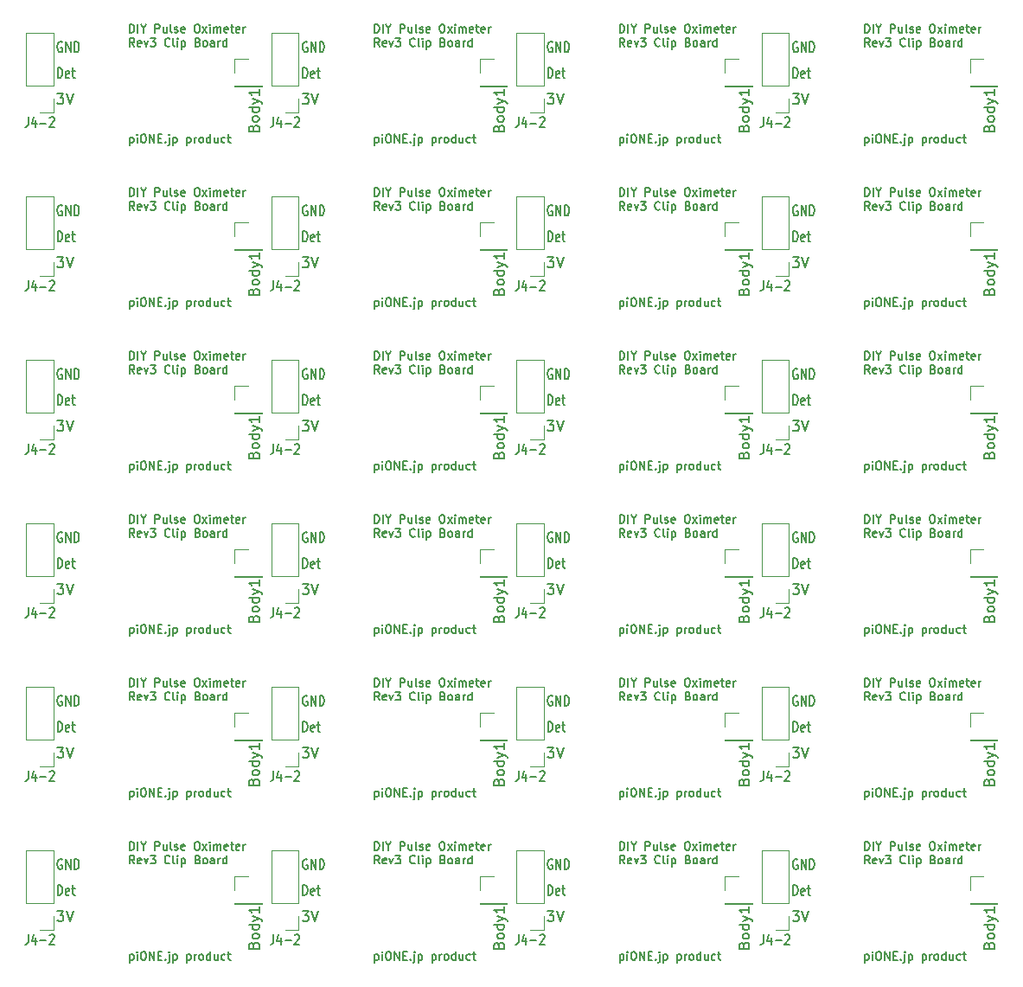
<source format=gto>
G04 #@! TF.GenerationSoftware,KiCad,Pcbnew,5.1.5-52549c5~84~ubuntu18.04.1*
G04 #@! TF.CreationDate,2020-06-11T05:49:29+09:00*
G04 #@! TF.ProjectId,PulseOximeterTHT_rev3,50756c73-654f-4786-996d-657465725448,rev?*
G04 #@! TF.SameCoordinates,Original*
G04 #@! TF.FileFunction,Legend,Top*
G04 #@! TF.FilePolarity,Positive*
%FSLAX46Y46*%
G04 Gerber Fmt 4.6, Leading zero omitted, Abs format (unit mm)*
G04 Created by KiCad (PCBNEW 5.1.5-52549c5~84~ubuntu18.04.1) date 2020-06-11 05:49:29*
%MOMM*%
%LPD*%
G04 APERTURE LIST*
%ADD10C,0.150000*%
%ADD11C,0.120000*%
%ADD12R,1.152000X1.602000*%
%ADD13O,1.152000X1.602000*%
%ADD14C,1.902000*%
%ADD15R,1.902000X1.902000*%
%ADD16O,1.702000X1.702000*%
%ADD17C,1.702000*%
%ADD18R,1.802000X1.802000*%
%ADD19O,1.802000X1.802000*%
G04 APERTURE END LIST*
D10*
X201493357Y-130045380D02*
X202112404Y-130045380D01*
X201779071Y-130426333D01*
X201921928Y-130426333D01*
X202017166Y-130473952D01*
X202064785Y-130521571D01*
X202112404Y-130616809D01*
X202112404Y-130854904D01*
X202064785Y-130950142D01*
X202017166Y-130997761D01*
X201921928Y-131045380D01*
X201636214Y-131045380D01*
X201540976Y-130997761D01*
X201493357Y-130950142D01*
X202398119Y-130045380D02*
X202731452Y-131045380D01*
X203064785Y-130045380D01*
X177493357Y-130045380D02*
X178112404Y-130045380D01*
X177779071Y-130426333D01*
X177921928Y-130426333D01*
X178017166Y-130473952D01*
X178064785Y-130521571D01*
X178112404Y-130616809D01*
X178112404Y-130854904D01*
X178064785Y-130950142D01*
X178017166Y-130997761D01*
X177921928Y-131045380D01*
X177636214Y-131045380D01*
X177540976Y-130997761D01*
X177493357Y-130950142D01*
X178398119Y-130045380D02*
X178731452Y-131045380D01*
X179064785Y-130045380D01*
X153493357Y-130045380D02*
X154112404Y-130045380D01*
X153779071Y-130426333D01*
X153921928Y-130426333D01*
X154017166Y-130473952D01*
X154064785Y-130521571D01*
X154112404Y-130616809D01*
X154112404Y-130854904D01*
X154064785Y-130950142D01*
X154017166Y-130997761D01*
X153921928Y-131045380D01*
X153636214Y-131045380D01*
X153540976Y-130997761D01*
X153493357Y-130950142D01*
X154398119Y-130045380D02*
X154731452Y-131045380D01*
X155064785Y-130045380D01*
X129493357Y-130045380D02*
X130112404Y-130045380D01*
X129779071Y-130426333D01*
X129921928Y-130426333D01*
X130017166Y-130473952D01*
X130064785Y-130521571D01*
X130112404Y-130616809D01*
X130112404Y-130854904D01*
X130064785Y-130950142D01*
X130017166Y-130997761D01*
X129921928Y-131045380D01*
X129636214Y-131045380D01*
X129540976Y-130997761D01*
X129493357Y-130950142D01*
X130398119Y-130045380D02*
X130731452Y-131045380D01*
X131064785Y-130045380D01*
X201493357Y-114045380D02*
X202112404Y-114045380D01*
X201779071Y-114426333D01*
X201921928Y-114426333D01*
X202017166Y-114473952D01*
X202064785Y-114521571D01*
X202112404Y-114616809D01*
X202112404Y-114854904D01*
X202064785Y-114950142D01*
X202017166Y-114997761D01*
X201921928Y-115045380D01*
X201636214Y-115045380D01*
X201540976Y-114997761D01*
X201493357Y-114950142D01*
X202398119Y-114045380D02*
X202731452Y-115045380D01*
X203064785Y-114045380D01*
X177493357Y-114045380D02*
X178112404Y-114045380D01*
X177779071Y-114426333D01*
X177921928Y-114426333D01*
X178017166Y-114473952D01*
X178064785Y-114521571D01*
X178112404Y-114616809D01*
X178112404Y-114854904D01*
X178064785Y-114950142D01*
X178017166Y-114997761D01*
X177921928Y-115045380D01*
X177636214Y-115045380D01*
X177540976Y-114997761D01*
X177493357Y-114950142D01*
X178398119Y-114045380D02*
X178731452Y-115045380D01*
X179064785Y-114045380D01*
X153493357Y-114045380D02*
X154112404Y-114045380D01*
X153779071Y-114426333D01*
X153921928Y-114426333D01*
X154017166Y-114473952D01*
X154064785Y-114521571D01*
X154112404Y-114616809D01*
X154112404Y-114854904D01*
X154064785Y-114950142D01*
X154017166Y-114997761D01*
X153921928Y-115045380D01*
X153636214Y-115045380D01*
X153540976Y-114997761D01*
X153493357Y-114950142D01*
X154398119Y-114045380D02*
X154731452Y-115045380D01*
X155064785Y-114045380D01*
X129493357Y-114045380D02*
X130112404Y-114045380D01*
X129779071Y-114426333D01*
X129921928Y-114426333D01*
X130017166Y-114473952D01*
X130064785Y-114521571D01*
X130112404Y-114616809D01*
X130112404Y-114854904D01*
X130064785Y-114950142D01*
X130017166Y-114997761D01*
X129921928Y-115045380D01*
X129636214Y-115045380D01*
X129540976Y-114997761D01*
X129493357Y-114950142D01*
X130398119Y-114045380D02*
X130731452Y-115045380D01*
X131064785Y-114045380D01*
X201493357Y-98045380D02*
X202112404Y-98045380D01*
X201779071Y-98426333D01*
X201921928Y-98426333D01*
X202017166Y-98473952D01*
X202064785Y-98521571D01*
X202112404Y-98616809D01*
X202112404Y-98854904D01*
X202064785Y-98950142D01*
X202017166Y-98997761D01*
X201921928Y-99045380D01*
X201636214Y-99045380D01*
X201540976Y-98997761D01*
X201493357Y-98950142D01*
X202398119Y-98045380D02*
X202731452Y-99045380D01*
X203064785Y-98045380D01*
X177493357Y-98045380D02*
X178112404Y-98045380D01*
X177779071Y-98426333D01*
X177921928Y-98426333D01*
X178017166Y-98473952D01*
X178064785Y-98521571D01*
X178112404Y-98616809D01*
X178112404Y-98854904D01*
X178064785Y-98950142D01*
X178017166Y-98997761D01*
X177921928Y-99045380D01*
X177636214Y-99045380D01*
X177540976Y-98997761D01*
X177493357Y-98950142D01*
X178398119Y-98045380D02*
X178731452Y-99045380D01*
X179064785Y-98045380D01*
X153493357Y-98045380D02*
X154112404Y-98045380D01*
X153779071Y-98426333D01*
X153921928Y-98426333D01*
X154017166Y-98473952D01*
X154064785Y-98521571D01*
X154112404Y-98616809D01*
X154112404Y-98854904D01*
X154064785Y-98950142D01*
X154017166Y-98997761D01*
X153921928Y-99045380D01*
X153636214Y-99045380D01*
X153540976Y-98997761D01*
X153493357Y-98950142D01*
X154398119Y-98045380D02*
X154731452Y-99045380D01*
X155064785Y-98045380D01*
X129493357Y-98045380D02*
X130112404Y-98045380D01*
X129779071Y-98426333D01*
X129921928Y-98426333D01*
X130017166Y-98473952D01*
X130064785Y-98521571D01*
X130112404Y-98616809D01*
X130112404Y-98854904D01*
X130064785Y-98950142D01*
X130017166Y-98997761D01*
X129921928Y-99045380D01*
X129636214Y-99045380D01*
X129540976Y-98997761D01*
X129493357Y-98950142D01*
X130398119Y-98045380D02*
X130731452Y-99045380D01*
X131064785Y-98045380D01*
X201493357Y-82045380D02*
X202112404Y-82045380D01*
X201779071Y-82426333D01*
X201921928Y-82426333D01*
X202017166Y-82473952D01*
X202064785Y-82521571D01*
X202112404Y-82616809D01*
X202112404Y-82854904D01*
X202064785Y-82950142D01*
X202017166Y-82997761D01*
X201921928Y-83045380D01*
X201636214Y-83045380D01*
X201540976Y-82997761D01*
X201493357Y-82950142D01*
X202398119Y-82045380D02*
X202731452Y-83045380D01*
X203064785Y-82045380D01*
X177493357Y-82045380D02*
X178112404Y-82045380D01*
X177779071Y-82426333D01*
X177921928Y-82426333D01*
X178017166Y-82473952D01*
X178064785Y-82521571D01*
X178112404Y-82616809D01*
X178112404Y-82854904D01*
X178064785Y-82950142D01*
X178017166Y-82997761D01*
X177921928Y-83045380D01*
X177636214Y-83045380D01*
X177540976Y-82997761D01*
X177493357Y-82950142D01*
X178398119Y-82045380D02*
X178731452Y-83045380D01*
X179064785Y-82045380D01*
X153493357Y-82045380D02*
X154112404Y-82045380D01*
X153779071Y-82426333D01*
X153921928Y-82426333D01*
X154017166Y-82473952D01*
X154064785Y-82521571D01*
X154112404Y-82616809D01*
X154112404Y-82854904D01*
X154064785Y-82950142D01*
X154017166Y-82997761D01*
X153921928Y-83045380D01*
X153636214Y-83045380D01*
X153540976Y-82997761D01*
X153493357Y-82950142D01*
X154398119Y-82045380D02*
X154731452Y-83045380D01*
X155064785Y-82045380D01*
X129493357Y-82045380D02*
X130112404Y-82045380D01*
X129779071Y-82426333D01*
X129921928Y-82426333D01*
X130017166Y-82473952D01*
X130064785Y-82521571D01*
X130112404Y-82616809D01*
X130112404Y-82854904D01*
X130064785Y-82950142D01*
X130017166Y-82997761D01*
X129921928Y-83045380D01*
X129636214Y-83045380D01*
X129540976Y-82997761D01*
X129493357Y-82950142D01*
X130398119Y-82045380D02*
X130731452Y-83045380D01*
X131064785Y-82045380D01*
X201493357Y-66045380D02*
X202112404Y-66045380D01*
X201779071Y-66426333D01*
X201921928Y-66426333D01*
X202017166Y-66473952D01*
X202064785Y-66521571D01*
X202112404Y-66616809D01*
X202112404Y-66854904D01*
X202064785Y-66950142D01*
X202017166Y-66997761D01*
X201921928Y-67045380D01*
X201636214Y-67045380D01*
X201540976Y-66997761D01*
X201493357Y-66950142D01*
X202398119Y-66045380D02*
X202731452Y-67045380D01*
X203064785Y-66045380D01*
X177493357Y-66045380D02*
X178112404Y-66045380D01*
X177779071Y-66426333D01*
X177921928Y-66426333D01*
X178017166Y-66473952D01*
X178064785Y-66521571D01*
X178112404Y-66616809D01*
X178112404Y-66854904D01*
X178064785Y-66950142D01*
X178017166Y-66997761D01*
X177921928Y-67045380D01*
X177636214Y-67045380D01*
X177540976Y-66997761D01*
X177493357Y-66950142D01*
X178398119Y-66045380D02*
X178731452Y-67045380D01*
X179064785Y-66045380D01*
X153493357Y-66045380D02*
X154112404Y-66045380D01*
X153779071Y-66426333D01*
X153921928Y-66426333D01*
X154017166Y-66473952D01*
X154064785Y-66521571D01*
X154112404Y-66616809D01*
X154112404Y-66854904D01*
X154064785Y-66950142D01*
X154017166Y-66997761D01*
X153921928Y-67045380D01*
X153636214Y-67045380D01*
X153540976Y-66997761D01*
X153493357Y-66950142D01*
X154398119Y-66045380D02*
X154731452Y-67045380D01*
X155064785Y-66045380D01*
X129493357Y-66045380D02*
X130112404Y-66045380D01*
X129779071Y-66426333D01*
X129921928Y-66426333D01*
X130017166Y-66473952D01*
X130064785Y-66521571D01*
X130112404Y-66616809D01*
X130112404Y-66854904D01*
X130064785Y-66950142D01*
X130017166Y-66997761D01*
X129921928Y-67045380D01*
X129636214Y-67045380D01*
X129540976Y-66997761D01*
X129493357Y-66950142D01*
X130398119Y-66045380D02*
X130731452Y-67045380D01*
X131064785Y-66045380D01*
X201493357Y-50045380D02*
X202112404Y-50045380D01*
X201779071Y-50426333D01*
X201921928Y-50426333D01*
X202017166Y-50473952D01*
X202064785Y-50521571D01*
X202112404Y-50616809D01*
X202112404Y-50854904D01*
X202064785Y-50950142D01*
X202017166Y-50997761D01*
X201921928Y-51045380D01*
X201636214Y-51045380D01*
X201540976Y-50997761D01*
X201493357Y-50950142D01*
X202398119Y-50045380D02*
X202731452Y-51045380D01*
X203064785Y-50045380D01*
X177493357Y-50045380D02*
X178112404Y-50045380D01*
X177779071Y-50426333D01*
X177921928Y-50426333D01*
X178017166Y-50473952D01*
X178064785Y-50521571D01*
X178112404Y-50616809D01*
X178112404Y-50854904D01*
X178064785Y-50950142D01*
X178017166Y-50997761D01*
X177921928Y-51045380D01*
X177636214Y-51045380D01*
X177540976Y-50997761D01*
X177493357Y-50950142D01*
X178398119Y-50045380D02*
X178731452Y-51045380D01*
X179064785Y-50045380D01*
X153493357Y-50045380D02*
X154112404Y-50045380D01*
X153779071Y-50426333D01*
X153921928Y-50426333D01*
X154017166Y-50473952D01*
X154064785Y-50521571D01*
X154112404Y-50616809D01*
X154112404Y-50854904D01*
X154064785Y-50950142D01*
X154017166Y-50997761D01*
X153921928Y-51045380D01*
X153636214Y-51045380D01*
X153540976Y-50997761D01*
X153493357Y-50950142D01*
X154398119Y-50045380D02*
X154731452Y-51045380D01*
X155064785Y-50045380D01*
X201540976Y-128505380D02*
X201540976Y-127505380D01*
X201731452Y-127505380D01*
X201845738Y-127553000D01*
X201921928Y-127648238D01*
X201960023Y-127743476D01*
X201998119Y-127933952D01*
X201998119Y-128076809D01*
X201960023Y-128267285D01*
X201921928Y-128362523D01*
X201845738Y-128457761D01*
X201731452Y-128505380D01*
X201540976Y-128505380D01*
X202645738Y-128457761D02*
X202569547Y-128505380D01*
X202417166Y-128505380D01*
X202340976Y-128457761D01*
X202302880Y-128362523D01*
X202302880Y-127981571D01*
X202340976Y-127886333D01*
X202417166Y-127838714D01*
X202569547Y-127838714D01*
X202645738Y-127886333D01*
X202683833Y-127981571D01*
X202683833Y-128076809D01*
X202302880Y-128172047D01*
X202912404Y-127838714D02*
X203217166Y-127838714D01*
X203026690Y-127505380D02*
X203026690Y-128362523D01*
X203064785Y-128457761D01*
X203140976Y-128505380D01*
X203217166Y-128505380D01*
X177540976Y-128505380D02*
X177540976Y-127505380D01*
X177731452Y-127505380D01*
X177845738Y-127553000D01*
X177921928Y-127648238D01*
X177960023Y-127743476D01*
X177998119Y-127933952D01*
X177998119Y-128076809D01*
X177960023Y-128267285D01*
X177921928Y-128362523D01*
X177845738Y-128457761D01*
X177731452Y-128505380D01*
X177540976Y-128505380D01*
X178645738Y-128457761D02*
X178569547Y-128505380D01*
X178417166Y-128505380D01*
X178340976Y-128457761D01*
X178302880Y-128362523D01*
X178302880Y-127981571D01*
X178340976Y-127886333D01*
X178417166Y-127838714D01*
X178569547Y-127838714D01*
X178645738Y-127886333D01*
X178683833Y-127981571D01*
X178683833Y-128076809D01*
X178302880Y-128172047D01*
X178912404Y-127838714D02*
X179217166Y-127838714D01*
X179026690Y-127505380D02*
X179026690Y-128362523D01*
X179064785Y-128457761D01*
X179140976Y-128505380D01*
X179217166Y-128505380D01*
X153540976Y-128505380D02*
X153540976Y-127505380D01*
X153731452Y-127505380D01*
X153845738Y-127553000D01*
X153921928Y-127648238D01*
X153960023Y-127743476D01*
X153998119Y-127933952D01*
X153998119Y-128076809D01*
X153960023Y-128267285D01*
X153921928Y-128362523D01*
X153845738Y-128457761D01*
X153731452Y-128505380D01*
X153540976Y-128505380D01*
X154645738Y-128457761D02*
X154569547Y-128505380D01*
X154417166Y-128505380D01*
X154340976Y-128457761D01*
X154302880Y-128362523D01*
X154302880Y-127981571D01*
X154340976Y-127886333D01*
X154417166Y-127838714D01*
X154569547Y-127838714D01*
X154645738Y-127886333D01*
X154683833Y-127981571D01*
X154683833Y-128076809D01*
X154302880Y-128172047D01*
X154912404Y-127838714D02*
X155217166Y-127838714D01*
X155026690Y-127505380D02*
X155026690Y-128362523D01*
X155064785Y-128457761D01*
X155140976Y-128505380D01*
X155217166Y-128505380D01*
X129540976Y-128505380D02*
X129540976Y-127505380D01*
X129731452Y-127505380D01*
X129845738Y-127553000D01*
X129921928Y-127648238D01*
X129960023Y-127743476D01*
X129998119Y-127933952D01*
X129998119Y-128076809D01*
X129960023Y-128267285D01*
X129921928Y-128362523D01*
X129845738Y-128457761D01*
X129731452Y-128505380D01*
X129540976Y-128505380D01*
X130645738Y-128457761D02*
X130569547Y-128505380D01*
X130417166Y-128505380D01*
X130340976Y-128457761D01*
X130302880Y-128362523D01*
X130302880Y-127981571D01*
X130340976Y-127886333D01*
X130417166Y-127838714D01*
X130569547Y-127838714D01*
X130645738Y-127886333D01*
X130683833Y-127981571D01*
X130683833Y-128076809D01*
X130302880Y-128172047D01*
X130912404Y-127838714D02*
X131217166Y-127838714D01*
X131026690Y-127505380D02*
X131026690Y-128362523D01*
X131064785Y-128457761D01*
X131140976Y-128505380D01*
X131217166Y-128505380D01*
X201540976Y-112505380D02*
X201540976Y-111505380D01*
X201731452Y-111505380D01*
X201845738Y-111553000D01*
X201921928Y-111648238D01*
X201960023Y-111743476D01*
X201998119Y-111933952D01*
X201998119Y-112076809D01*
X201960023Y-112267285D01*
X201921928Y-112362523D01*
X201845738Y-112457761D01*
X201731452Y-112505380D01*
X201540976Y-112505380D01*
X202645738Y-112457761D02*
X202569547Y-112505380D01*
X202417166Y-112505380D01*
X202340976Y-112457761D01*
X202302880Y-112362523D01*
X202302880Y-111981571D01*
X202340976Y-111886333D01*
X202417166Y-111838714D01*
X202569547Y-111838714D01*
X202645738Y-111886333D01*
X202683833Y-111981571D01*
X202683833Y-112076809D01*
X202302880Y-112172047D01*
X202912404Y-111838714D02*
X203217166Y-111838714D01*
X203026690Y-111505380D02*
X203026690Y-112362523D01*
X203064785Y-112457761D01*
X203140976Y-112505380D01*
X203217166Y-112505380D01*
X177540976Y-112505380D02*
X177540976Y-111505380D01*
X177731452Y-111505380D01*
X177845738Y-111553000D01*
X177921928Y-111648238D01*
X177960023Y-111743476D01*
X177998119Y-111933952D01*
X177998119Y-112076809D01*
X177960023Y-112267285D01*
X177921928Y-112362523D01*
X177845738Y-112457761D01*
X177731452Y-112505380D01*
X177540976Y-112505380D01*
X178645738Y-112457761D02*
X178569547Y-112505380D01*
X178417166Y-112505380D01*
X178340976Y-112457761D01*
X178302880Y-112362523D01*
X178302880Y-111981571D01*
X178340976Y-111886333D01*
X178417166Y-111838714D01*
X178569547Y-111838714D01*
X178645738Y-111886333D01*
X178683833Y-111981571D01*
X178683833Y-112076809D01*
X178302880Y-112172047D01*
X178912404Y-111838714D02*
X179217166Y-111838714D01*
X179026690Y-111505380D02*
X179026690Y-112362523D01*
X179064785Y-112457761D01*
X179140976Y-112505380D01*
X179217166Y-112505380D01*
X153540976Y-112505380D02*
X153540976Y-111505380D01*
X153731452Y-111505380D01*
X153845738Y-111553000D01*
X153921928Y-111648238D01*
X153960023Y-111743476D01*
X153998119Y-111933952D01*
X153998119Y-112076809D01*
X153960023Y-112267285D01*
X153921928Y-112362523D01*
X153845738Y-112457761D01*
X153731452Y-112505380D01*
X153540976Y-112505380D01*
X154645738Y-112457761D02*
X154569547Y-112505380D01*
X154417166Y-112505380D01*
X154340976Y-112457761D01*
X154302880Y-112362523D01*
X154302880Y-111981571D01*
X154340976Y-111886333D01*
X154417166Y-111838714D01*
X154569547Y-111838714D01*
X154645738Y-111886333D01*
X154683833Y-111981571D01*
X154683833Y-112076809D01*
X154302880Y-112172047D01*
X154912404Y-111838714D02*
X155217166Y-111838714D01*
X155026690Y-111505380D02*
X155026690Y-112362523D01*
X155064785Y-112457761D01*
X155140976Y-112505380D01*
X155217166Y-112505380D01*
X129540976Y-112505380D02*
X129540976Y-111505380D01*
X129731452Y-111505380D01*
X129845738Y-111553000D01*
X129921928Y-111648238D01*
X129960023Y-111743476D01*
X129998119Y-111933952D01*
X129998119Y-112076809D01*
X129960023Y-112267285D01*
X129921928Y-112362523D01*
X129845738Y-112457761D01*
X129731452Y-112505380D01*
X129540976Y-112505380D01*
X130645738Y-112457761D02*
X130569547Y-112505380D01*
X130417166Y-112505380D01*
X130340976Y-112457761D01*
X130302880Y-112362523D01*
X130302880Y-111981571D01*
X130340976Y-111886333D01*
X130417166Y-111838714D01*
X130569547Y-111838714D01*
X130645738Y-111886333D01*
X130683833Y-111981571D01*
X130683833Y-112076809D01*
X130302880Y-112172047D01*
X130912404Y-111838714D02*
X131217166Y-111838714D01*
X131026690Y-111505380D02*
X131026690Y-112362523D01*
X131064785Y-112457761D01*
X131140976Y-112505380D01*
X131217166Y-112505380D01*
X201540976Y-96505380D02*
X201540976Y-95505380D01*
X201731452Y-95505380D01*
X201845738Y-95553000D01*
X201921928Y-95648238D01*
X201960023Y-95743476D01*
X201998119Y-95933952D01*
X201998119Y-96076809D01*
X201960023Y-96267285D01*
X201921928Y-96362523D01*
X201845738Y-96457761D01*
X201731452Y-96505380D01*
X201540976Y-96505380D01*
X202645738Y-96457761D02*
X202569547Y-96505380D01*
X202417166Y-96505380D01*
X202340976Y-96457761D01*
X202302880Y-96362523D01*
X202302880Y-95981571D01*
X202340976Y-95886333D01*
X202417166Y-95838714D01*
X202569547Y-95838714D01*
X202645738Y-95886333D01*
X202683833Y-95981571D01*
X202683833Y-96076809D01*
X202302880Y-96172047D01*
X202912404Y-95838714D02*
X203217166Y-95838714D01*
X203026690Y-95505380D02*
X203026690Y-96362523D01*
X203064785Y-96457761D01*
X203140976Y-96505380D01*
X203217166Y-96505380D01*
X177540976Y-96505380D02*
X177540976Y-95505380D01*
X177731452Y-95505380D01*
X177845738Y-95553000D01*
X177921928Y-95648238D01*
X177960023Y-95743476D01*
X177998119Y-95933952D01*
X177998119Y-96076809D01*
X177960023Y-96267285D01*
X177921928Y-96362523D01*
X177845738Y-96457761D01*
X177731452Y-96505380D01*
X177540976Y-96505380D01*
X178645738Y-96457761D02*
X178569547Y-96505380D01*
X178417166Y-96505380D01*
X178340976Y-96457761D01*
X178302880Y-96362523D01*
X178302880Y-95981571D01*
X178340976Y-95886333D01*
X178417166Y-95838714D01*
X178569547Y-95838714D01*
X178645738Y-95886333D01*
X178683833Y-95981571D01*
X178683833Y-96076809D01*
X178302880Y-96172047D01*
X178912404Y-95838714D02*
X179217166Y-95838714D01*
X179026690Y-95505380D02*
X179026690Y-96362523D01*
X179064785Y-96457761D01*
X179140976Y-96505380D01*
X179217166Y-96505380D01*
X153540976Y-96505380D02*
X153540976Y-95505380D01*
X153731452Y-95505380D01*
X153845738Y-95553000D01*
X153921928Y-95648238D01*
X153960023Y-95743476D01*
X153998119Y-95933952D01*
X153998119Y-96076809D01*
X153960023Y-96267285D01*
X153921928Y-96362523D01*
X153845738Y-96457761D01*
X153731452Y-96505380D01*
X153540976Y-96505380D01*
X154645738Y-96457761D02*
X154569547Y-96505380D01*
X154417166Y-96505380D01*
X154340976Y-96457761D01*
X154302880Y-96362523D01*
X154302880Y-95981571D01*
X154340976Y-95886333D01*
X154417166Y-95838714D01*
X154569547Y-95838714D01*
X154645738Y-95886333D01*
X154683833Y-95981571D01*
X154683833Y-96076809D01*
X154302880Y-96172047D01*
X154912404Y-95838714D02*
X155217166Y-95838714D01*
X155026690Y-95505380D02*
X155026690Y-96362523D01*
X155064785Y-96457761D01*
X155140976Y-96505380D01*
X155217166Y-96505380D01*
X129540976Y-96505380D02*
X129540976Y-95505380D01*
X129731452Y-95505380D01*
X129845738Y-95553000D01*
X129921928Y-95648238D01*
X129960023Y-95743476D01*
X129998119Y-95933952D01*
X129998119Y-96076809D01*
X129960023Y-96267285D01*
X129921928Y-96362523D01*
X129845738Y-96457761D01*
X129731452Y-96505380D01*
X129540976Y-96505380D01*
X130645738Y-96457761D02*
X130569547Y-96505380D01*
X130417166Y-96505380D01*
X130340976Y-96457761D01*
X130302880Y-96362523D01*
X130302880Y-95981571D01*
X130340976Y-95886333D01*
X130417166Y-95838714D01*
X130569547Y-95838714D01*
X130645738Y-95886333D01*
X130683833Y-95981571D01*
X130683833Y-96076809D01*
X130302880Y-96172047D01*
X130912404Y-95838714D02*
X131217166Y-95838714D01*
X131026690Y-95505380D02*
X131026690Y-96362523D01*
X131064785Y-96457761D01*
X131140976Y-96505380D01*
X131217166Y-96505380D01*
X201540976Y-80505380D02*
X201540976Y-79505380D01*
X201731452Y-79505380D01*
X201845738Y-79553000D01*
X201921928Y-79648238D01*
X201960023Y-79743476D01*
X201998119Y-79933952D01*
X201998119Y-80076809D01*
X201960023Y-80267285D01*
X201921928Y-80362523D01*
X201845738Y-80457761D01*
X201731452Y-80505380D01*
X201540976Y-80505380D01*
X202645738Y-80457761D02*
X202569547Y-80505380D01*
X202417166Y-80505380D01*
X202340976Y-80457761D01*
X202302880Y-80362523D01*
X202302880Y-79981571D01*
X202340976Y-79886333D01*
X202417166Y-79838714D01*
X202569547Y-79838714D01*
X202645738Y-79886333D01*
X202683833Y-79981571D01*
X202683833Y-80076809D01*
X202302880Y-80172047D01*
X202912404Y-79838714D02*
X203217166Y-79838714D01*
X203026690Y-79505380D02*
X203026690Y-80362523D01*
X203064785Y-80457761D01*
X203140976Y-80505380D01*
X203217166Y-80505380D01*
X177540976Y-80505380D02*
X177540976Y-79505380D01*
X177731452Y-79505380D01*
X177845738Y-79553000D01*
X177921928Y-79648238D01*
X177960023Y-79743476D01*
X177998119Y-79933952D01*
X177998119Y-80076809D01*
X177960023Y-80267285D01*
X177921928Y-80362523D01*
X177845738Y-80457761D01*
X177731452Y-80505380D01*
X177540976Y-80505380D01*
X178645738Y-80457761D02*
X178569547Y-80505380D01*
X178417166Y-80505380D01*
X178340976Y-80457761D01*
X178302880Y-80362523D01*
X178302880Y-79981571D01*
X178340976Y-79886333D01*
X178417166Y-79838714D01*
X178569547Y-79838714D01*
X178645738Y-79886333D01*
X178683833Y-79981571D01*
X178683833Y-80076809D01*
X178302880Y-80172047D01*
X178912404Y-79838714D02*
X179217166Y-79838714D01*
X179026690Y-79505380D02*
X179026690Y-80362523D01*
X179064785Y-80457761D01*
X179140976Y-80505380D01*
X179217166Y-80505380D01*
X153540976Y-80505380D02*
X153540976Y-79505380D01*
X153731452Y-79505380D01*
X153845738Y-79553000D01*
X153921928Y-79648238D01*
X153960023Y-79743476D01*
X153998119Y-79933952D01*
X153998119Y-80076809D01*
X153960023Y-80267285D01*
X153921928Y-80362523D01*
X153845738Y-80457761D01*
X153731452Y-80505380D01*
X153540976Y-80505380D01*
X154645738Y-80457761D02*
X154569547Y-80505380D01*
X154417166Y-80505380D01*
X154340976Y-80457761D01*
X154302880Y-80362523D01*
X154302880Y-79981571D01*
X154340976Y-79886333D01*
X154417166Y-79838714D01*
X154569547Y-79838714D01*
X154645738Y-79886333D01*
X154683833Y-79981571D01*
X154683833Y-80076809D01*
X154302880Y-80172047D01*
X154912404Y-79838714D02*
X155217166Y-79838714D01*
X155026690Y-79505380D02*
X155026690Y-80362523D01*
X155064785Y-80457761D01*
X155140976Y-80505380D01*
X155217166Y-80505380D01*
X129540976Y-80505380D02*
X129540976Y-79505380D01*
X129731452Y-79505380D01*
X129845738Y-79553000D01*
X129921928Y-79648238D01*
X129960023Y-79743476D01*
X129998119Y-79933952D01*
X129998119Y-80076809D01*
X129960023Y-80267285D01*
X129921928Y-80362523D01*
X129845738Y-80457761D01*
X129731452Y-80505380D01*
X129540976Y-80505380D01*
X130645738Y-80457761D02*
X130569547Y-80505380D01*
X130417166Y-80505380D01*
X130340976Y-80457761D01*
X130302880Y-80362523D01*
X130302880Y-79981571D01*
X130340976Y-79886333D01*
X130417166Y-79838714D01*
X130569547Y-79838714D01*
X130645738Y-79886333D01*
X130683833Y-79981571D01*
X130683833Y-80076809D01*
X130302880Y-80172047D01*
X130912404Y-79838714D02*
X131217166Y-79838714D01*
X131026690Y-79505380D02*
X131026690Y-80362523D01*
X131064785Y-80457761D01*
X131140976Y-80505380D01*
X131217166Y-80505380D01*
X201540976Y-64505380D02*
X201540976Y-63505380D01*
X201731452Y-63505380D01*
X201845738Y-63553000D01*
X201921928Y-63648238D01*
X201960023Y-63743476D01*
X201998119Y-63933952D01*
X201998119Y-64076809D01*
X201960023Y-64267285D01*
X201921928Y-64362523D01*
X201845738Y-64457761D01*
X201731452Y-64505380D01*
X201540976Y-64505380D01*
X202645738Y-64457761D02*
X202569547Y-64505380D01*
X202417166Y-64505380D01*
X202340976Y-64457761D01*
X202302880Y-64362523D01*
X202302880Y-63981571D01*
X202340976Y-63886333D01*
X202417166Y-63838714D01*
X202569547Y-63838714D01*
X202645738Y-63886333D01*
X202683833Y-63981571D01*
X202683833Y-64076809D01*
X202302880Y-64172047D01*
X202912404Y-63838714D02*
X203217166Y-63838714D01*
X203026690Y-63505380D02*
X203026690Y-64362523D01*
X203064785Y-64457761D01*
X203140976Y-64505380D01*
X203217166Y-64505380D01*
X177540976Y-64505380D02*
X177540976Y-63505380D01*
X177731452Y-63505380D01*
X177845738Y-63553000D01*
X177921928Y-63648238D01*
X177960023Y-63743476D01*
X177998119Y-63933952D01*
X177998119Y-64076809D01*
X177960023Y-64267285D01*
X177921928Y-64362523D01*
X177845738Y-64457761D01*
X177731452Y-64505380D01*
X177540976Y-64505380D01*
X178645738Y-64457761D02*
X178569547Y-64505380D01*
X178417166Y-64505380D01*
X178340976Y-64457761D01*
X178302880Y-64362523D01*
X178302880Y-63981571D01*
X178340976Y-63886333D01*
X178417166Y-63838714D01*
X178569547Y-63838714D01*
X178645738Y-63886333D01*
X178683833Y-63981571D01*
X178683833Y-64076809D01*
X178302880Y-64172047D01*
X178912404Y-63838714D02*
X179217166Y-63838714D01*
X179026690Y-63505380D02*
X179026690Y-64362523D01*
X179064785Y-64457761D01*
X179140976Y-64505380D01*
X179217166Y-64505380D01*
X153540976Y-64505380D02*
X153540976Y-63505380D01*
X153731452Y-63505380D01*
X153845738Y-63553000D01*
X153921928Y-63648238D01*
X153960023Y-63743476D01*
X153998119Y-63933952D01*
X153998119Y-64076809D01*
X153960023Y-64267285D01*
X153921928Y-64362523D01*
X153845738Y-64457761D01*
X153731452Y-64505380D01*
X153540976Y-64505380D01*
X154645738Y-64457761D02*
X154569547Y-64505380D01*
X154417166Y-64505380D01*
X154340976Y-64457761D01*
X154302880Y-64362523D01*
X154302880Y-63981571D01*
X154340976Y-63886333D01*
X154417166Y-63838714D01*
X154569547Y-63838714D01*
X154645738Y-63886333D01*
X154683833Y-63981571D01*
X154683833Y-64076809D01*
X154302880Y-64172047D01*
X154912404Y-63838714D02*
X155217166Y-63838714D01*
X155026690Y-63505380D02*
X155026690Y-64362523D01*
X155064785Y-64457761D01*
X155140976Y-64505380D01*
X155217166Y-64505380D01*
X129540976Y-64505380D02*
X129540976Y-63505380D01*
X129731452Y-63505380D01*
X129845738Y-63553000D01*
X129921928Y-63648238D01*
X129960023Y-63743476D01*
X129998119Y-63933952D01*
X129998119Y-64076809D01*
X129960023Y-64267285D01*
X129921928Y-64362523D01*
X129845738Y-64457761D01*
X129731452Y-64505380D01*
X129540976Y-64505380D01*
X130645738Y-64457761D02*
X130569547Y-64505380D01*
X130417166Y-64505380D01*
X130340976Y-64457761D01*
X130302880Y-64362523D01*
X130302880Y-63981571D01*
X130340976Y-63886333D01*
X130417166Y-63838714D01*
X130569547Y-63838714D01*
X130645738Y-63886333D01*
X130683833Y-63981571D01*
X130683833Y-64076809D01*
X130302880Y-64172047D01*
X130912404Y-63838714D02*
X131217166Y-63838714D01*
X131026690Y-63505380D02*
X131026690Y-64362523D01*
X131064785Y-64457761D01*
X131140976Y-64505380D01*
X131217166Y-64505380D01*
X201540976Y-48505380D02*
X201540976Y-47505380D01*
X201731452Y-47505380D01*
X201845738Y-47553000D01*
X201921928Y-47648238D01*
X201960023Y-47743476D01*
X201998119Y-47933952D01*
X201998119Y-48076809D01*
X201960023Y-48267285D01*
X201921928Y-48362523D01*
X201845738Y-48457761D01*
X201731452Y-48505380D01*
X201540976Y-48505380D01*
X202645738Y-48457761D02*
X202569547Y-48505380D01*
X202417166Y-48505380D01*
X202340976Y-48457761D01*
X202302880Y-48362523D01*
X202302880Y-47981571D01*
X202340976Y-47886333D01*
X202417166Y-47838714D01*
X202569547Y-47838714D01*
X202645738Y-47886333D01*
X202683833Y-47981571D01*
X202683833Y-48076809D01*
X202302880Y-48172047D01*
X202912404Y-47838714D02*
X203217166Y-47838714D01*
X203026690Y-47505380D02*
X203026690Y-48362523D01*
X203064785Y-48457761D01*
X203140976Y-48505380D01*
X203217166Y-48505380D01*
X177540976Y-48505380D02*
X177540976Y-47505380D01*
X177731452Y-47505380D01*
X177845738Y-47553000D01*
X177921928Y-47648238D01*
X177960023Y-47743476D01*
X177998119Y-47933952D01*
X177998119Y-48076809D01*
X177960023Y-48267285D01*
X177921928Y-48362523D01*
X177845738Y-48457761D01*
X177731452Y-48505380D01*
X177540976Y-48505380D01*
X178645738Y-48457761D02*
X178569547Y-48505380D01*
X178417166Y-48505380D01*
X178340976Y-48457761D01*
X178302880Y-48362523D01*
X178302880Y-47981571D01*
X178340976Y-47886333D01*
X178417166Y-47838714D01*
X178569547Y-47838714D01*
X178645738Y-47886333D01*
X178683833Y-47981571D01*
X178683833Y-48076809D01*
X178302880Y-48172047D01*
X178912404Y-47838714D02*
X179217166Y-47838714D01*
X179026690Y-47505380D02*
X179026690Y-48362523D01*
X179064785Y-48457761D01*
X179140976Y-48505380D01*
X179217166Y-48505380D01*
X153540976Y-48505380D02*
X153540976Y-47505380D01*
X153731452Y-47505380D01*
X153845738Y-47553000D01*
X153921928Y-47648238D01*
X153960023Y-47743476D01*
X153998119Y-47933952D01*
X153998119Y-48076809D01*
X153960023Y-48267285D01*
X153921928Y-48362523D01*
X153845738Y-48457761D01*
X153731452Y-48505380D01*
X153540976Y-48505380D01*
X154645738Y-48457761D02*
X154569547Y-48505380D01*
X154417166Y-48505380D01*
X154340976Y-48457761D01*
X154302880Y-48362523D01*
X154302880Y-47981571D01*
X154340976Y-47886333D01*
X154417166Y-47838714D01*
X154569547Y-47838714D01*
X154645738Y-47886333D01*
X154683833Y-47981571D01*
X154683833Y-48076809D01*
X154302880Y-48172047D01*
X154912404Y-47838714D02*
X155217166Y-47838714D01*
X155026690Y-47505380D02*
X155026690Y-48362523D01*
X155064785Y-48457761D01*
X155140976Y-48505380D01*
X155217166Y-48505380D01*
X201960023Y-125013000D02*
X201883833Y-124965380D01*
X201769547Y-124965380D01*
X201655261Y-125013000D01*
X201579071Y-125108238D01*
X201540976Y-125203476D01*
X201502880Y-125393952D01*
X201502880Y-125536809D01*
X201540976Y-125727285D01*
X201579071Y-125822523D01*
X201655261Y-125917761D01*
X201769547Y-125965380D01*
X201845738Y-125965380D01*
X201960023Y-125917761D01*
X201998119Y-125870142D01*
X201998119Y-125536809D01*
X201845738Y-125536809D01*
X202340976Y-125965380D02*
X202340976Y-124965380D01*
X202798119Y-125965380D01*
X202798119Y-124965380D01*
X203179071Y-125965380D02*
X203179071Y-124965380D01*
X203369547Y-124965380D01*
X203483833Y-125013000D01*
X203560023Y-125108238D01*
X203598119Y-125203476D01*
X203636214Y-125393952D01*
X203636214Y-125536809D01*
X203598119Y-125727285D01*
X203560023Y-125822523D01*
X203483833Y-125917761D01*
X203369547Y-125965380D01*
X203179071Y-125965380D01*
X177960023Y-125013000D02*
X177883833Y-124965380D01*
X177769547Y-124965380D01*
X177655261Y-125013000D01*
X177579071Y-125108238D01*
X177540976Y-125203476D01*
X177502880Y-125393952D01*
X177502880Y-125536809D01*
X177540976Y-125727285D01*
X177579071Y-125822523D01*
X177655261Y-125917761D01*
X177769547Y-125965380D01*
X177845738Y-125965380D01*
X177960023Y-125917761D01*
X177998119Y-125870142D01*
X177998119Y-125536809D01*
X177845738Y-125536809D01*
X178340976Y-125965380D02*
X178340976Y-124965380D01*
X178798119Y-125965380D01*
X178798119Y-124965380D01*
X179179071Y-125965380D02*
X179179071Y-124965380D01*
X179369547Y-124965380D01*
X179483833Y-125013000D01*
X179560023Y-125108238D01*
X179598119Y-125203476D01*
X179636214Y-125393952D01*
X179636214Y-125536809D01*
X179598119Y-125727285D01*
X179560023Y-125822523D01*
X179483833Y-125917761D01*
X179369547Y-125965380D01*
X179179071Y-125965380D01*
X153960023Y-125013000D02*
X153883833Y-124965380D01*
X153769547Y-124965380D01*
X153655261Y-125013000D01*
X153579071Y-125108238D01*
X153540976Y-125203476D01*
X153502880Y-125393952D01*
X153502880Y-125536809D01*
X153540976Y-125727285D01*
X153579071Y-125822523D01*
X153655261Y-125917761D01*
X153769547Y-125965380D01*
X153845738Y-125965380D01*
X153960023Y-125917761D01*
X153998119Y-125870142D01*
X153998119Y-125536809D01*
X153845738Y-125536809D01*
X154340976Y-125965380D02*
X154340976Y-124965380D01*
X154798119Y-125965380D01*
X154798119Y-124965380D01*
X155179071Y-125965380D02*
X155179071Y-124965380D01*
X155369547Y-124965380D01*
X155483833Y-125013000D01*
X155560023Y-125108238D01*
X155598119Y-125203476D01*
X155636214Y-125393952D01*
X155636214Y-125536809D01*
X155598119Y-125727285D01*
X155560023Y-125822523D01*
X155483833Y-125917761D01*
X155369547Y-125965380D01*
X155179071Y-125965380D01*
X129960023Y-125013000D02*
X129883833Y-124965380D01*
X129769547Y-124965380D01*
X129655261Y-125013000D01*
X129579071Y-125108238D01*
X129540976Y-125203476D01*
X129502880Y-125393952D01*
X129502880Y-125536809D01*
X129540976Y-125727285D01*
X129579071Y-125822523D01*
X129655261Y-125917761D01*
X129769547Y-125965380D01*
X129845738Y-125965380D01*
X129960023Y-125917761D01*
X129998119Y-125870142D01*
X129998119Y-125536809D01*
X129845738Y-125536809D01*
X130340976Y-125965380D02*
X130340976Y-124965380D01*
X130798119Y-125965380D01*
X130798119Y-124965380D01*
X131179071Y-125965380D02*
X131179071Y-124965380D01*
X131369547Y-124965380D01*
X131483833Y-125013000D01*
X131560023Y-125108238D01*
X131598119Y-125203476D01*
X131636214Y-125393952D01*
X131636214Y-125536809D01*
X131598119Y-125727285D01*
X131560023Y-125822523D01*
X131483833Y-125917761D01*
X131369547Y-125965380D01*
X131179071Y-125965380D01*
X201960023Y-109013000D02*
X201883833Y-108965380D01*
X201769547Y-108965380D01*
X201655261Y-109013000D01*
X201579071Y-109108238D01*
X201540976Y-109203476D01*
X201502880Y-109393952D01*
X201502880Y-109536809D01*
X201540976Y-109727285D01*
X201579071Y-109822523D01*
X201655261Y-109917761D01*
X201769547Y-109965380D01*
X201845738Y-109965380D01*
X201960023Y-109917761D01*
X201998119Y-109870142D01*
X201998119Y-109536809D01*
X201845738Y-109536809D01*
X202340976Y-109965380D02*
X202340976Y-108965380D01*
X202798119Y-109965380D01*
X202798119Y-108965380D01*
X203179071Y-109965380D02*
X203179071Y-108965380D01*
X203369547Y-108965380D01*
X203483833Y-109013000D01*
X203560023Y-109108238D01*
X203598119Y-109203476D01*
X203636214Y-109393952D01*
X203636214Y-109536809D01*
X203598119Y-109727285D01*
X203560023Y-109822523D01*
X203483833Y-109917761D01*
X203369547Y-109965380D01*
X203179071Y-109965380D01*
X177960023Y-109013000D02*
X177883833Y-108965380D01*
X177769547Y-108965380D01*
X177655261Y-109013000D01*
X177579071Y-109108238D01*
X177540976Y-109203476D01*
X177502880Y-109393952D01*
X177502880Y-109536809D01*
X177540976Y-109727285D01*
X177579071Y-109822523D01*
X177655261Y-109917761D01*
X177769547Y-109965380D01*
X177845738Y-109965380D01*
X177960023Y-109917761D01*
X177998119Y-109870142D01*
X177998119Y-109536809D01*
X177845738Y-109536809D01*
X178340976Y-109965380D02*
X178340976Y-108965380D01*
X178798119Y-109965380D01*
X178798119Y-108965380D01*
X179179071Y-109965380D02*
X179179071Y-108965380D01*
X179369547Y-108965380D01*
X179483833Y-109013000D01*
X179560023Y-109108238D01*
X179598119Y-109203476D01*
X179636214Y-109393952D01*
X179636214Y-109536809D01*
X179598119Y-109727285D01*
X179560023Y-109822523D01*
X179483833Y-109917761D01*
X179369547Y-109965380D01*
X179179071Y-109965380D01*
X153960023Y-109013000D02*
X153883833Y-108965380D01*
X153769547Y-108965380D01*
X153655261Y-109013000D01*
X153579071Y-109108238D01*
X153540976Y-109203476D01*
X153502880Y-109393952D01*
X153502880Y-109536809D01*
X153540976Y-109727285D01*
X153579071Y-109822523D01*
X153655261Y-109917761D01*
X153769547Y-109965380D01*
X153845738Y-109965380D01*
X153960023Y-109917761D01*
X153998119Y-109870142D01*
X153998119Y-109536809D01*
X153845738Y-109536809D01*
X154340976Y-109965380D02*
X154340976Y-108965380D01*
X154798119Y-109965380D01*
X154798119Y-108965380D01*
X155179071Y-109965380D02*
X155179071Y-108965380D01*
X155369547Y-108965380D01*
X155483833Y-109013000D01*
X155560023Y-109108238D01*
X155598119Y-109203476D01*
X155636214Y-109393952D01*
X155636214Y-109536809D01*
X155598119Y-109727285D01*
X155560023Y-109822523D01*
X155483833Y-109917761D01*
X155369547Y-109965380D01*
X155179071Y-109965380D01*
X129960023Y-109013000D02*
X129883833Y-108965380D01*
X129769547Y-108965380D01*
X129655261Y-109013000D01*
X129579071Y-109108238D01*
X129540976Y-109203476D01*
X129502880Y-109393952D01*
X129502880Y-109536809D01*
X129540976Y-109727285D01*
X129579071Y-109822523D01*
X129655261Y-109917761D01*
X129769547Y-109965380D01*
X129845738Y-109965380D01*
X129960023Y-109917761D01*
X129998119Y-109870142D01*
X129998119Y-109536809D01*
X129845738Y-109536809D01*
X130340976Y-109965380D02*
X130340976Y-108965380D01*
X130798119Y-109965380D01*
X130798119Y-108965380D01*
X131179071Y-109965380D02*
X131179071Y-108965380D01*
X131369547Y-108965380D01*
X131483833Y-109013000D01*
X131560023Y-109108238D01*
X131598119Y-109203476D01*
X131636214Y-109393952D01*
X131636214Y-109536809D01*
X131598119Y-109727285D01*
X131560023Y-109822523D01*
X131483833Y-109917761D01*
X131369547Y-109965380D01*
X131179071Y-109965380D01*
X201960023Y-93013000D02*
X201883833Y-92965380D01*
X201769547Y-92965380D01*
X201655261Y-93013000D01*
X201579071Y-93108238D01*
X201540976Y-93203476D01*
X201502880Y-93393952D01*
X201502880Y-93536809D01*
X201540976Y-93727285D01*
X201579071Y-93822523D01*
X201655261Y-93917761D01*
X201769547Y-93965380D01*
X201845738Y-93965380D01*
X201960023Y-93917761D01*
X201998119Y-93870142D01*
X201998119Y-93536809D01*
X201845738Y-93536809D01*
X202340976Y-93965380D02*
X202340976Y-92965380D01*
X202798119Y-93965380D01*
X202798119Y-92965380D01*
X203179071Y-93965380D02*
X203179071Y-92965380D01*
X203369547Y-92965380D01*
X203483833Y-93013000D01*
X203560023Y-93108238D01*
X203598119Y-93203476D01*
X203636214Y-93393952D01*
X203636214Y-93536809D01*
X203598119Y-93727285D01*
X203560023Y-93822523D01*
X203483833Y-93917761D01*
X203369547Y-93965380D01*
X203179071Y-93965380D01*
X177960023Y-93013000D02*
X177883833Y-92965380D01*
X177769547Y-92965380D01*
X177655261Y-93013000D01*
X177579071Y-93108238D01*
X177540976Y-93203476D01*
X177502880Y-93393952D01*
X177502880Y-93536809D01*
X177540976Y-93727285D01*
X177579071Y-93822523D01*
X177655261Y-93917761D01*
X177769547Y-93965380D01*
X177845738Y-93965380D01*
X177960023Y-93917761D01*
X177998119Y-93870142D01*
X177998119Y-93536809D01*
X177845738Y-93536809D01*
X178340976Y-93965380D02*
X178340976Y-92965380D01*
X178798119Y-93965380D01*
X178798119Y-92965380D01*
X179179071Y-93965380D02*
X179179071Y-92965380D01*
X179369547Y-92965380D01*
X179483833Y-93013000D01*
X179560023Y-93108238D01*
X179598119Y-93203476D01*
X179636214Y-93393952D01*
X179636214Y-93536809D01*
X179598119Y-93727285D01*
X179560023Y-93822523D01*
X179483833Y-93917761D01*
X179369547Y-93965380D01*
X179179071Y-93965380D01*
X153960023Y-93013000D02*
X153883833Y-92965380D01*
X153769547Y-92965380D01*
X153655261Y-93013000D01*
X153579071Y-93108238D01*
X153540976Y-93203476D01*
X153502880Y-93393952D01*
X153502880Y-93536809D01*
X153540976Y-93727285D01*
X153579071Y-93822523D01*
X153655261Y-93917761D01*
X153769547Y-93965380D01*
X153845738Y-93965380D01*
X153960023Y-93917761D01*
X153998119Y-93870142D01*
X153998119Y-93536809D01*
X153845738Y-93536809D01*
X154340976Y-93965380D02*
X154340976Y-92965380D01*
X154798119Y-93965380D01*
X154798119Y-92965380D01*
X155179071Y-93965380D02*
X155179071Y-92965380D01*
X155369547Y-92965380D01*
X155483833Y-93013000D01*
X155560023Y-93108238D01*
X155598119Y-93203476D01*
X155636214Y-93393952D01*
X155636214Y-93536809D01*
X155598119Y-93727285D01*
X155560023Y-93822523D01*
X155483833Y-93917761D01*
X155369547Y-93965380D01*
X155179071Y-93965380D01*
X129960023Y-93013000D02*
X129883833Y-92965380D01*
X129769547Y-92965380D01*
X129655261Y-93013000D01*
X129579071Y-93108238D01*
X129540976Y-93203476D01*
X129502880Y-93393952D01*
X129502880Y-93536809D01*
X129540976Y-93727285D01*
X129579071Y-93822523D01*
X129655261Y-93917761D01*
X129769547Y-93965380D01*
X129845738Y-93965380D01*
X129960023Y-93917761D01*
X129998119Y-93870142D01*
X129998119Y-93536809D01*
X129845738Y-93536809D01*
X130340976Y-93965380D02*
X130340976Y-92965380D01*
X130798119Y-93965380D01*
X130798119Y-92965380D01*
X131179071Y-93965380D02*
X131179071Y-92965380D01*
X131369547Y-92965380D01*
X131483833Y-93013000D01*
X131560023Y-93108238D01*
X131598119Y-93203476D01*
X131636214Y-93393952D01*
X131636214Y-93536809D01*
X131598119Y-93727285D01*
X131560023Y-93822523D01*
X131483833Y-93917761D01*
X131369547Y-93965380D01*
X131179071Y-93965380D01*
X201960023Y-77013000D02*
X201883833Y-76965380D01*
X201769547Y-76965380D01*
X201655261Y-77013000D01*
X201579071Y-77108238D01*
X201540976Y-77203476D01*
X201502880Y-77393952D01*
X201502880Y-77536809D01*
X201540976Y-77727285D01*
X201579071Y-77822523D01*
X201655261Y-77917761D01*
X201769547Y-77965380D01*
X201845738Y-77965380D01*
X201960023Y-77917761D01*
X201998119Y-77870142D01*
X201998119Y-77536809D01*
X201845738Y-77536809D01*
X202340976Y-77965380D02*
X202340976Y-76965380D01*
X202798119Y-77965380D01*
X202798119Y-76965380D01*
X203179071Y-77965380D02*
X203179071Y-76965380D01*
X203369547Y-76965380D01*
X203483833Y-77013000D01*
X203560023Y-77108238D01*
X203598119Y-77203476D01*
X203636214Y-77393952D01*
X203636214Y-77536809D01*
X203598119Y-77727285D01*
X203560023Y-77822523D01*
X203483833Y-77917761D01*
X203369547Y-77965380D01*
X203179071Y-77965380D01*
X177960023Y-77013000D02*
X177883833Y-76965380D01*
X177769547Y-76965380D01*
X177655261Y-77013000D01*
X177579071Y-77108238D01*
X177540976Y-77203476D01*
X177502880Y-77393952D01*
X177502880Y-77536809D01*
X177540976Y-77727285D01*
X177579071Y-77822523D01*
X177655261Y-77917761D01*
X177769547Y-77965380D01*
X177845738Y-77965380D01*
X177960023Y-77917761D01*
X177998119Y-77870142D01*
X177998119Y-77536809D01*
X177845738Y-77536809D01*
X178340976Y-77965380D02*
X178340976Y-76965380D01*
X178798119Y-77965380D01*
X178798119Y-76965380D01*
X179179071Y-77965380D02*
X179179071Y-76965380D01*
X179369547Y-76965380D01*
X179483833Y-77013000D01*
X179560023Y-77108238D01*
X179598119Y-77203476D01*
X179636214Y-77393952D01*
X179636214Y-77536809D01*
X179598119Y-77727285D01*
X179560023Y-77822523D01*
X179483833Y-77917761D01*
X179369547Y-77965380D01*
X179179071Y-77965380D01*
X153960023Y-77013000D02*
X153883833Y-76965380D01*
X153769547Y-76965380D01*
X153655261Y-77013000D01*
X153579071Y-77108238D01*
X153540976Y-77203476D01*
X153502880Y-77393952D01*
X153502880Y-77536809D01*
X153540976Y-77727285D01*
X153579071Y-77822523D01*
X153655261Y-77917761D01*
X153769547Y-77965380D01*
X153845738Y-77965380D01*
X153960023Y-77917761D01*
X153998119Y-77870142D01*
X153998119Y-77536809D01*
X153845738Y-77536809D01*
X154340976Y-77965380D02*
X154340976Y-76965380D01*
X154798119Y-77965380D01*
X154798119Y-76965380D01*
X155179071Y-77965380D02*
X155179071Y-76965380D01*
X155369547Y-76965380D01*
X155483833Y-77013000D01*
X155560023Y-77108238D01*
X155598119Y-77203476D01*
X155636214Y-77393952D01*
X155636214Y-77536809D01*
X155598119Y-77727285D01*
X155560023Y-77822523D01*
X155483833Y-77917761D01*
X155369547Y-77965380D01*
X155179071Y-77965380D01*
X129960023Y-77013000D02*
X129883833Y-76965380D01*
X129769547Y-76965380D01*
X129655261Y-77013000D01*
X129579071Y-77108238D01*
X129540976Y-77203476D01*
X129502880Y-77393952D01*
X129502880Y-77536809D01*
X129540976Y-77727285D01*
X129579071Y-77822523D01*
X129655261Y-77917761D01*
X129769547Y-77965380D01*
X129845738Y-77965380D01*
X129960023Y-77917761D01*
X129998119Y-77870142D01*
X129998119Y-77536809D01*
X129845738Y-77536809D01*
X130340976Y-77965380D02*
X130340976Y-76965380D01*
X130798119Y-77965380D01*
X130798119Y-76965380D01*
X131179071Y-77965380D02*
X131179071Y-76965380D01*
X131369547Y-76965380D01*
X131483833Y-77013000D01*
X131560023Y-77108238D01*
X131598119Y-77203476D01*
X131636214Y-77393952D01*
X131636214Y-77536809D01*
X131598119Y-77727285D01*
X131560023Y-77822523D01*
X131483833Y-77917761D01*
X131369547Y-77965380D01*
X131179071Y-77965380D01*
X201960023Y-61013000D02*
X201883833Y-60965380D01*
X201769547Y-60965380D01*
X201655261Y-61013000D01*
X201579071Y-61108238D01*
X201540976Y-61203476D01*
X201502880Y-61393952D01*
X201502880Y-61536809D01*
X201540976Y-61727285D01*
X201579071Y-61822523D01*
X201655261Y-61917761D01*
X201769547Y-61965380D01*
X201845738Y-61965380D01*
X201960023Y-61917761D01*
X201998119Y-61870142D01*
X201998119Y-61536809D01*
X201845738Y-61536809D01*
X202340976Y-61965380D02*
X202340976Y-60965380D01*
X202798119Y-61965380D01*
X202798119Y-60965380D01*
X203179071Y-61965380D02*
X203179071Y-60965380D01*
X203369547Y-60965380D01*
X203483833Y-61013000D01*
X203560023Y-61108238D01*
X203598119Y-61203476D01*
X203636214Y-61393952D01*
X203636214Y-61536809D01*
X203598119Y-61727285D01*
X203560023Y-61822523D01*
X203483833Y-61917761D01*
X203369547Y-61965380D01*
X203179071Y-61965380D01*
X177960023Y-61013000D02*
X177883833Y-60965380D01*
X177769547Y-60965380D01*
X177655261Y-61013000D01*
X177579071Y-61108238D01*
X177540976Y-61203476D01*
X177502880Y-61393952D01*
X177502880Y-61536809D01*
X177540976Y-61727285D01*
X177579071Y-61822523D01*
X177655261Y-61917761D01*
X177769547Y-61965380D01*
X177845738Y-61965380D01*
X177960023Y-61917761D01*
X177998119Y-61870142D01*
X177998119Y-61536809D01*
X177845738Y-61536809D01*
X178340976Y-61965380D02*
X178340976Y-60965380D01*
X178798119Y-61965380D01*
X178798119Y-60965380D01*
X179179071Y-61965380D02*
X179179071Y-60965380D01*
X179369547Y-60965380D01*
X179483833Y-61013000D01*
X179560023Y-61108238D01*
X179598119Y-61203476D01*
X179636214Y-61393952D01*
X179636214Y-61536809D01*
X179598119Y-61727285D01*
X179560023Y-61822523D01*
X179483833Y-61917761D01*
X179369547Y-61965380D01*
X179179071Y-61965380D01*
X153960023Y-61013000D02*
X153883833Y-60965380D01*
X153769547Y-60965380D01*
X153655261Y-61013000D01*
X153579071Y-61108238D01*
X153540976Y-61203476D01*
X153502880Y-61393952D01*
X153502880Y-61536809D01*
X153540976Y-61727285D01*
X153579071Y-61822523D01*
X153655261Y-61917761D01*
X153769547Y-61965380D01*
X153845738Y-61965380D01*
X153960023Y-61917761D01*
X153998119Y-61870142D01*
X153998119Y-61536809D01*
X153845738Y-61536809D01*
X154340976Y-61965380D02*
X154340976Y-60965380D01*
X154798119Y-61965380D01*
X154798119Y-60965380D01*
X155179071Y-61965380D02*
X155179071Y-60965380D01*
X155369547Y-60965380D01*
X155483833Y-61013000D01*
X155560023Y-61108238D01*
X155598119Y-61203476D01*
X155636214Y-61393952D01*
X155636214Y-61536809D01*
X155598119Y-61727285D01*
X155560023Y-61822523D01*
X155483833Y-61917761D01*
X155369547Y-61965380D01*
X155179071Y-61965380D01*
X129960023Y-61013000D02*
X129883833Y-60965380D01*
X129769547Y-60965380D01*
X129655261Y-61013000D01*
X129579071Y-61108238D01*
X129540976Y-61203476D01*
X129502880Y-61393952D01*
X129502880Y-61536809D01*
X129540976Y-61727285D01*
X129579071Y-61822523D01*
X129655261Y-61917761D01*
X129769547Y-61965380D01*
X129845738Y-61965380D01*
X129960023Y-61917761D01*
X129998119Y-61870142D01*
X129998119Y-61536809D01*
X129845738Y-61536809D01*
X130340976Y-61965380D02*
X130340976Y-60965380D01*
X130798119Y-61965380D01*
X130798119Y-60965380D01*
X131179071Y-61965380D02*
X131179071Y-60965380D01*
X131369547Y-60965380D01*
X131483833Y-61013000D01*
X131560023Y-61108238D01*
X131598119Y-61203476D01*
X131636214Y-61393952D01*
X131636214Y-61536809D01*
X131598119Y-61727285D01*
X131560023Y-61822523D01*
X131483833Y-61917761D01*
X131369547Y-61965380D01*
X131179071Y-61965380D01*
X201960023Y-45013000D02*
X201883833Y-44965380D01*
X201769547Y-44965380D01*
X201655261Y-45013000D01*
X201579071Y-45108238D01*
X201540976Y-45203476D01*
X201502880Y-45393952D01*
X201502880Y-45536809D01*
X201540976Y-45727285D01*
X201579071Y-45822523D01*
X201655261Y-45917761D01*
X201769547Y-45965380D01*
X201845738Y-45965380D01*
X201960023Y-45917761D01*
X201998119Y-45870142D01*
X201998119Y-45536809D01*
X201845738Y-45536809D01*
X202340976Y-45965380D02*
X202340976Y-44965380D01*
X202798119Y-45965380D01*
X202798119Y-44965380D01*
X203179071Y-45965380D02*
X203179071Y-44965380D01*
X203369547Y-44965380D01*
X203483833Y-45013000D01*
X203560023Y-45108238D01*
X203598119Y-45203476D01*
X203636214Y-45393952D01*
X203636214Y-45536809D01*
X203598119Y-45727285D01*
X203560023Y-45822523D01*
X203483833Y-45917761D01*
X203369547Y-45965380D01*
X203179071Y-45965380D01*
X177960023Y-45013000D02*
X177883833Y-44965380D01*
X177769547Y-44965380D01*
X177655261Y-45013000D01*
X177579071Y-45108238D01*
X177540976Y-45203476D01*
X177502880Y-45393952D01*
X177502880Y-45536809D01*
X177540976Y-45727285D01*
X177579071Y-45822523D01*
X177655261Y-45917761D01*
X177769547Y-45965380D01*
X177845738Y-45965380D01*
X177960023Y-45917761D01*
X177998119Y-45870142D01*
X177998119Y-45536809D01*
X177845738Y-45536809D01*
X178340976Y-45965380D02*
X178340976Y-44965380D01*
X178798119Y-45965380D01*
X178798119Y-44965380D01*
X179179071Y-45965380D02*
X179179071Y-44965380D01*
X179369547Y-44965380D01*
X179483833Y-45013000D01*
X179560023Y-45108238D01*
X179598119Y-45203476D01*
X179636214Y-45393952D01*
X179636214Y-45536809D01*
X179598119Y-45727285D01*
X179560023Y-45822523D01*
X179483833Y-45917761D01*
X179369547Y-45965380D01*
X179179071Y-45965380D01*
X153960023Y-45013000D02*
X153883833Y-44965380D01*
X153769547Y-44965380D01*
X153655261Y-45013000D01*
X153579071Y-45108238D01*
X153540976Y-45203476D01*
X153502880Y-45393952D01*
X153502880Y-45536809D01*
X153540976Y-45727285D01*
X153579071Y-45822523D01*
X153655261Y-45917761D01*
X153769547Y-45965380D01*
X153845738Y-45965380D01*
X153960023Y-45917761D01*
X153998119Y-45870142D01*
X153998119Y-45536809D01*
X153845738Y-45536809D01*
X154340976Y-45965380D02*
X154340976Y-44965380D01*
X154798119Y-45965380D01*
X154798119Y-44965380D01*
X155179071Y-45965380D02*
X155179071Y-44965380D01*
X155369547Y-44965380D01*
X155483833Y-45013000D01*
X155560023Y-45108238D01*
X155598119Y-45203476D01*
X155636214Y-45393952D01*
X155636214Y-45536809D01*
X155598119Y-45727285D01*
X155560023Y-45822523D01*
X155483833Y-45917761D01*
X155369547Y-45965380D01*
X155179071Y-45965380D01*
X208592976Y-124061904D02*
X208592976Y-123261904D01*
X208783452Y-123261904D01*
X208897738Y-123300000D01*
X208973928Y-123376190D01*
X209012023Y-123452380D01*
X209050119Y-123604761D01*
X209050119Y-123719047D01*
X209012023Y-123871428D01*
X208973928Y-123947619D01*
X208897738Y-124023809D01*
X208783452Y-124061904D01*
X208592976Y-124061904D01*
X209392976Y-124061904D02*
X209392976Y-123261904D01*
X209926309Y-123680952D02*
X209926309Y-124061904D01*
X209659642Y-123261904D02*
X209926309Y-123680952D01*
X210192976Y-123261904D01*
X211069166Y-124061904D02*
X211069166Y-123261904D01*
X211373928Y-123261904D01*
X211450119Y-123300000D01*
X211488214Y-123338095D01*
X211526309Y-123414285D01*
X211526309Y-123528571D01*
X211488214Y-123604761D01*
X211450119Y-123642857D01*
X211373928Y-123680952D01*
X211069166Y-123680952D01*
X212212023Y-123528571D02*
X212212023Y-124061904D01*
X211869166Y-123528571D02*
X211869166Y-123947619D01*
X211907261Y-124023809D01*
X211983452Y-124061904D01*
X212097738Y-124061904D01*
X212173928Y-124023809D01*
X212212023Y-123985714D01*
X212707261Y-124061904D02*
X212631071Y-124023809D01*
X212592976Y-123947619D01*
X212592976Y-123261904D01*
X212973928Y-124023809D02*
X213050119Y-124061904D01*
X213202500Y-124061904D01*
X213278690Y-124023809D01*
X213316785Y-123947619D01*
X213316785Y-123909523D01*
X213278690Y-123833333D01*
X213202500Y-123795238D01*
X213088214Y-123795238D01*
X213012023Y-123757142D01*
X212973928Y-123680952D01*
X212973928Y-123642857D01*
X213012023Y-123566666D01*
X213088214Y-123528571D01*
X213202500Y-123528571D01*
X213278690Y-123566666D01*
X213964404Y-124023809D02*
X213888214Y-124061904D01*
X213735833Y-124061904D01*
X213659642Y-124023809D01*
X213621547Y-123947619D01*
X213621547Y-123642857D01*
X213659642Y-123566666D01*
X213735833Y-123528571D01*
X213888214Y-123528571D01*
X213964404Y-123566666D01*
X214002500Y-123642857D01*
X214002500Y-123719047D01*
X213621547Y-123795238D01*
X215107261Y-123261904D02*
X215259642Y-123261904D01*
X215335833Y-123300000D01*
X215412023Y-123376190D01*
X215450119Y-123528571D01*
X215450119Y-123795238D01*
X215412023Y-123947619D01*
X215335833Y-124023809D01*
X215259642Y-124061904D01*
X215107261Y-124061904D01*
X215031071Y-124023809D01*
X214954880Y-123947619D01*
X214916785Y-123795238D01*
X214916785Y-123528571D01*
X214954880Y-123376190D01*
X215031071Y-123300000D01*
X215107261Y-123261904D01*
X215716785Y-124061904D02*
X216135833Y-123528571D01*
X215716785Y-123528571D02*
X216135833Y-124061904D01*
X216440595Y-124061904D02*
X216440595Y-123528571D01*
X216440595Y-123261904D02*
X216402500Y-123300000D01*
X216440595Y-123338095D01*
X216478690Y-123300000D01*
X216440595Y-123261904D01*
X216440595Y-123338095D01*
X216821547Y-124061904D02*
X216821547Y-123528571D01*
X216821547Y-123604761D02*
X216859642Y-123566666D01*
X216935833Y-123528571D01*
X217050119Y-123528571D01*
X217126309Y-123566666D01*
X217164404Y-123642857D01*
X217164404Y-124061904D01*
X217164404Y-123642857D02*
X217202500Y-123566666D01*
X217278690Y-123528571D01*
X217392976Y-123528571D01*
X217469166Y-123566666D01*
X217507261Y-123642857D01*
X217507261Y-124061904D01*
X218192976Y-124023809D02*
X218116785Y-124061904D01*
X217964404Y-124061904D01*
X217888214Y-124023809D01*
X217850119Y-123947619D01*
X217850119Y-123642857D01*
X217888214Y-123566666D01*
X217964404Y-123528571D01*
X218116785Y-123528571D01*
X218192976Y-123566666D01*
X218231071Y-123642857D01*
X218231071Y-123719047D01*
X217850119Y-123795238D01*
X218459642Y-123528571D02*
X218764404Y-123528571D01*
X218573928Y-123261904D02*
X218573928Y-123947619D01*
X218612023Y-124023809D01*
X218688214Y-124061904D01*
X218764404Y-124061904D01*
X219335833Y-124023809D02*
X219259642Y-124061904D01*
X219107261Y-124061904D01*
X219031071Y-124023809D01*
X218992976Y-123947619D01*
X218992976Y-123642857D01*
X219031071Y-123566666D01*
X219107261Y-123528571D01*
X219259642Y-123528571D01*
X219335833Y-123566666D01*
X219373928Y-123642857D01*
X219373928Y-123719047D01*
X218992976Y-123795238D01*
X219716785Y-124061904D02*
X219716785Y-123528571D01*
X219716785Y-123680952D02*
X219754880Y-123604761D01*
X219792976Y-123566666D01*
X219869166Y-123528571D01*
X219945357Y-123528571D01*
X209050119Y-125411904D02*
X208783452Y-125030952D01*
X208592976Y-125411904D02*
X208592976Y-124611904D01*
X208897738Y-124611904D01*
X208973928Y-124650000D01*
X209012023Y-124688095D01*
X209050119Y-124764285D01*
X209050119Y-124878571D01*
X209012023Y-124954761D01*
X208973928Y-124992857D01*
X208897738Y-125030952D01*
X208592976Y-125030952D01*
X209697738Y-125373809D02*
X209621547Y-125411904D01*
X209469166Y-125411904D01*
X209392976Y-125373809D01*
X209354880Y-125297619D01*
X209354880Y-124992857D01*
X209392976Y-124916666D01*
X209469166Y-124878571D01*
X209621547Y-124878571D01*
X209697738Y-124916666D01*
X209735833Y-124992857D01*
X209735833Y-125069047D01*
X209354880Y-125145238D01*
X210002500Y-124878571D02*
X210192976Y-125411904D01*
X210383452Y-124878571D01*
X210612023Y-124611904D02*
X211107261Y-124611904D01*
X210840595Y-124916666D01*
X210954880Y-124916666D01*
X211031071Y-124954761D01*
X211069166Y-124992857D01*
X211107261Y-125069047D01*
X211107261Y-125259523D01*
X211069166Y-125335714D01*
X211031071Y-125373809D01*
X210954880Y-125411904D01*
X210726309Y-125411904D01*
X210650119Y-125373809D01*
X210612023Y-125335714D01*
X212516785Y-125335714D02*
X212478690Y-125373809D01*
X212364404Y-125411904D01*
X212288214Y-125411904D01*
X212173928Y-125373809D01*
X212097738Y-125297619D01*
X212059642Y-125221428D01*
X212021547Y-125069047D01*
X212021547Y-124954761D01*
X212059642Y-124802380D01*
X212097738Y-124726190D01*
X212173928Y-124650000D01*
X212288214Y-124611904D01*
X212364404Y-124611904D01*
X212478690Y-124650000D01*
X212516785Y-124688095D01*
X212973928Y-125411904D02*
X212897738Y-125373809D01*
X212859642Y-125297619D01*
X212859642Y-124611904D01*
X213278690Y-125411904D02*
X213278690Y-124878571D01*
X213278690Y-124611904D02*
X213240595Y-124650000D01*
X213278690Y-124688095D01*
X213316785Y-124650000D01*
X213278690Y-124611904D01*
X213278690Y-124688095D01*
X213659642Y-124878571D02*
X213659642Y-125678571D01*
X213659642Y-124916666D02*
X213735833Y-124878571D01*
X213888214Y-124878571D01*
X213964404Y-124916666D01*
X214002500Y-124954761D01*
X214040595Y-125030952D01*
X214040595Y-125259523D01*
X214002500Y-125335714D01*
X213964404Y-125373809D01*
X213888214Y-125411904D01*
X213735833Y-125411904D01*
X213659642Y-125373809D01*
X215259642Y-124992857D02*
X215373928Y-125030952D01*
X215412023Y-125069047D01*
X215450119Y-125145238D01*
X215450119Y-125259523D01*
X215412023Y-125335714D01*
X215373928Y-125373809D01*
X215297738Y-125411904D01*
X214992976Y-125411904D01*
X214992976Y-124611904D01*
X215259642Y-124611904D01*
X215335833Y-124650000D01*
X215373928Y-124688095D01*
X215412023Y-124764285D01*
X215412023Y-124840476D01*
X215373928Y-124916666D01*
X215335833Y-124954761D01*
X215259642Y-124992857D01*
X214992976Y-124992857D01*
X215907261Y-125411904D02*
X215831071Y-125373809D01*
X215792976Y-125335714D01*
X215754880Y-125259523D01*
X215754880Y-125030952D01*
X215792976Y-124954761D01*
X215831071Y-124916666D01*
X215907261Y-124878571D01*
X216021547Y-124878571D01*
X216097738Y-124916666D01*
X216135833Y-124954761D01*
X216173928Y-125030952D01*
X216173928Y-125259523D01*
X216135833Y-125335714D01*
X216097738Y-125373809D01*
X216021547Y-125411904D01*
X215907261Y-125411904D01*
X216859642Y-125411904D02*
X216859642Y-124992857D01*
X216821547Y-124916666D01*
X216745357Y-124878571D01*
X216592976Y-124878571D01*
X216516785Y-124916666D01*
X216859642Y-125373809D02*
X216783452Y-125411904D01*
X216592976Y-125411904D01*
X216516785Y-125373809D01*
X216478690Y-125297619D01*
X216478690Y-125221428D01*
X216516785Y-125145238D01*
X216592976Y-125107142D01*
X216783452Y-125107142D01*
X216859642Y-125069047D01*
X217240595Y-125411904D02*
X217240595Y-124878571D01*
X217240595Y-125030952D02*
X217278690Y-124954761D01*
X217316785Y-124916666D01*
X217392976Y-124878571D01*
X217469166Y-124878571D01*
X218078690Y-125411904D02*
X218078690Y-124611904D01*
X218078690Y-125373809D02*
X218002500Y-125411904D01*
X217850119Y-125411904D01*
X217773928Y-125373809D01*
X217735833Y-125335714D01*
X217697738Y-125259523D01*
X217697738Y-125030952D01*
X217735833Y-124954761D01*
X217773928Y-124916666D01*
X217850119Y-124878571D01*
X218002500Y-124878571D01*
X218078690Y-124916666D01*
X184592976Y-124061904D02*
X184592976Y-123261904D01*
X184783452Y-123261904D01*
X184897738Y-123300000D01*
X184973928Y-123376190D01*
X185012023Y-123452380D01*
X185050119Y-123604761D01*
X185050119Y-123719047D01*
X185012023Y-123871428D01*
X184973928Y-123947619D01*
X184897738Y-124023809D01*
X184783452Y-124061904D01*
X184592976Y-124061904D01*
X185392976Y-124061904D02*
X185392976Y-123261904D01*
X185926309Y-123680952D02*
X185926309Y-124061904D01*
X185659642Y-123261904D02*
X185926309Y-123680952D01*
X186192976Y-123261904D01*
X187069166Y-124061904D02*
X187069166Y-123261904D01*
X187373928Y-123261904D01*
X187450119Y-123300000D01*
X187488214Y-123338095D01*
X187526309Y-123414285D01*
X187526309Y-123528571D01*
X187488214Y-123604761D01*
X187450119Y-123642857D01*
X187373928Y-123680952D01*
X187069166Y-123680952D01*
X188212023Y-123528571D02*
X188212023Y-124061904D01*
X187869166Y-123528571D02*
X187869166Y-123947619D01*
X187907261Y-124023809D01*
X187983452Y-124061904D01*
X188097738Y-124061904D01*
X188173928Y-124023809D01*
X188212023Y-123985714D01*
X188707261Y-124061904D02*
X188631071Y-124023809D01*
X188592976Y-123947619D01*
X188592976Y-123261904D01*
X188973928Y-124023809D02*
X189050119Y-124061904D01*
X189202500Y-124061904D01*
X189278690Y-124023809D01*
X189316785Y-123947619D01*
X189316785Y-123909523D01*
X189278690Y-123833333D01*
X189202500Y-123795238D01*
X189088214Y-123795238D01*
X189012023Y-123757142D01*
X188973928Y-123680952D01*
X188973928Y-123642857D01*
X189012023Y-123566666D01*
X189088214Y-123528571D01*
X189202500Y-123528571D01*
X189278690Y-123566666D01*
X189964404Y-124023809D02*
X189888214Y-124061904D01*
X189735833Y-124061904D01*
X189659642Y-124023809D01*
X189621547Y-123947619D01*
X189621547Y-123642857D01*
X189659642Y-123566666D01*
X189735833Y-123528571D01*
X189888214Y-123528571D01*
X189964404Y-123566666D01*
X190002500Y-123642857D01*
X190002500Y-123719047D01*
X189621547Y-123795238D01*
X191107261Y-123261904D02*
X191259642Y-123261904D01*
X191335833Y-123300000D01*
X191412023Y-123376190D01*
X191450119Y-123528571D01*
X191450119Y-123795238D01*
X191412023Y-123947619D01*
X191335833Y-124023809D01*
X191259642Y-124061904D01*
X191107261Y-124061904D01*
X191031071Y-124023809D01*
X190954880Y-123947619D01*
X190916785Y-123795238D01*
X190916785Y-123528571D01*
X190954880Y-123376190D01*
X191031071Y-123300000D01*
X191107261Y-123261904D01*
X191716785Y-124061904D02*
X192135833Y-123528571D01*
X191716785Y-123528571D02*
X192135833Y-124061904D01*
X192440595Y-124061904D02*
X192440595Y-123528571D01*
X192440595Y-123261904D02*
X192402500Y-123300000D01*
X192440595Y-123338095D01*
X192478690Y-123300000D01*
X192440595Y-123261904D01*
X192440595Y-123338095D01*
X192821547Y-124061904D02*
X192821547Y-123528571D01*
X192821547Y-123604761D02*
X192859642Y-123566666D01*
X192935833Y-123528571D01*
X193050119Y-123528571D01*
X193126309Y-123566666D01*
X193164404Y-123642857D01*
X193164404Y-124061904D01*
X193164404Y-123642857D02*
X193202500Y-123566666D01*
X193278690Y-123528571D01*
X193392976Y-123528571D01*
X193469166Y-123566666D01*
X193507261Y-123642857D01*
X193507261Y-124061904D01*
X194192976Y-124023809D02*
X194116785Y-124061904D01*
X193964404Y-124061904D01*
X193888214Y-124023809D01*
X193850119Y-123947619D01*
X193850119Y-123642857D01*
X193888214Y-123566666D01*
X193964404Y-123528571D01*
X194116785Y-123528571D01*
X194192976Y-123566666D01*
X194231071Y-123642857D01*
X194231071Y-123719047D01*
X193850119Y-123795238D01*
X194459642Y-123528571D02*
X194764404Y-123528571D01*
X194573928Y-123261904D02*
X194573928Y-123947619D01*
X194612023Y-124023809D01*
X194688214Y-124061904D01*
X194764404Y-124061904D01*
X195335833Y-124023809D02*
X195259642Y-124061904D01*
X195107261Y-124061904D01*
X195031071Y-124023809D01*
X194992976Y-123947619D01*
X194992976Y-123642857D01*
X195031071Y-123566666D01*
X195107261Y-123528571D01*
X195259642Y-123528571D01*
X195335833Y-123566666D01*
X195373928Y-123642857D01*
X195373928Y-123719047D01*
X194992976Y-123795238D01*
X195716785Y-124061904D02*
X195716785Y-123528571D01*
X195716785Y-123680952D02*
X195754880Y-123604761D01*
X195792976Y-123566666D01*
X195869166Y-123528571D01*
X195945357Y-123528571D01*
X185050119Y-125411904D02*
X184783452Y-125030952D01*
X184592976Y-125411904D02*
X184592976Y-124611904D01*
X184897738Y-124611904D01*
X184973928Y-124650000D01*
X185012023Y-124688095D01*
X185050119Y-124764285D01*
X185050119Y-124878571D01*
X185012023Y-124954761D01*
X184973928Y-124992857D01*
X184897738Y-125030952D01*
X184592976Y-125030952D01*
X185697738Y-125373809D02*
X185621547Y-125411904D01*
X185469166Y-125411904D01*
X185392976Y-125373809D01*
X185354880Y-125297619D01*
X185354880Y-124992857D01*
X185392976Y-124916666D01*
X185469166Y-124878571D01*
X185621547Y-124878571D01*
X185697738Y-124916666D01*
X185735833Y-124992857D01*
X185735833Y-125069047D01*
X185354880Y-125145238D01*
X186002500Y-124878571D02*
X186192976Y-125411904D01*
X186383452Y-124878571D01*
X186612023Y-124611904D02*
X187107261Y-124611904D01*
X186840595Y-124916666D01*
X186954880Y-124916666D01*
X187031071Y-124954761D01*
X187069166Y-124992857D01*
X187107261Y-125069047D01*
X187107261Y-125259523D01*
X187069166Y-125335714D01*
X187031071Y-125373809D01*
X186954880Y-125411904D01*
X186726309Y-125411904D01*
X186650119Y-125373809D01*
X186612023Y-125335714D01*
X188516785Y-125335714D02*
X188478690Y-125373809D01*
X188364404Y-125411904D01*
X188288214Y-125411904D01*
X188173928Y-125373809D01*
X188097738Y-125297619D01*
X188059642Y-125221428D01*
X188021547Y-125069047D01*
X188021547Y-124954761D01*
X188059642Y-124802380D01*
X188097738Y-124726190D01*
X188173928Y-124650000D01*
X188288214Y-124611904D01*
X188364404Y-124611904D01*
X188478690Y-124650000D01*
X188516785Y-124688095D01*
X188973928Y-125411904D02*
X188897738Y-125373809D01*
X188859642Y-125297619D01*
X188859642Y-124611904D01*
X189278690Y-125411904D02*
X189278690Y-124878571D01*
X189278690Y-124611904D02*
X189240595Y-124650000D01*
X189278690Y-124688095D01*
X189316785Y-124650000D01*
X189278690Y-124611904D01*
X189278690Y-124688095D01*
X189659642Y-124878571D02*
X189659642Y-125678571D01*
X189659642Y-124916666D02*
X189735833Y-124878571D01*
X189888214Y-124878571D01*
X189964404Y-124916666D01*
X190002500Y-124954761D01*
X190040595Y-125030952D01*
X190040595Y-125259523D01*
X190002500Y-125335714D01*
X189964404Y-125373809D01*
X189888214Y-125411904D01*
X189735833Y-125411904D01*
X189659642Y-125373809D01*
X191259642Y-124992857D02*
X191373928Y-125030952D01*
X191412023Y-125069047D01*
X191450119Y-125145238D01*
X191450119Y-125259523D01*
X191412023Y-125335714D01*
X191373928Y-125373809D01*
X191297738Y-125411904D01*
X190992976Y-125411904D01*
X190992976Y-124611904D01*
X191259642Y-124611904D01*
X191335833Y-124650000D01*
X191373928Y-124688095D01*
X191412023Y-124764285D01*
X191412023Y-124840476D01*
X191373928Y-124916666D01*
X191335833Y-124954761D01*
X191259642Y-124992857D01*
X190992976Y-124992857D01*
X191907261Y-125411904D02*
X191831071Y-125373809D01*
X191792976Y-125335714D01*
X191754880Y-125259523D01*
X191754880Y-125030952D01*
X191792976Y-124954761D01*
X191831071Y-124916666D01*
X191907261Y-124878571D01*
X192021547Y-124878571D01*
X192097738Y-124916666D01*
X192135833Y-124954761D01*
X192173928Y-125030952D01*
X192173928Y-125259523D01*
X192135833Y-125335714D01*
X192097738Y-125373809D01*
X192021547Y-125411904D01*
X191907261Y-125411904D01*
X192859642Y-125411904D02*
X192859642Y-124992857D01*
X192821547Y-124916666D01*
X192745357Y-124878571D01*
X192592976Y-124878571D01*
X192516785Y-124916666D01*
X192859642Y-125373809D02*
X192783452Y-125411904D01*
X192592976Y-125411904D01*
X192516785Y-125373809D01*
X192478690Y-125297619D01*
X192478690Y-125221428D01*
X192516785Y-125145238D01*
X192592976Y-125107142D01*
X192783452Y-125107142D01*
X192859642Y-125069047D01*
X193240595Y-125411904D02*
X193240595Y-124878571D01*
X193240595Y-125030952D02*
X193278690Y-124954761D01*
X193316785Y-124916666D01*
X193392976Y-124878571D01*
X193469166Y-124878571D01*
X194078690Y-125411904D02*
X194078690Y-124611904D01*
X194078690Y-125373809D02*
X194002500Y-125411904D01*
X193850119Y-125411904D01*
X193773928Y-125373809D01*
X193735833Y-125335714D01*
X193697738Y-125259523D01*
X193697738Y-125030952D01*
X193735833Y-124954761D01*
X193773928Y-124916666D01*
X193850119Y-124878571D01*
X194002500Y-124878571D01*
X194078690Y-124916666D01*
X160592976Y-124061904D02*
X160592976Y-123261904D01*
X160783452Y-123261904D01*
X160897738Y-123300000D01*
X160973928Y-123376190D01*
X161012023Y-123452380D01*
X161050119Y-123604761D01*
X161050119Y-123719047D01*
X161012023Y-123871428D01*
X160973928Y-123947619D01*
X160897738Y-124023809D01*
X160783452Y-124061904D01*
X160592976Y-124061904D01*
X161392976Y-124061904D02*
X161392976Y-123261904D01*
X161926309Y-123680952D02*
X161926309Y-124061904D01*
X161659642Y-123261904D02*
X161926309Y-123680952D01*
X162192976Y-123261904D01*
X163069166Y-124061904D02*
X163069166Y-123261904D01*
X163373928Y-123261904D01*
X163450119Y-123300000D01*
X163488214Y-123338095D01*
X163526309Y-123414285D01*
X163526309Y-123528571D01*
X163488214Y-123604761D01*
X163450119Y-123642857D01*
X163373928Y-123680952D01*
X163069166Y-123680952D01*
X164212023Y-123528571D02*
X164212023Y-124061904D01*
X163869166Y-123528571D02*
X163869166Y-123947619D01*
X163907261Y-124023809D01*
X163983452Y-124061904D01*
X164097738Y-124061904D01*
X164173928Y-124023809D01*
X164212023Y-123985714D01*
X164707261Y-124061904D02*
X164631071Y-124023809D01*
X164592976Y-123947619D01*
X164592976Y-123261904D01*
X164973928Y-124023809D02*
X165050119Y-124061904D01*
X165202500Y-124061904D01*
X165278690Y-124023809D01*
X165316785Y-123947619D01*
X165316785Y-123909523D01*
X165278690Y-123833333D01*
X165202500Y-123795238D01*
X165088214Y-123795238D01*
X165012023Y-123757142D01*
X164973928Y-123680952D01*
X164973928Y-123642857D01*
X165012023Y-123566666D01*
X165088214Y-123528571D01*
X165202500Y-123528571D01*
X165278690Y-123566666D01*
X165964404Y-124023809D02*
X165888214Y-124061904D01*
X165735833Y-124061904D01*
X165659642Y-124023809D01*
X165621547Y-123947619D01*
X165621547Y-123642857D01*
X165659642Y-123566666D01*
X165735833Y-123528571D01*
X165888214Y-123528571D01*
X165964404Y-123566666D01*
X166002500Y-123642857D01*
X166002500Y-123719047D01*
X165621547Y-123795238D01*
X167107261Y-123261904D02*
X167259642Y-123261904D01*
X167335833Y-123300000D01*
X167412023Y-123376190D01*
X167450119Y-123528571D01*
X167450119Y-123795238D01*
X167412023Y-123947619D01*
X167335833Y-124023809D01*
X167259642Y-124061904D01*
X167107261Y-124061904D01*
X167031071Y-124023809D01*
X166954880Y-123947619D01*
X166916785Y-123795238D01*
X166916785Y-123528571D01*
X166954880Y-123376190D01*
X167031071Y-123300000D01*
X167107261Y-123261904D01*
X167716785Y-124061904D02*
X168135833Y-123528571D01*
X167716785Y-123528571D02*
X168135833Y-124061904D01*
X168440595Y-124061904D02*
X168440595Y-123528571D01*
X168440595Y-123261904D02*
X168402500Y-123300000D01*
X168440595Y-123338095D01*
X168478690Y-123300000D01*
X168440595Y-123261904D01*
X168440595Y-123338095D01*
X168821547Y-124061904D02*
X168821547Y-123528571D01*
X168821547Y-123604761D02*
X168859642Y-123566666D01*
X168935833Y-123528571D01*
X169050119Y-123528571D01*
X169126309Y-123566666D01*
X169164404Y-123642857D01*
X169164404Y-124061904D01*
X169164404Y-123642857D02*
X169202500Y-123566666D01*
X169278690Y-123528571D01*
X169392976Y-123528571D01*
X169469166Y-123566666D01*
X169507261Y-123642857D01*
X169507261Y-124061904D01*
X170192976Y-124023809D02*
X170116785Y-124061904D01*
X169964404Y-124061904D01*
X169888214Y-124023809D01*
X169850119Y-123947619D01*
X169850119Y-123642857D01*
X169888214Y-123566666D01*
X169964404Y-123528571D01*
X170116785Y-123528571D01*
X170192976Y-123566666D01*
X170231071Y-123642857D01*
X170231071Y-123719047D01*
X169850119Y-123795238D01*
X170459642Y-123528571D02*
X170764404Y-123528571D01*
X170573928Y-123261904D02*
X170573928Y-123947619D01*
X170612023Y-124023809D01*
X170688214Y-124061904D01*
X170764404Y-124061904D01*
X171335833Y-124023809D02*
X171259642Y-124061904D01*
X171107261Y-124061904D01*
X171031071Y-124023809D01*
X170992976Y-123947619D01*
X170992976Y-123642857D01*
X171031071Y-123566666D01*
X171107261Y-123528571D01*
X171259642Y-123528571D01*
X171335833Y-123566666D01*
X171373928Y-123642857D01*
X171373928Y-123719047D01*
X170992976Y-123795238D01*
X171716785Y-124061904D02*
X171716785Y-123528571D01*
X171716785Y-123680952D02*
X171754880Y-123604761D01*
X171792976Y-123566666D01*
X171869166Y-123528571D01*
X171945357Y-123528571D01*
X161050119Y-125411904D02*
X160783452Y-125030952D01*
X160592976Y-125411904D02*
X160592976Y-124611904D01*
X160897738Y-124611904D01*
X160973928Y-124650000D01*
X161012023Y-124688095D01*
X161050119Y-124764285D01*
X161050119Y-124878571D01*
X161012023Y-124954761D01*
X160973928Y-124992857D01*
X160897738Y-125030952D01*
X160592976Y-125030952D01*
X161697738Y-125373809D02*
X161621547Y-125411904D01*
X161469166Y-125411904D01*
X161392976Y-125373809D01*
X161354880Y-125297619D01*
X161354880Y-124992857D01*
X161392976Y-124916666D01*
X161469166Y-124878571D01*
X161621547Y-124878571D01*
X161697738Y-124916666D01*
X161735833Y-124992857D01*
X161735833Y-125069047D01*
X161354880Y-125145238D01*
X162002500Y-124878571D02*
X162192976Y-125411904D01*
X162383452Y-124878571D01*
X162612023Y-124611904D02*
X163107261Y-124611904D01*
X162840595Y-124916666D01*
X162954880Y-124916666D01*
X163031071Y-124954761D01*
X163069166Y-124992857D01*
X163107261Y-125069047D01*
X163107261Y-125259523D01*
X163069166Y-125335714D01*
X163031071Y-125373809D01*
X162954880Y-125411904D01*
X162726309Y-125411904D01*
X162650119Y-125373809D01*
X162612023Y-125335714D01*
X164516785Y-125335714D02*
X164478690Y-125373809D01*
X164364404Y-125411904D01*
X164288214Y-125411904D01*
X164173928Y-125373809D01*
X164097738Y-125297619D01*
X164059642Y-125221428D01*
X164021547Y-125069047D01*
X164021547Y-124954761D01*
X164059642Y-124802380D01*
X164097738Y-124726190D01*
X164173928Y-124650000D01*
X164288214Y-124611904D01*
X164364404Y-124611904D01*
X164478690Y-124650000D01*
X164516785Y-124688095D01*
X164973928Y-125411904D02*
X164897738Y-125373809D01*
X164859642Y-125297619D01*
X164859642Y-124611904D01*
X165278690Y-125411904D02*
X165278690Y-124878571D01*
X165278690Y-124611904D02*
X165240595Y-124650000D01*
X165278690Y-124688095D01*
X165316785Y-124650000D01*
X165278690Y-124611904D01*
X165278690Y-124688095D01*
X165659642Y-124878571D02*
X165659642Y-125678571D01*
X165659642Y-124916666D02*
X165735833Y-124878571D01*
X165888214Y-124878571D01*
X165964404Y-124916666D01*
X166002500Y-124954761D01*
X166040595Y-125030952D01*
X166040595Y-125259523D01*
X166002500Y-125335714D01*
X165964404Y-125373809D01*
X165888214Y-125411904D01*
X165735833Y-125411904D01*
X165659642Y-125373809D01*
X167259642Y-124992857D02*
X167373928Y-125030952D01*
X167412023Y-125069047D01*
X167450119Y-125145238D01*
X167450119Y-125259523D01*
X167412023Y-125335714D01*
X167373928Y-125373809D01*
X167297738Y-125411904D01*
X166992976Y-125411904D01*
X166992976Y-124611904D01*
X167259642Y-124611904D01*
X167335833Y-124650000D01*
X167373928Y-124688095D01*
X167412023Y-124764285D01*
X167412023Y-124840476D01*
X167373928Y-124916666D01*
X167335833Y-124954761D01*
X167259642Y-124992857D01*
X166992976Y-124992857D01*
X167907261Y-125411904D02*
X167831071Y-125373809D01*
X167792976Y-125335714D01*
X167754880Y-125259523D01*
X167754880Y-125030952D01*
X167792976Y-124954761D01*
X167831071Y-124916666D01*
X167907261Y-124878571D01*
X168021547Y-124878571D01*
X168097738Y-124916666D01*
X168135833Y-124954761D01*
X168173928Y-125030952D01*
X168173928Y-125259523D01*
X168135833Y-125335714D01*
X168097738Y-125373809D01*
X168021547Y-125411904D01*
X167907261Y-125411904D01*
X168859642Y-125411904D02*
X168859642Y-124992857D01*
X168821547Y-124916666D01*
X168745357Y-124878571D01*
X168592976Y-124878571D01*
X168516785Y-124916666D01*
X168859642Y-125373809D02*
X168783452Y-125411904D01*
X168592976Y-125411904D01*
X168516785Y-125373809D01*
X168478690Y-125297619D01*
X168478690Y-125221428D01*
X168516785Y-125145238D01*
X168592976Y-125107142D01*
X168783452Y-125107142D01*
X168859642Y-125069047D01*
X169240595Y-125411904D02*
X169240595Y-124878571D01*
X169240595Y-125030952D02*
X169278690Y-124954761D01*
X169316785Y-124916666D01*
X169392976Y-124878571D01*
X169469166Y-124878571D01*
X170078690Y-125411904D02*
X170078690Y-124611904D01*
X170078690Y-125373809D02*
X170002500Y-125411904D01*
X169850119Y-125411904D01*
X169773928Y-125373809D01*
X169735833Y-125335714D01*
X169697738Y-125259523D01*
X169697738Y-125030952D01*
X169735833Y-124954761D01*
X169773928Y-124916666D01*
X169850119Y-124878571D01*
X170002500Y-124878571D01*
X170078690Y-124916666D01*
X136592976Y-124061904D02*
X136592976Y-123261904D01*
X136783452Y-123261904D01*
X136897738Y-123300000D01*
X136973928Y-123376190D01*
X137012023Y-123452380D01*
X137050119Y-123604761D01*
X137050119Y-123719047D01*
X137012023Y-123871428D01*
X136973928Y-123947619D01*
X136897738Y-124023809D01*
X136783452Y-124061904D01*
X136592976Y-124061904D01*
X137392976Y-124061904D02*
X137392976Y-123261904D01*
X137926309Y-123680952D02*
X137926309Y-124061904D01*
X137659642Y-123261904D02*
X137926309Y-123680952D01*
X138192976Y-123261904D01*
X139069166Y-124061904D02*
X139069166Y-123261904D01*
X139373928Y-123261904D01*
X139450119Y-123300000D01*
X139488214Y-123338095D01*
X139526309Y-123414285D01*
X139526309Y-123528571D01*
X139488214Y-123604761D01*
X139450119Y-123642857D01*
X139373928Y-123680952D01*
X139069166Y-123680952D01*
X140212023Y-123528571D02*
X140212023Y-124061904D01*
X139869166Y-123528571D02*
X139869166Y-123947619D01*
X139907261Y-124023809D01*
X139983452Y-124061904D01*
X140097738Y-124061904D01*
X140173928Y-124023809D01*
X140212023Y-123985714D01*
X140707261Y-124061904D02*
X140631071Y-124023809D01*
X140592976Y-123947619D01*
X140592976Y-123261904D01*
X140973928Y-124023809D02*
X141050119Y-124061904D01*
X141202500Y-124061904D01*
X141278690Y-124023809D01*
X141316785Y-123947619D01*
X141316785Y-123909523D01*
X141278690Y-123833333D01*
X141202500Y-123795238D01*
X141088214Y-123795238D01*
X141012023Y-123757142D01*
X140973928Y-123680952D01*
X140973928Y-123642857D01*
X141012023Y-123566666D01*
X141088214Y-123528571D01*
X141202500Y-123528571D01*
X141278690Y-123566666D01*
X141964404Y-124023809D02*
X141888214Y-124061904D01*
X141735833Y-124061904D01*
X141659642Y-124023809D01*
X141621547Y-123947619D01*
X141621547Y-123642857D01*
X141659642Y-123566666D01*
X141735833Y-123528571D01*
X141888214Y-123528571D01*
X141964404Y-123566666D01*
X142002500Y-123642857D01*
X142002500Y-123719047D01*
X141621547Y-123795238D01*
X143107261Y-123261904D02*
X143259642Y-123261904D01*
X143335833Y-123300000D01*
X143412023Y-123376190D01*
X143450119Y-123528571D01*
X143450119Y-123795238D01*
X143412023Y-123947619D01*
X143335833Y-124023809D01*
X143259642Y-124061904D01*
X143107261Y-124061904D01*
X143031071Y-124023809D01*
X142954880Y-123947619D01*
X142916785Y-123795238D01*
X142916785Y-123528571D01*
X142954880Y-123376190D01*
X143031071Y-123300000D01*
X143107261Y-123261904D01*
X143716785Y-124061904D02*
X144135833Y-123528571D01*
X143716785Y-123528571D02*
X144135833Y-124061904D01*
X144440595Y-124061904D02*
X144440595Y-123528571D01*
X144440595Y-123261904D02*
X144402500Y-123300000D01*
X144440595Y-123338095D01*
X144478690Y-123300000D01*
X144440595Y-123261904D01*
X144440595Y-123338095D01*
X144821547Y-124061904D02*
X144821547Y-123528571D01*
X144821547Y-123604761D02*
X144859642Y-123566666D01*
X144935833Y-123528571D01*
X145050119Y-123528571D01*
X145126309Y-123566666D01*
X145164404Y-123642857D01*
X145164404Y-124061904D01*
X145164404Y-123642857D02*
X145202500Y-123566666D01*
X145278690Y-123528571D01*
X145392976Y-123528571D01*
X145469166Y-123566666D01*
X145507261Y-123642857D01*
X145507261Y-124061904D01*
X146192976Y-124023809D02*
X146116785Y-124061904D01*
X145964404Y-124061904D01*
X145888214Y-124023809D01*
X145850119Y-123947619D01*
X145850119Y-123642857D01*
X145888214Y-123566666D01*
X145964404Y-123528571D01*
X146116785Y-123528571D01*
X146192976Y-123566666D01*
X146231071Y-123642857D01*
X146231071Y-123719047D01*
X145850119Y-123795238D01*
X146459642Y-123528571D02*
X146764404Y-123528571D01*
X146573928Y-123261904D02*
X146573928Y-123947619D01*
X146612023Y-124023809D01*
X146688214Y-124061904D01*
X146764404Y-124061904D01*
X147335833Y-124023809D02*
X147259642Y-124061904D01*
X147107261Y-124061904D01*
X147031071Y-124023809D01*
X146992976Y-123947619D01*
X146992976Y-123642857D01*
X147031071Y-123566666D01*
X147107261Y-123528571D01*
X147259642Y-123528571D01*
X147335833Y-123566666D01*
X147373928Y-123642857D01*
X147373928Y-123719047D01*
X146992976Y-123795238D01*
X147716785Y-124061904D02*
X147716785Y-123528571D01*
X147716785Y-123680952D02*
X147754880Y-123604761D01*
X147792976Y-123566666D01*
X147869166Y-123528571D01*
X147945357Y-123528571D01*
X137050119Y-125411904D02*
X136783452Y-125030952D01*
X136592976Y-125411904D02*
X136592976Y-124611904D01*
X136897738Y-124611904D01*
X136973928Y-124650000D01*
X137012023Y-124688095D01*
X137050119Y-124764285D01*
X137050119Y-124878571D01*
X137012023Y-124954761D01*
X136973928Y-124992857D01*
X136897738Y-125030952D01*
X136592976Y-125030952D01*
X137697738Y-125373809D02*
X137621547Y-125411904D01*
X137469166Y-125411904D01*
X137392976Y-125373809D01*
X137354880Y-125297619D01*
X137354880Y-124992857D01*
X137392976Y-124916666D01*
X137469166Y-124878571D01*
X137621547Y-124878571D01*
X137697738Y-124916666D01*
X137735833Y-124992857D01*
X137735833Y-125069047D01*
X137354880Y-125145238D01*
X138002500Y-124878571D02*
X138192976Y-125411904D01*
X138383452Y-124878571D01*
X138612023Y-124611904D02*
X139107261Y-124611904D01*
X138840595Y-124916666D01*
X138954880Y-124916666D01*
X139031071Y-124954761D01*
X139069166Y-124992857D01*
X139107261Y-125069047D01*
X139107261Y-125259523D01*
X139069166Y-125335714D01*
X139031071Y-125373809D01*
X138954880Y-125411904D01*
X138726309Y-125411904D01*
X138650119Y-125373809D01*
X138612023Y-125335714D01*
X140516785Y-125335714D02*
X140478690Y-125373809D01*
X140364404Y-125411904D01*
X140288214Y-125411904D01*
X140173928Y-125373809D01*
X140097738Y-125297619D01*
X140059642Y-125221428D01*
X140021547Y-125069047D01*
X140021547Y-124954761D01*
X140059642Y-124802380D01*
X140097738Y-124726190D01*
X140173928Y-124650000D01*
X140288214Y-124611904D01*
X140364404Y-124611904D01*
X140478690Y-124650000D01*
X140516785Y-124688095D01*
X140973928Y-125411904D02*
X140897738Y-125373809D01*
X140859642Y-125297619D01*
X140859642Y-124611904D01*
X141278690Y-125411904D02*
X141278690Y-124878571D01*
X141278690Y-124611904D02*
X141240595Y-124650000D01*
X141278690Y-124688095D01*
X141316785Y-124650000D01*
X141278690Y-124611904D01*
X141278690Y-124688095D01*
X141659642Y-124878571D02*
X141659642Y-125678571D01*
X141659642Y-124916666D02*
X141735833Y-124878571D01*
X141888214Y-124878571D01*
X141964404Y-124916666D01*
X142002500Y-124954761D01*
X142040595Y-125030952D01*
X142040595Y-125259523D01*
X142002500Y-125335714D01*
X141964404Y-125373809D01*
X141888214Y-125411904D01*
X141735833Y-125411904D01*
X141659642Y-125373809D01*
X143259642Y-124992857D02*
X143373928Y-125030952D01*
X143412023Y-125069047D01*
X143450119Y-125145238D01*
X143450119Y-125259523D01*
X143412023Y-125335714D01*
X143373928Y-125373809D01*
X143297738Y-125411904D01*
X142992976Y-125411904D01*
X142992976Y-124611904D01*
X143259642Y-124611904D01*
X143335833Y-124650000D01*
X143373928Y-124688095D01*
X143412023Y-124764285D01*
X143412023Y-124840476D01*
X143373928Y-124916666D01*
X143335833Y-124954761D01*
X143259642Y-124992857D01*
X142992976Y-124992857D01*
X143907261Y-125411904D02*
X143831071Y-125373809D01*
X143792976Y-125335714D01*
X143754880Y-125259523D01*
X143754880Y-125030952D01*
X143792976Y-124954761D01*
X143831071Y-124916666D01*
X143907261Y-124878571D01*
X144021547Y-124878571D01*
X144097738Y-124916666D01*
X144135833Y-124954761D01*
X144173928Y-125030952D01*
X144173928Y-125259523D01*
X144135833Y-125335714D01*
X144097738Y-125373809D01*
X144021547Y-125411904D01*
X143907261Y-125411904D01*
X144859642Y-125411904D02*
X144859642Y-124992857D01*
X144821547Y-124916666D01*
X144745357Y-124878571D01*
X144592976Y-124878571D01*
X144516785Y-124916666D01*
X144859642Y-125373809D02*
X144783452Y-125411904D01*
X144592976Y-125411904D01*
X144516785Y-125373809D01*
X144478690Y-125297619D01*
X144478690Y-125221428D01*
X144516785Y-125145238D01*
X144592976Y-125107142D01*
X144783452Y-125107142D01*
X144859642Y-125069047D01*
X145240595Y-125411904D02*
X145240595Y-124878571D01*
X145240595Y-125030952D02*
X145278690Y-124954761D01*
X145316785Y-124916666D01*
X145392976Y-124878571D01*
X145469166Y-124878571D01*
X146078690Y-125411904D02*
X146078690Y-124611904D01*
X146078690Y-125373809D02*
X146002500Y-125411904D01*
X145850119Y-125411904D01*
X145773928Y-125373809D01*
X145735833Y-125335714D01*
X145697738Y-125259523D01*
X145697738Y-125030952D01*
X145735833Y-124954761D01*
X145773928Y-124916666D01*
X145850119Y-124878571D01*
X146002500Y-124878571D01*
X146078690Y-124916666D01*
X208592976Y-108061904D02*
X208592976Y-107261904D01*
X208783452Y-107261904D01*
X208897738Y-107300000D01*
X208973928Y-107376190D01*
X209012023Y-107452380D01*
X209050119Y-107604761D01*
X209050119Y-107719047D01*
X209012023Y-107871428D01*
X208973928Y-107947619D01*
X208897738Y-108023809D01*
X208783452Y-108061904D01*
X208592976Y-108061904D01*
X209392976Y-108061904D02*
X209392976Y-107261904D01*
X209926309Y-107680952D02*
X209926309Y-108061904D01*
X209659642Y-107261904D02*
X209926309Y-107680952D01*
X210192976Y-107261904D01*
X211069166Y-108061904D02*
X211069166Y-107261904D01*
X211373928Y-107261904D01*
X211450119Y-107300000D01*
X211488214Y-107338095D01*
X211526309Y-107414285D01*
X211526309Y-107528571D01*
X211488214Y-107604761D01*
X211450119Y-107642857D01*
X211373928Y-107680952D01*
X211069166Y-107680952D01*
X212212023Y-107528571D02*
X212212023Y-108061904D01*
X211869166Y-107528571D02*
X211869166Y-107947619D01*
X211907261Y-108023809D01*
X211983452Y-108061904D01*
X212097738Y-108061904D01*
X212173928Y-108023809D01*
X212212023Y-107985714D01*
X212707261Y-108061904D02*
X212631071Y-108023809D01*
X212592976Y-107947619D01*
X212592976Y-107261904D01*
X212973928Y-108023809D02*
X213050119Y-108061904D01*
X213202500Y-108061904D01*
X213278690Y-108023809D01*
X213316785Y-107947619D01*
X213316785Y-107909523D01*
X213278690Y-107833333D01*
X213202500Y-107795238D01*
X213088214Y-107795238D01*
X213012023Y-107757142D01*
X212973928Y-107680952D01*
X212973928Y-107642857D01*
X213012023Y-107566666D01*
X213088214Y-107528571D01*
X213202500Y-107528571D01*
X213278690Y-107566666D01*
X213964404Y-108023809D02*
X213888214Y-108061904D01*
X213735833Y-108061904D01*
X213659642Y-108023809D01*
X213621547Y-107947619D01*
X213621547Y-107642857D01*
X213659642Y-107566666D01*
X213735833Y-107528571D01*
X213888214Y-107528571D01*
X213964404Y-107566666D01*
X214002500Y-107642857D01*
X214002500Y-107719047D01*
X213621547Y-107795238D01*
X215107261Y-107261904D02*
X215259642Y-107261904D01*
X215335833Y-107300000D01*
X215412023Y-107376190D01*
X215450119Y-107528571D01*
X215450119Y-107795238D01*
X215412023Y-107947619D01*
X215335833Y-108023809D01*
X215259642Y-108061904D01*
X215107261Y-108061904D01*
X215031071Y-108023809D01*
X214954880Y-107947619D01*
X214916785Y-107795238D01*
X214916785Y-107528571D01*
X214954880Y-107376190D01*
X215031071Y-107300000D01*
X215107261Y-107261904D01*
X215716785Y-108061904D02*
X216135833Y-107528571D01*
X215716785Y-107528571D02*
X216135833Y-108061904D01*
X216440595Y-108061904D02*
X216440595Y-107528571D01*
X216440595Y-107261904D02*
X216402500Y-107300000D01*
X216440595Y-107338095D01*
X216478690Y-107300000D01*
X216440595Y-107261904D01*
X216440595Y-107338095D01*
X216821547Y-108061904D02*
X216821547Y-107528571D01*
X216821547Y-107604761D02*
X216859642Y-107566666D01*
X216935833Y-107528571D01*
X217050119Y-107528571D01*
X217126309Y-107566666D01*
X217164404Y-107642857D01*
X217164404Y-108061904D01*
X217164404Y-107642857D02*
X217202500Y-107566666D01*
X217278690Y-107528571D01*
X217392976Y-107528571D01*
X217469166Y-107566666D01*
X217507261Y-107642857D01*
X217507261Y-108061904D01*
X218192976Y-108023809D02*
X218116785Y-108061904D01*
X217964404Y-108061904D01*
X217888214Y-108023809D01*
X217850119Y-107947619D01*
X217850119Y-107642857D01*
X217888214Y-107566666D01*
X217964404Y-107528571D01*
X218116785Y-107528571D01*
X218192976Y-107566666D01*
X218231071Y-107642857D01*
X218231071Y-107719047D01*
X217850119Y-107795238D01*
X218459642Y-107528571D02*
X218764404Y-107528571D01*
X218573928Y-107261904D02*
X218573928Y-107947619D01*
X218612023Y-108023809D01*
X218688214Y-108061904D01*
X218764404Y-108061904D01*
X219335833Y-108023809D02*
X219259642Y-108061904D01*
X219107261Y-108061904D01*
X219031071Y-108023809D01*
X218992976Y-107947619D01*
X218992976Y-107642857D01*
X219031071Y-107566666D01*
X219107261Y-107528571D01*
X219259642Y-107528571D01*
X219335833Y-107566666D01*
X219373928Y-107642857D01*
X219373928Y-107719047D01*
X218992976Y-107795238D01*
X219716785Y-108061904D02*
X219716785Y-107528571D01*
X219716785Y-107680952D02*
X219754880Y-107604761D01*
X219792976Y-107566666D01*
X219869166Y-107528571D01*
X219945357Y-107528571D01*
X209050119Y-109411904D02*
X208783452Y-109030952D01*
X208592976Y-109411904D02*
X208592976Y-108611904D01*
X208897738Y-108611904D01*
X208973928Y-108650000D01*
X209012023Y-108688095D01*
X209050119Y-108764285D01*
X209050119Y-108878571D01*
X209012023Y-108954761D01*
X208973928Y-108992857D01*
X208897738Y-109030952D01*
X208592976Y-109030952D01*
X209697738Y-109373809D02*
X209621547Y-109411904D01*
X209469166Y-109411904D01*
X209392976Y-109373809D01*
X209354880Y-109297619D01*
X209354880Y-108992857D01*
X209392976Y-108916666D01*
X209469166Y-108878571D01*
X209621547Y-108878571D01*
X209697738Y-108916666D01*
X209735833Y-108992857D01*
X209735833Y-109069047D01*
X209354880Y-109145238D01*
X210002500Y-108878571D02*
X210192976Y-109411904D01*
X210383452Y-108878571D01*
X210612023Y-108611904D02*
X211107261Y-108611904D01*
X210840595Y-108916666D01*
X210954880Y-108916666D01*
X211031071Y-108954761D01*
X211069166Y-108992857D01*
X211107261Y-109069047D01*
X211107261Y-109259523D01*
X211069166Y-109335714D01*
X211031071Y-109373809D01*
X210954880Y-109411904D01*
X210726309Y-109411904D01*
X210650119Y-109373809D01*
X210612023Y-109335714D01*
X212516785Y-109335714D02*
X212478690Y-109373809D01*
X212364404Y-109411904D01*
X212288214Y-109411904D01*
X212173928Y-109373809D01*
X212097738Y-109297619D01*
X212059642Y-109221428D01*
X212021547Y-109069047D01*
X212021547Y-108954761D01*
X212059642Y-108802380D01*
X212097738Y-108726190D01*
X212173928Y-108650000D01*
X212288214Y-108611904D01*
X212364404Y-108611904D01*
X212478690Y-108650000D01*
X212516785Y-108688095D01*
X212973928Y-109411904D02*
X212897738Y-109373809D01*
X212859642Y-109297619D01*
X212859642Y-108611904D01*
X213278690Y-109411904D02*
X213278690Y-108878571D01*
X213278690Y-108611904D02*
X213240595Y-108650000D01*
X213278690Y-108688095D01*
X213316785Y-108650000D01*
X213278690Y-108611904D01*
X213278690Y-108688095D01*
X213659642Y-108878571D02*
X213659642Y-109678571D01*
X213659642Y-108916666D02*
X213735833Y-108878571D01*
X213888214Y-108878571D01*
X213964404Y-108916666D01*
X214002500Y-108954761D01*
X214040595Y-109030952D01*
X214040595Y-109259523D01*
X214002500Y-109335714D01*
X213964404Y-109373809D01*
X213888214Y-109411904D01*
X213735833Y-109411904D01*
X213659642Y-109373809D01*
X215259642Y-108992857D02*
X215373928Y-109030952D01*
X215412023Y-109069047D01*
X215450119Y-109145238D01*
X215450119Y-109259523D01*
X215412023Y-109335714D01*
X215373928Y-109373809D01*
X215297738Y-109411904D01*
X214992976Y-109411904D01*
X214992976Y-108611904D01*
X215259642Y-108611904D01*
X215335833Y-108650000D01*
X215373928Y-108688095D01*
X215412023Y-108764285D01*
X215412023Y-108840476D01*
X215373928Y-108916666D01*
X215335833Y-108954761D01*
X215259642Y-108992857D01*
X214992976Y-108992857D01*
X215907261Y-109411904D02*
X215831071Y-109373809D01*
X215792976Y-109335714D01*
X215754880Y-109259523D01*
X215754880Y-109030952D01*
X215792976Y-108954761D01*
X215831071Y-108916666D01*
X215907261Y-108878571D01*
X216021547Y-108878571D01*
X216097738Y-108916666D01*
X216135833Y-108954761D01*
X216173928Y-109030952D01*
X216173928Y-109259523D01*
X216135833Y-109335714D01*
X216097738Y-109373809D01*
X216021547Y-109411904D01*
X215907261Y-109411904D01*
X216859642Y-109411904D02*
X216859642Y-108992857D01*
X216821547Y-108916666D01*
X216745357Y-108878571D01*
X216592976Y-108878571D01*
X216516785Y-108916666D01*
X216859642Y-109373809D02*
X216783452Y-109411904D01*
X216592976Y-109411904D01*
X216516785Y-109373809D01*
X216478690Y-109297619D01*
X216478690Y-109221428D01*
X216516785Y-109145238D01*
X216592976Y-109107142D01*
X216783452Y-109107142D01*
X216859642Y-109069047D01*
X217240595Y-109411904D02*
X217240595Y-108878571D01*
X217240595Y-109030952D02*
X217278690Y-108954761D01*
X217316785Y-108916666D01*
X217392976Y-108878571D01*
X217469166Y-108878571D01*
X218078690Y-109411904D02*
X218078690Y-108611904D01*
X218078690Y-109373809D02*
X218002500Y-109411904D01*
X217850119Y-109411904D01*
X217773928Y-109373809D01*
X217735833Y-109335714D01*
X217697738Y-109259523D01*
X217697738Y-109030952D01*
X217735833Y-108954761D01*
X217773928Y-108916666D01*
X217850119Y-108878571D01*
X218002500Y-108878571D01*
X218078690Y-108916666D01*
X184592976Y-108061904D02*
X184592976Y-107261904D01*
X184783452Y-107261904D01*
X184897738Y-107300000D01*
X184973928Y-107376190D01*
X185012023Y-107452380D01*
X185050119Y-107604761D01*
X185050119Y-107719047D01*
X185012023Y-107871428D01*
X184973928Y-107947619D01*
X184897738Y-108023809D01*
X184783452Y-108061904D01*
X184592976Y-108061904D01*
X185392976Y-108061904D02*
X185392976Y-107261904D01*
X185926309Y-107680952D02*
X185926309Y-108061904D01*
X185659642Y-107261904D02*
X185926309Y-107680952D01*
X186192976Y-107261904D01*
X187069166Y-108061904D02*
X187069166Y-107261904D01*
X187373928Y-107261904D01*
X187450119Y-107300000D01*
X187488214Y-107338095D01*
X187526309Y-107414285D01*
X187526309Y-107528571D01*
X187488214Y-107604761D01*
X187450119Y-107642857D01*
X187373928Y-107680952D01*
X187069166Y-107680952D01*
X188212023Y-107528571D02*
X188212023Y-108061904D01*
X187869166Y-107528571D02*
X187869166Y-107947619D01*
X187907261Y-108023809D01*
X187983452Y-108061904D01*
X188097738Y-108061904D01*
X188173928Y-108023809D01*
X188212023Y-107985714D01*
X188707261Y-108061904D02*
X188631071Y-108023809D01*
X188592976Y-107947619D01*
X188592976Y-107261904D01*
X188973928Y-108023809D02*
X189050119Y-108061904D01*
X189202500Y-108061904D01*
X189278690Y-108023809D01*
X189316785Y-107947619D01*
X189316785Y-107909523D01*
X189278690Y-107833333D01*
X189202500Y-107795238D01*
X189088214Y-107795238D01*
X189012023Y-107757142D01*
X188973928Y-107680952D01*
X188973928Y-107642857D01*
X189012023Y-107566666D01*
X189088214Y-107528571D01*
X189202500Y-107528571D01*
X189278690Y-107566666D01*
X189964404Y-108023809D02*
X189888214Y-108061904D01*
X189735833Y-108061904D01*
X189659642Y-108023809D01*
X189621547Y-107947619D01*
X189621547Y-107642857D01*
X189659642Y-107566666D01*
X189735833Y-107528571D01*
X189888214Y-107528571D01*
X189964404Y-107566666D01*
X190002500Y-107642857D01*
X190002500Y-107719047D01*
X189621547Y-107795238D01*
X191107261Y-107261904D02*
X191259642Y-107261904D01*
X191335833Y-107300000D01*
X191412023Y-107376190D01*
X191450119Y-107528571D01*
X191450119Y-107795238D01*
X191412023Y-107947619D01*
X191335833Y-108023809D01*
X191259642Y-108061904D01*
X191107261Y-108061904D01*
X191031071Y-108023809D01*
X190954880Y-107947619D01*
X190916785Y-107795238D01*
X190916785Y-107528571D01*
X190954880Y-107376190D01*
X191031071Y-107300000D01*
X191107261Y-107261904D01*
X191716785Y-108061904D02*
X192135833Y-107528571D01*
X191716785Y-107528571D02*
X192135833Y-108061904D01*
X192440595Y-108061904D02*
X192440595Y-107528571D01*
X192440595Y-107261904D02*
X192402500Y-107300000D01*
X192440595Y-107338095D01*
X192478690Y-107300000D01*
X192440595Y-107261904D01*
X192440595Y-107338095D01*
X192821547Y-108061904D02*
X192821547Y-107528571D01*
X192821547Y-107604761D02*
X192859642Y-107566666D01*
X192935833Y-107528571D01*
X193050119Y-107528571D01*
X193126309Y-107566666D01*
X193164404Y-107642857D01*
X193164404Y-108061904D01*
X193164404Y-107642857D02*
X193202500Y-107566666D01*
X193278690Y-107528571D01*
X193392976Y-107528571D01*
X193469166Y-107566666D01*
X193507261Y-107642857D01*
X193507261Y-108061904D01*
X194192976Y-108023809D02*
X194116785Y-108061904D01*
X193964404Y-108061904D01*
X193888214Y-108023809D01*
X193850119Y-107947619D01*
X193850119Y-107642857D01*
X193888214Y-107566666D01*
X193964404Y-107528571D01*
X194116785Y-107528571D01*
X194192976Y-107566666D01*
X194231071Y-107642857D01*
X194231071Y-107719047D01*
X193850119Y-107795238D01*
X194459642Y-107528571D02*
X194764404Y-107528571D01*
X194573928Y-107261904D02*
X194573928Y-107947619D01*
X194612023Y-108023809D01*
X194688214Y-108061904D01*
X194764404Y-108061904D01*
X195335833Y-108023809D02*
X195259642Y-108061904D01*
X195107261Y-108061904D01*
X195031071Y-108023809D01*
X194992976Y-107947619D01*
X194992976Y-107642857D01*
X195031071Y-107566666D01*
X195107261Y-107528571D01*
X195259642Y-107528571D01*
X195335833Y-107566666D01*
X195373928Y-107642857D01*
X195373928Y-107719047D01*
X194992976Y-107795238D01*
X195716785Y-108061904D02*
X195716785Y-107528571D01*
X195716785Y-107680952D02*
X195754880Y-107604761D01*
X195792976Y-107566666D01*
X195869166Y-107528571D01*
X195945357Y-107528571D01*
X185050119Y-109411904D02*
X184783452Y-109030952D01*
X184592976Y-109411904D02*
X184592976Y-108611904D01*
X184897738Y-108611904D01*
X184973928Y-108650000D01*
X185012023Y-108688095D01*
X185050119Y-108764285D01*
X185050119Y-108878571D01*
X185012023Y-108954761D01*
X184973928Y-108992857D01*
X184897738Y-109030952D01*
X184592976Y-109030952D01*
X185697738Y-109373809D02*
X185621547Y-109411904D01*
X185469166Y-109411904D01*
X185392976Y-109373809D01*
X185354880Y-109297619D01*
X185354880Y-108992857D01*
X185392976Y-108916666D01*
X185469166Y-108878571D01*
X185621547Y-108878571D01*
X185697738Y-108916666D01*
X185735833Y-108992857D01*
X185735833Y-109069047D01*
X185354880Y-109145238D01*
X186002500Y-108878571D02*
X186192976Y-109411904D01*
X186383452Y-108878571D01*
X186612023Y-108611904D02*
X187107261Y-108611904D01*
X186840595Y-108916666D01*
X186954880Y-108916666D01*
X187031071Y-108954761D01*
X187069166Y-108992857D01*
X187107261Y-109069047D01*
X187107261Y-109259523D01*
X187069166Y-109335714D01*
X187031071Y-109373809D01*
X186954880Y-109411904D01*
X186726309Y-109411904D01*
X186650119Y-109373809D01*
X186612023Y-109335714D01*
X188516785Y-109335714D02*
X188478690Y-109373809D01*
X188364404Y-109411904D01*
X188288214Y-109411904D01*
X188173928Y-109373809D01*
X188097738Y-109297619D01*
X188059642Y-109221428D01*
X188021547Y-109069047D01*
X188021547Y-108954761D01*
X188059642Y-108802380D01*
X188097738Y-108726190D01*
X188173928Y-108650000D01*
X188288214Y-108611904D01*
X188364404Y-108611904D01*
X188478690Y-108650000D01*
X188516785Y-108688095D01*
X188973928Y-109411904D02*
X188897738Y-109373809D01*
X188859642Y-109297619D01*
X188859642Y-108611904D01*
X189278690Y-109411904D02*
X189278690Y-108878571D01*
X189278690Y-108611904D02*
X189240595Y-108650000D01*
X189278690Y-108688095D01*
X189316785Y-108650000D01*
X189278690Y-108611904D01*
X189278690Y-108688095D01*
X189659642Y-108878571D02*
X189659642Y-109678571D01*
X189659642Y-108916666D02*
X189735833Y-108878571D01*
X189888214Y-108878571D01*
X189964404Y-108916666D01*
X190002500Y-108954761D01*
X190040595Y-109030952D01*
X190040595Y-109259523D01*
X190002500Y-109335714D01*
X189964404Y-109373809D01*
X189888214Y-109411904D01*
X189735833Y-109411904D01*
X189659642Y-109373809D01*
X191259642Y-108992857D02*
X191373928Y-109030952D01*
X191412023Y-109069047D01*
X191450119Y-109145238D01*
X191450119Y-109259523D01*
X191412023Y-109335714D01*
X191373928Y-109373809D01*
X191297738Y-109411904D01*
X190992976Y-109411904D01*
X190992976Y-108611904D01*
X191259642Y-108611904D01*
X191335833Y-108650000D01*
X191373928Y-108688095D01*
X191412023Y-108764285D01*
X191412023Y-108840476D01*
X191373928Y-108916666D01*
X191335833Y-108954761D01*
X191259642Y-108992857D01*
X190992976Y-108992857D01*
X191907261Y-109411904D02*
X191831071Y-109373809D01*
X191792976Y-109335714D01*
X191754880Y-109259523D01*
X191754880Y-109030952D01*
X191792976Y-108954761D01*
X191831071Y-108916666D01*
X191907261Y-108878571D01*
X192021547Y-108878571D01*
X192097738Y-108916666D01*
X192135833Y-108954761D01*
X192173928Y-109030952D01*
X192173928Y-109259523D01*
X192135833Y-109335714D01*
X192097738Y-109373809D01*
X192021547Y-109411904D01*
X191907261Y-109411904D01*
X192859642Y-109411904D02*
X192859642Y-108992857D01*
X192821547Y-108916666D01*
X192745357Y-108878571D01*
X192592976Y-108878571D01*
X192516785Y-108916666D01*
X192859642Y-109373809D02*
X192783452Y-109411904D01*
X192592976Y-109411904D01*
X192516785Y-109373809D01*
X192478690Y-109297619D01*
X192478690Y-109221428D01*
X192516785Y-109145238D01*
X192592976Y-109107142D01*
X192783452Y-109107142D01*
X192859642Y-109069047D01*
X193240595Y-109411904D02*
X193240595Y-108878571D01*
X193240595Y-109030952D02*
X193278690Y-108954761D01*
X193316785Y-108916666D01*
X193392976Y-108878571D01*
X193469166Y-108878571D01*
X194078690Y-109411904D02*
X194078690Y-108611904D01*
X194078690Y-109373809D02*
X194002500Y-109411904D01*
X193850119Y-109411904D01*
X193773928Y-109373809D01*
X193735833Y-109335714D01*
X193697738Y-109259523D01*
X193697738Y-109030952D01*
X193735833Y-108954761D01*
X193773928Y-108916666D01*
X193850119Y-108878571D01*
X194002500Y-108878571D01*
X194078690Y-108916666D01*
X160592976Y-108061904D02*
X160592976Y-107261904D01*
X160783452Y-107261904D01*
X160897738Y-107300000D01*
X160973928Y-107376190D01*
X161012023Y-107452380D01*
X161050119Y-107604761D01*
X161050119Y-107719047D01*
X161012023Y-107871428D01*
X160973928Y-107947619D01*
X160897738Y-108023809D01*
X160783452Y-108061904D01*
X160592976Y-108061904D01*
X161392976Y-108061904D02*
X161392976Y-107261904D01*
X161926309Y-107680952D02*
X161926309Y-108061904D01*
X161659642Y-107261904D02*
X161926309Y-107680952D01*
X162192976Y-107261904D01*
X163069166Y-108061904D02*
X163069166Y-107261904D01*
X163373928Y-107261904D01*
X163450119Y-107300000D01*
X163488214Y-107338095D01*
X163526309Y-107414285D01*
X163526309Y-107528571D01*
X163488214Y-107604761D01*
X163450119Y-107642857D01*
X163373928Y-107680952D01*
X163069166Y-107680952D01*
X164212023Y-107528571D02*
X164212023Y-108061904D01*
X163869166Y-107528571D02*
X163869166Y-107947619D01*
X163907261Y-108023809D01*
X163983452Y-108061904D01*
X164097738Y-108061904D01*
X164173928Y-108023809D01*
X164212023Y-107985714D01*
X164707261Y-108061904D02*
X164631071Y-108023809D01*
X164592976Y-107947619D01*
X164592976Y-107261904D01*
X164973928Y-108023809D02*
X165050119Y-108061904D01*
X165202500Y-108061904D01*
X165278690Y-108023809D01*
X165316785Y-107947619D01*
X165316785Y-107909523D01*
X165278690Y-107833333D01*
X165202500Y-107795238D01*
X165088214Y-107795238D01*
X165012023Y-107757142D01*
X164973928Y-107680952D01*
X164973928Y-107642857D01*
X165012023Y-107566666D01*
X165088214Y-107528571D01*
X165202500Y-107528571D01*
X165278690Y-107566666D01*
X165964404Y-108023809D02*
X165888214Y-108061904D01*
X165735833Y-108061904D01*
X165659642Y-108023809D01*
X165621547Y-107947619D01*
X165621547Y-107642857D01*
X165659642Y-107566666D01*
X165735833Y-107528571D01*
X165888214Y-107528571D01*
X165964404Y-107566666D01*
X166002500Y-107642857D01*
X166002500Y-107719047D01*
X165621547Y-107795238D01*
X167107261Y-107261904D02*
X167259642Y-107261904D01*
X167335833Y-107300000D01*
X167412023Y-107376190D01*
X167450119Y-107528571D01*
X167450119Y-107795238D01*
X167412023Y-107947619D01*
X167335833Y-108023809D01*
X167259642Y-108061904D01*
X167107261Y-108061904D01*
X167031071Y-108023809D01*
X166954880Y-107947619D01*
X166916785Y-107795238D01*
X166916785Y-107528571D01*
X166954880Y-107376190D01*
X167031071Y-107300000D01*
X167107261Y-107261904D01*
X167716785Y-108061904D02*
X168135833Y-107528571D01*
X167716785Y-107528571D02*
X168135833Y-108061904D01*
X168440595Y-108061904D02*
X168440595Y-107528571D01*
X168440595Y-107261904D02*
X168402500Y-107300000D01*
X168440595Y-107338095D01*
X168478690Y-107300000D01*
X168440595Y-107261904D01*
X168440595Y-107338095D01*
X168821547Y-108061904D02*
X168821547Y-107528571D01*
X168821547Y-107604761D02*
X168859642Y-107566666D01*
X168935833Y-107528571D01*
X169050119Y-107528571D01*
X169126309Y-107566666D01*
X169164404Y-107642857D01*
X169164404Y-108061904D01*
X169164404Y-107642857D02*
X169202500Y-107566666D01*
X169278690Y-107528571D01*
X169392976Y-107528571D01*
X169469166Y-107566666D01*
X169507261Y-107642857D01*
X169507261Y-108061904D01*
X170192976Y-108023809D02*
X170116785Y-108061904D01*
X169964404Y-108061904D01*
X169888214Y-108023809D01*
X169850119Y-107947619D01*
X169850119Y-107642857D01*
X169888214Y-107566666D01*
X169964404Y-107528571D01*
X170116785Y-107528571D01*
X170192976Y-107566666D01*
X170231071Y-107642857D01*
X170231071Y-107719047D01*
X169850119Y-107795238D01*
X170459642Y-107528571D02*
X170764404Y-107528571D01*
X170573928Y-107261904D02*
X170573928Y-107947619D01*
X170612023Y-108023809D01*
X170688214Y-108061904D01*
X170764404Y-108061904D01*
X171335833Y-108023809D02*
X171259642Y-108061904D01*
X171107261Y-108061904D01*
X171031071Y-108023809D01*
X170992976Y-107947619D01*
X170992976Y-107642857D01*
X171031071Y-107566666D01*
X171107261Y-107528571D01*
X171259642Y-107528571D01*
X171335833Y-107566666D01*
X171373928Y-107642857D01*
X171373928Y-107719047D01*
X170992976Y-107795238D01*
X171716785Y-108061904D02*
X171716785Y-107528571D01*
X171716785Y-107680952D02*
X171754880Y-107604761D01*
X171792976Y-107566666D01*
X171869166Y-107528571D01*
X171945357Y-107528571D01*
X161050119Y-109411904D02*
X160783452Y-109030952D01*
X160592976Y-109411904D02*
X160592976Y-108611904D01*
X160897738Y-108611904D01*
X160973928Y-108650000D01*
X161012023Y-108688095D01*
X161050119Y-108764285D01*
X161050119Y-108878571D01*
X161012023Y-108954761D01*
X160973928Y-108992857D01*
X160897738Y-109030952D01*
X160592976Y-109030952D01*
X161697738Y-109373809D02*
X161621547Y-109411904D01*
X161469166Y-109411904D01*
X161392976Y-109373809D01*
X161354880Y-109297619D01*
X161354880Y-108992857D01*
X161392976Y-108916666D01*
X161469166Y-108878571D01*
X161621547Y-108878571D01*
X161697738Y-108916666D01*
X161735833Y-108992857D01*
X161735833Y-109069047D01*
X161354880Y-109145238D01*
X162002500Y-108878571D02*
X162192976Y-109411904D01*
X162383452Y-108878571D01*
X162612023Y-108611904D02*
X163107261Y-108611904D01*
X162840595Y-108916666D01*
X162954880Y-108916666D01*
X163031071Y-108954761D01*
X163069166Y-108992857D01*
X163107261Y-109069047D01*
X163107261Y-109259523D01*
X163069166Y-109335714D01*
X163031071Y-109373809D01*
X162954880Y-109411904D01*
X162726309Y-109411904D01*
X162650119Y-109373809D01*
X162612023Y-109335714D01*
X164516785Y-109335714D02*
X164478690Y-109373809D01*
X164364404Y-109411904D01*
X164288214Y-109411904D01*
X164173928Y-109373809D01*
X164097738Y-109297619D01*
X164059642Y-109221428D01*
X164021547Y-109069047D01*
X164021547Y-108954761D01*
X164059642Y-108802380D01*
X164097738Y-108726190D01*
X164173928Y-108650000D01*
X164288214Y-108611904D01*
X164364404Y-108611904D01*
X164478690Y-108650000D01*
X164516785Y-108688095D01*
X164973928Y-109411904D02*
X164897738Y-109373809D01*
X164859642Y-109297619D01*
X164859642Y-108611904D01*
X165278690Y-109411904D02*
X165278690Y-108878571D01*
X165278690Y-108611904D02*
X165240595Y-108650000D01*
X165278690Y-108688095D01*
X165316785Y-108650000D01*
X165278690Y-108611904D01*
X165278690Y-108688095D01*
X165659642Y-108878571D02*
X165659642Y-109678571D01*
X165659642Y-108916666D02*
X165735833Y-108878571D01*
X165888214Y-108878571D01*
X165964404Y-108916666D01*
X166002500Y-108954761D01*
X166040595Y-109030952D01*
X166040595Y-109259523D01*
X166002500Y-109335714D01*
X165964404Y-109373809D01*
X165888214Y-109411904D01*
X165735833Y-109411904D01*
X165659642Y-109373809D01*
X167259642Y-108992857D02*
X167373928Y-109030952D01*
X167412023Y-109069047D01*
X167450119Y-109145238D01*
X167450119Y-109259523D01*
X167412023Y-109335714D01*
X167373928Y-109373809D01*
X167297738Y-109411904D01*
X166992976Y-109411904D01*
X166992976Y-108611904D01*
X167259642Y-108611904D01*
X167335833Y-108650000D01*
X167373928Y-108688095D01*
X167412023Y-108764285D01*
X167412023Y-108840476D01*
X167373928Y-108916666D01*
X167335833Y-108954761D01*
X167259642Y-108992857D01*
X166992976Y-108992857D01*
X167907261Y-109411904D02*
X167831071Y-109373809D01*
X167792976Y-109335714D01*
X167754880Y-109259523D01*
X167754880Y-109030952D01*
X167792976Y-108954761D01*
X167831071Y-108916666D01*
X167907261Y-108878571D01*
X168021547Y-108878571D01*
X168097738Y-108916666D01*
X168135833Y-108954761D01*
X168173928Y-109030952D01*
X168173928Y-109259523D01*
X168135833Y-109335714D01*
X168097738Y-109373809D01*
X168021547Y-109411904D01*
X167907261Y-109411904D01*
X168859642Y-109411904D02*
X168859642Y-108992857D01*
X168821547Y-108916666D01*
X168745357Y-108878571D01*
X168592976Y-108878571D01*
X168516785Y-108916666D01*
X168859642Y-109373809D02*
X168783452Y-109411904D01*
X168592976Y-109411904D01*
X168516785Y-109373809D01*
X168478690Y-109297619D01*
X168478690Y-109221428D01*
X168516785Y-109145238D01*
X168592976Y-109107142D01*
X168783452Y-109107142D01*
X168859642Y-109069047D01*
X169240595Y-109411904D02*
X169240595Y-108878571D01*
X169240595Y-109030952D02*
X169278690Y-108954761D01*
X169316785Y-108916666D01*
X169392976Y-108878571D01*
X169469166Y-108878571D01*
X170078690Y-109411904D02*
X170078690Y-108611904D01*
X170078690Y-109373809D02*
X170002500Y-109411904D01*
X169850119Y-109411904D01*
X169773928Y-109373809D01*
X169735833Y-109335714D01*
X169697738Y-109259523D01*
X169697738Y-109030952D01*
X169735833Y-108954761D01*
X169773928Y-108916666D01*
X169850119Y-108878571D01*
X170002500Y-108878571D01*
X170078690Y-108916666D01*
X136592976Y-108061904D02*
X136592976Y-107261904D01*
X136783452Y-107261904D01*
X136897738Y-107300000D01*
X136973928Y-107376190D01*
X137012023Y-107452380D01*
X137050119Y-107604761D01*
X137050119Y-107719047D01*
X137012023Y-107871428D01*
X136973928Y-107947619D01*
X136897738Y-108023809D01*
X136783452Y-108061904D01*
X136592976Y-108061904D01*
X137392976Y-108061904D02*
X137392976Y-107261904D01*
X137926309Y-107680952D02*
X137926309Y-108061904D01*
X137659642Y-107261904D02*
X137926309Y-107680952D01*
X138192976Y-107261904D01*
X139069166Y-108061904D02*
X139069166Y-107261904D01*
X139373928Y-107261904D01*
X139450119Y-107300000D01*
X139488214Y-107338095D01*
X139526309Y-107414285D01*
X139526309Y-107528571D01*
X139488214Y-107604761D01*
X139450119Y-107642857D01*
X139373928Y-107680952D01*
X139069166Y-107680952D01*
X140212023Y-107528571D02*
X140212023Y-108061904D01*
X139869166Y-107528571D02*
X139869166Y-107947619D01*
X139907261Y-108023809D01*
X139983452Y-108061904D01*
X140097738Y-108061904D01*
X140173928Y-108023809D01*
X140212023Y-107985714D01*
X140707261Y-108061904D02*
X140631071Y-108023809D01*
X140592976Y-107947619D01*
X140592976Y-107261904D01*
X140973928Y-108023809D02*
X141050119Y-108061904D01*
X141202500Y-108061904D01*
X141278690Y-108023809D01*
X141316785Y-107947619D01*
X141316785Y-107909523D01*
X141278690Y-107833333D01*
X141202500Y-107795238D01*
X141088214Y-107795238D01*
X141012023Y-107757142D01*
X140973928Y-107680952D01*
X140973928Y-107642857D01*
X141012023Y-107566666D01*
X141088214Y-107528571D01*
X141202500Y-107528571D01*
X141278690Y-107566666D01*
X141964404Y-108023809D02*
X141888214Y-108061904D01*
X141735833Y-108061904D01*
X141659642Y-108023809D01*
X141621547Y-107947619D01*
X141621547Y-107642857D01*
X141659642Y-107566666D01*
X141735833Y-107528571D01*
X141888214Y-107528571D01*
X141964404Y-107566666D01*
X142002500Y-107642857D01*
X142002500Y-107719047D01*
X141621547Y-107795238D01*
X143107261Y-107261904D02*
X143259642Y-107261904D01*
X143335833Y-107300000D01*
X143412023Y-107376190D01*
X143450119Y-107528571D01*
X143450119Y-107795238D01*
X143412023Y-107947619D01*
X143335833Y-108023809D01*
X143259642Y-108061904D01*
X143107261Y-108061904D01*
X143031071Y-108023809D01*
X142954880Y-107947619D01*
X142916785Y-107795238D01*
X142916785Y-107528571D01*
X142954880Y-107376190D01*
X143031071Y-107300000D01*
X143107261Y-107261904D01*
X143716785Y-108061904D02*
X144135833Y-107528571D01*
X143716785Y-107528571D02*
X144135833Y-108061904D01*
X144440595Y-108061904D02*
X144440595Y-107528571D01*
X144440595Y-107261904D02*
X144402500Y-107300000D01*
X144440595Y-107338095D01*
X144478690Y-107300000D01*
X144440595Y-107261904D01*
X144440595Y-107338095D01*
X144821547Y-108061904D02*
X144821547Y-107528571D01*
X144821547Y-107604761D02*
X144859642Y-107566666D01*
X144935833Y-107528571D01*
X145050119Y-107528571D01*
X145126309Y-107566666D01*
X145164404Y-107642857D01*
X145164404Y-108061904D01*
X145164404Y-107642857D02*
X145202500Y-107566666D01*
X145278690Y-107528571D01*
X145392976Y-107528571D01*
X145469166Y-107566666D01*
X145507261Y-107642857D01*
X145507261Y-108061904D01*
X146192976Y-108023809D02*
X146116785Y-108061904D01*
X145964404Y-108061904D01*
X145888214Y-108023809D01*
X145850119Y-107947619D01*
X145850119Y-107642857D01*
X145888214Y-107566666D01*
X145964404Y-107528571D01*
X146116785Y-107528571D01*
X146192976Y-107566666D01*
X146231071Y-107642857D01*
X146231071Y-107719047D01*
X145850119Y-107795238D01*
X146459642Y-107528571D02*
X146764404Y-107528571D01*
X146573928Y-107261904D02*
X146573928Y-107947619D01*
X146612023Y-108023809D01*
X146688214Y-108061904D01*
X146764404Y-108061904D01*
X147335833Y-108023809D02*
X147259642Y-108061904D01*
X147107261Y-108061904D01*
X147031071Y-108023809D01*
X146992976Y-107947619D01*
X146992976Y-107642857D01*
X147031071Y-107566666D01*
X147107261Y-107528571D01*
X147259642Y-107528571D01*
X147335833Y-107566666D01*
X147373928Y-107642857D01*
X147373928Y-107719047D01*
X146992976Y-107795238D01*
X147716785Y-108061904D02*
X147716785Y-107528571D01*
X147716785Y-107680952D02*
X147754880Y-107604761D01*
X147792976Y-107566666D01*
X147869166Y-107528571D01*
X147945357Y-107528571D01*
X137050119Y-109411904D02*
X136783452Y-109030952D01*
X136592976Y-109411904D02*
X136592976Y-108611904D01*
X136897738Y-108611904D01*
X136973928Y-108650000D01*
X137012023Y-108688095D01*
X137050119Y-108764285D01*
X137050119Y-108878571D01*
X137012023Y-108954761D01*
X136973928Y-108992857D01*
X136897738Y-109030952D01*
X136592976Y-109030952D01*
X137697738Y-109373809D02*
X137621547Y-109411904D01*
X137469166Y-109411904D01*
X137392976Y-109373809D01*
X137354880Y-109297619D01*
X137354880Y-108992857D01*
X137392976Y-108916666D01*
X137469166Y-108878571D01*
X137621547Y-108878571D01*
X137697738Y-108916666D01*
X137735833Y-108992857D01*
X137735833Y-109069047D01*
X137354880Y-109145238D01*
X138002500Y-108878571D02*
X138192976Y-109411904D01*
X138383452Y-108878571D01*
X138612023Y-108611904D02*
X139107261Y-108611904D01*
X138840595Y-108916666D01*
X138954880Y-108916666D01*
X139031071Y-108954761D01*
X139069166Y-108992857D01*
X139107261Y-109069047D01*
X139107261Y-109259523D01*
X139069166Y-109335714D01*
X139031071Y-109373809D01*
X138954880Y-109411904D01*
X138726309Y-109411904D01*
X138650119Y-109373809D01*
X138612023Y-109335714D01*
X140516785Y-109335714D02*
X140478690Y-109373809D01*
X140364404Y-109411904D01*
X140288214Y-109411904D01*
X140173928Y-109373809D01*
X140097738Y-109297619D01*
X140059642Y-109221428D01*
X140021547Y-109069047D01*
X140021547Y-108954761D01*
X140059642Y-108802380D01*
X140097738Y-108726190D01*
X140173928Y-108650000D01*
X140288214Y-108611904D01*
X140364404Y-108611904D01*
X140478690Y-108650000D01*
X140516785Y-108688095D01*
X140973928Y-109411904D02*
X140897738Y-109373809D01*
X140859642Y-109297619D01*
X140859642Y-108611904D01*
X141278690Y-109411904D02*
X141278690Y-108878571D01*
X141278690Y-108611904D02*
X141240595Y-108650000D01*
X141278690Y-108688095D01*
X141316785Y-108650000D01*
X141278690Y-108611904D01*
X141278690Y-108688095D01*
X141659642Y-108878571D02*
X141659642Y-109678571D01*
X141659642Y-108916666D02*
X141735833Y-108878571D01*
X141888214Y-108878571D01*
X141964404Y-108916666D01*
X142002500Y-108954761D01*
X142040595Y-109030952D01*
X142040595Y-109259523D01*
X142002500Y-109335714D01*
X141964404Y-109373809D01*
X141888214Y-109411904D01*
X141735833Y-109411904D01*
X141659642Y-109373809D01*
X143259642Y-108992857D02*
X143373928Y-109030952D01*
X143412023Y-109069047D01*
X143450119Y-109145238D01*
X143450119Y-109259523D01*
X143412023Y-109335714D01*
X143373928Y-109373809D01*
X143297738Y-109411904D01*
X142992976Y-109411904D01*
X142992976Y-108611904D01*
X143259642Y-108611904D01*
X143335833Y-108650000D01*
X143373928Y-108688095D01*
X143412023Y-108764285D01*
X143412023Y-108840476D01*
X143373928Y-108916666D01*
X143335833Y-108954761D01*
X143259642Y-108992857D01*
X142992976Y-108992857D01*
X143907261Y-109411904D02*
X143831071Y-109373809D01*
X143792976Y-109335714D01*
X143754880Y-109259523D01*
X143754880Y-109030952D01*
X143792976Y-108954761D01*
X143831071Y-108916666D01*
X143907261Y-108878571D01*
X144021547Y-108878571D01*
X144097738Y-108916666D01*
X144135833Y-108954761D01*
X144173928Y-109030952D01*
X144173928Y-109259523D01*
X144135833Y-109335714D01*
X144097738Y-109373809D01*
X144021547Y-109411904D01*
X143907261Y-109411904D01*
X144859642Y-109411904D02*
X144859642Y-108992857D01*
X144821547Y-108916666D01*
X144745357Y-108878571D01*
X144592976Y-108878571D01*
X144516785Y-108916666D01*
X144859642Y-109373809D02*
X144783452Y-109411904D01*
X144592976Y-109411904D01*
X144516785Y-109373809D01*
X144478690Y-109297619D01*
X144478690Y-109221428D01*
X144516785Y-109145238D01*
X144592976Y-109107142D01*
X144783452Y-109107142D01*
X144859642Y-109069047D01*
X145240595Y-109411904D02*
X145240595Y-108878571D01*
X145240595Y-109030952D02*
X145278690Y-108954761D01*
X145316785Y-108916666D01*
X145392976Y-108878571D01*
X145469166Y-108878571D01*
X146078690Y-109411904D02*
X146078690Y-108611904D01*
X146078690Y-109373809D02*
X146002500Y-109411904D01*
X145850119Y-109411904D01*
X145773928Y-109373809D01*
X145735833Y-109335714D01*
X145697738Y-109259523D01*
X145697738Y-109030952D01*
X145735833Y-108954761D01*
X145773928Y-108916666D01*
X145850119Y-108878571D01*
X146002500Y-108878571D01*
X146078690Y-108916666D01*
X208592976Y-92061904D02*
X208592976Y-91261904D01*
X208783452Y-91261904D01*
X208897738Y-91300000D01*
X208973928Y-91376190D01*
X209012023Y-91452380D01*
X209050119Y-91604761D01*
X209050119Y-91719047D01*
X209012023Y-91871428D01*
X208973928Y-91947619D01*
X208897738Y-92023809D01*
X208783452Y-92061904D01*
X208592976Y-92061904D01*
X209392976Y-92061904D02*
X209392976Y-91261904D01*
X209926309Y-91680952D02*
X209926309Y-92061904D01*
X209659642Y-91261904D02*
X209926309Y-91680952D01*
X210192976Y-91261904D01*
X211069166Y-92061904D02*
X211069166Y-91261904D01*
X211373928Y-91261904D01*
X211450119Y-91300000D01*
X211488214Y-91338095D01*
X211526309Y-91414285D01*
X211526309Y-91528571D01*
X211488214Y-91604761D01*
X211450119Y-91642857D01*
X211373928Y-91680952D01*
X211069166Y-91680952D01*
X212212023Y-91528571D02*
X212212023Y-92061904D01*
X211869166Y-91528571D02*
X211869166Y-91947619D01*
X211907261Y-92023809D01*
X211983452Y-92061904D01*
X212097738Y-92061904D01*
X212173928Y-92023809D01*
X212212023Y-91985714D01*
X212707261Y-92061904D02*
X212631071Y-92023809D01*
X212592976Y-91947619D01*
X212592976Y-91261904D01*
X212973928Y-92023809D02*
X213050119Y-92061904D01*
X213202500Y-92061904D01*
X213278690Y-92023809D01*
X213316785Y-91947619D01*
X213316785Y-91909523D01*
X213278690Y-91833333D01*
X213202500Y-91795238D01*
X213088214Y-91795238D01*
X213012023Y-91757142D01*
X212973928Y-91680952D01*
X212973928Y-91642857D01*
X213012023Y-91566666D01*
X213088214Y-91528571D01*
X213202500Y-91528571D01*
X213278690Y-91566666D01*
X213964404Y-92023809D02*
X213888214Y-92061904D01*
X213735833Y-92061904D01*
X213659642Y-92023809D01*
X213621547Y-91947619D01*
X213621547Y-91642857D01*
X213659642Y-91566666D01*
X213735833Y-91528571D01*
X213888214Y-91528571D01*
X213964404Y-91566666D01*
X214002500Y-91642857D01*
X214002500Y-91719047D01*
X213621547Y-91795238D01*
X215107261Y-91261904D02*
X215259642Y-91261904D01*
X215335833Y-91300000D01*
X215412023Y-91376190D01*
X215450119Y-91528571D01*
X215450119Y-91795238D01*
X215412023Y-91947619D01*
X215335833Y-92023809D01*
X215259642Y-92061904D01*
X215107261Y-92061904D01*
X215031071Y-92023809D01*
X214954880Y-91947619D01*
X214916785Y-91795238D01*
X214916785Y-91528571D01*
X214954880Y-91376190D01*
X215031071Y-91300000D01*
X215107261Y-91261904D01*
X215716785Y-92061904D02*
X216135833Y-91528571D01*
X215716785Y-91528571D02*
X216135833Y-92061904D01*
X216440595Y-92061904D02*
X216440595Y-91528571D01*
X216440595Y-91261904D02*
X216402500Y-91300000D01*
X216440595Y-91338095D01*
X216478690Y-91300000D01*
X216440595Y-91261904D01*
X216440595Y-91338095D01*
X216821547Y-92061904D02*
X216821547Y-91528571D01*
X216821547Y-91604761D02*
X216859642Y-91566666D01*
X216935833Y-91528571D01*
X217050119Y-91528571D01*
X217126309Y-91566666D01*
X217164404Y-91642857D01*
X217164404Y-92061904D01*
X217164404Y-91642857D02*
X217202500Y-91566666D01*
X217278690Y-91528571D01*
X217392976Y-91528571D01*
X217469166Y-91566666D01*
X217507261Y-91642857D01*
X217507261Y-92061904D01*
X218192976Y-92023809D02*
X218116785Y-92061904D01*
X217964404Y-92061904D01*
X217888214Y-92023809D01*
X217850119Y-91947619D01*
X217850119Y-91642857D01*
X217888214Y-91566666D01*
X217964404Y-91528571D01*
X218116785Y-91528571D01*
X218192976Y-91566666D01*
X218231071Y-91642857D01*
X218231071Y-91719047D01*
X217850119Y-91795238D01*
X218459642Y-91528571D02*
X218764404Y-91528571D01*
X218573928Y-91261904D02*
X218573928Y-91947619D01*
X218612023Y-92023809D01*
X218688214Y-92061904D01*
X218764404Y-92061904D01*
X219335833Y-92023809D02*
X219259642Y-92061904D01*
X219107261Y-92061904D01*
X219031071Y-92023809D01*
X218992976Y-91947619D01*
X218992976Y-91642857D01*
X219031071Y-91566666D01*
X219107261Y-91528571D01*
X219259642Y-91528571D01*
X219335833Y-91566666D01*
X219373928Y-91642857D01*
X219373928Y-91719047D01*
X218992976Y-91795238D01*
X219716785Y-92061904D02*
X219716785Y-91528571D01*
X219716785Y-91680952D02*
X219754880Y-91604761D01*
X219792976Y-91566666D01*
X219869166Y-91528571D01*
X219945357Y-91528571D01*
X209050119Y-93411904D02*
X208783452Y-93030952D01*
X208592976Y-93411904D02*
X208592976Y-92611904D01*
X208897738Y-92611904D01*
X208973928Y-92650000D01*
X209012023Y-92688095D01*
X209050119Y-92764285D01*
X209050119Y-92878571D01*
X209012023Y-92954761D01*
X208973928Y-92992857D01*
X208897738Y-93030952D01*
X208592976Y-93030952D01*
X209697738Y-93373809D02*
X209621547Y-93411904D01*
X209469166Y-93411904D01*
X209392976Y-93373809D01*
X209354880Y-93297619D01*
X209354880Y-92992857D01*
X209392976Y-92916666D01*
X209469166Y-92878571D01*
X209621547Y-92878571D01*
X209697738Y-92916666D01*
X209735833Y-92992857D01*
X209735833Y-93069047D01*
X209354880Y-93145238D01*
X210002500Y-92878571D02*
X210192976Y-93411904D01*
X210383452Y-92878571D01*
X210612023Y-92611904D02*
X211107261Y-92611904D01*
X210840595Y-92916666D01*
X210954880Y-92916666D01*
X211031071Y-92954761D01*
X211069166Y-92992857D01*
X211107261Y-93069047D01*
X211107261Y-93259523D01*
X211069166Y-93335714D01*
X211031071Y-93373809D01*
X210954880Y-93411904D01*
X210726309Y-93411904D01*
X210650119Y-93373809D01*
X210612023Y-93335714D01*
X212516785Y-93335714D02*
X212478690Y-93373809D01*
X212364404Y-93411904D01*
X212288214Y-93411904D01*
X212173928Y-93373809D01*
X212097738Y-93297619D01*
X212059642Y-93221428D01*
X212021547Y-93069047D01*
X212021547Y-92954761D01*
X212059642Y-92802380D01*
X212097738Y-92726190D01*
X212173928Y-92650000D01*
X212288214Y-92611904D01*
X212364404Y-92611904D01*
X212478690Y-92650000D01*
X212516785Y-92688095D01*
X212973928Y-93411904D02*
X212897738Y-93373809D01*
X212859642Y-93297619D01*
X212859642Y-92611904D01*
X213278690Y-93411904D02*
X213278690Y-92878571D01*
X213278690Y-92611904D02*
X213240595Y-92650000D01*
X213278690Y-92688095D01*
X213316785Y-92650000D01*
X213278690Y-92611904D01*
X213278690Y-92688095D01*
X213659642Y-92878571D02*
X213659642Y-93678571D01*
X213659642Y-92916666D02*
X213735833Y-92878571D01*
X213888214Y-92878571D01*
X213964404Y-92916666D01*
X214002500Y-92954761D01*
X214040595Y-93030952D01*
X214040595Y-93259523D01*
X214002500Y-93335714D01*
X213964404Y-93373809D01*
X213888214Y-93411904D01*
X213735833Y-93411904D01*
X213659642Y-93373809D01*
X215259642Y-92992857D02*
X215373928Y-93030952D01*
X215412023Y-93069047D01*
X215450119Y-93145238D01*
X215450119Y-93259523D01*
X215412023Y-93335714D01*
X215373928Y-93373809D01*
X215297738Y-93411904D01*
X214992976Y-93411904D01*
X214992976Y-92611904D01*
X215259642Y-92611904D01*
X215335833Y-92650000D01*
X215373928Y-92688095D01*
X215412023Y-92764285D01*
X215412023Y-92840476D01*
X215373928Y-92916666D01*
X215335833Y-92954761D01*
X215259642Y-92992857D01*
X214992976Y-92992857D01*
X215907261Y-93411904D02*
X215831071Y-93373809D01*
X215792976Y-93335714D01*
X215754880Y-93259523D01*
X215754880Y-93030952D01*
X215792976Y-92954761D01*
X215831071Y-92916666D01*
X215907261Y-92878571D01*
X216021547Y-92878571D01*
X216097738Y-92916666D01*
X216135833Y-92954761D01*
X216173928Y-93030952D01*
X216173928Y-93259523D01*
X216135833Y-93335714D01*
X216097738Y-93373809D01*
X216021547Y-93411904D01*
X215907261Y-93411904D01*
X216859642Y-93411904D02*
X216859642Y-92992857D01*
X216821547Y-92916666D01*
X216745357Y-92878571D01*
X216592976Y-92878571D01*
X216516785Y-92916666D01*
X216859642Y-93373809D02*
X216783452Y-93411904D01*
X216592976Y-93411904D01*
X216516785Y-93373809D01*
X216478690Y-93297619D01*
X216478690Y-93221428D01*
X216516785Y-93145238D01*
X216592976Y-93107142D01*
X216783452Y-93107142D01*
X216859642Y-93069047D01*
X217240595Y-93411904D02*
X217240595Y-92878571D01*
X217240595Y-93030952D02*
X217278690Y-92954761D01*
X217316785Y-92916666D01*
X217392976Y-92878571D01*
X217469166Y-92878571D01*
X218078690Y-93411904D02*
X218078690Y-92611904D01*
X218078690Y-93373809D02*
X218002500Y-93411904D01*
X217850119Y-93411904D01*
X217773928Y-93373809D01*
X217735833Y-93335714D01*
X217697738Y-93259523D01*
X217697738Y-93030952D01*
X217735833Y-92954761D01*
X217773928Y-92916666D01*
X217850119Y-92878571D01*
X218002500Y-92878571D01*
X218078690Y-92916666D01*
X184592976Y-92061904D02*
X184592976Y-91261904D01*
X184783452Y-91261904D01*
X184897738Y-91300000D01*
X184973928Y-91376190D01*
X185012023Y-91452380D01*
X185050119Y-91604761D01*
X185050119Y-91719047D01*
X185012023Y-91871428D01*
X184973928Y-91947619D01*
X184897738Y-92023809D01*
X184783452Y-92061904D01*
X184592976Y-92061904D01*
X185392976Y-92061904D02*
X185392976Y-91261904D01*
X185926309Y-91680952D02*
X185926309Y-92061904D01*
X185659642Y-91261904D02*
X185926309Y-91680952D01*
X186192976Y-91261904D01*
X187069166Y-92061904D02*
X187069166Y-91261904D01*
X187373928Y-91261904D01*
X187450119Y-91300000D01*
X187488214Y-91338095D01*
X187526309Y-91414285D01*
X187526309Y-91528571D01*
X187488214Y-91604761D01*
X187450119Y-91642857D01*
X187373928Y-91680952D01*
X187069166Y-91680952D01*
X188212023Y-91528571D02*
X188212023Y-92061904D01*
X187869166Y-91528571D02*
X187869166Y-91947619D01*
X187907261Y-92023809D01*
X187983452Y-92061904D01*
X188097738Y-92061904D01*
X188173928Y-92023809D01*
X188212023Y-91985714D01*
X188707261Y-92061904D02*
X188631071Y-92023809D01*
X188592976Y-91947619D01*
X188592976Y-91261904D01*
X188973928Y-92023809D02*
X189050119Y-92061904D01*
X189202500Y-92061904D01*
X189278690Y-92023809D01*
X189316785Y-91947619D01*
X189316785Y-91909523D01*
X189278690Y-91833333D01*
X189202500Y-91795238D01*
X189088214Y-91795238D01*
X189012023Y-91757142D01*
X188973928Y-91680952D01*
X188973928Y-91642857D01*
X189012023Y-91566666D01*
X189088214Y-91528571D01*
X189202500Y-91528571D01*
X189278690Y-91566666D01*
X189964404Y-92023809D02*
X189888214Y-92061904D01*
X189735833Y-92061904D01*
X189659642Y-92023809D01*
X189621547Y-91947619D01*
X189621547Y-91642857D01*
X189659642Y-91566666D01*
X189735833Y-91528571D01*
X189888214Y-91528571D01*
X189964404Y-91566666D01*
X190002500Y-91642857D01*
X190002500Y-91719047D01*
X189621547Y-91795238D01*
X191107261Y-91261904D02*
X191259642Y-91261904D01*
X191335833Y-91300000D01*
X191412023Y-91376190D01*
X191450119Y-91528571D01*
X191450119Y-91795238D01*
X191412023Y-91947619D01*
X191335833Y-92023809D01*
X191259642Y-92061904D01*
X191107261Y-92061904D01*
X191031071Y-92023809D01*
X190954880Y-91947619D01*
X190916785Y-91795238D01*
X190916785Y-91528571D01*
X190954880Y-91376190D01*
X191031071Y-91300000D01*
X191107261Y-91261904D01*
X191716785Y-92061904D02*
X192135833Y-91528571D01*
X191716785Y-91528571D02*
X192135833Y-92061904D01*
X192440595Y-92061904D02*
X192440595Y-91528571D01*
X192440595Y-91261904D02*
X192402500Y-91300000D01*
X192440595Y-91338095D01*
X192478690Y-91300000D01*
X192440595Y-91261904D01*
X192440595Y-91338095D01*
X192821547Y-92061904D02*
X192821547Y-91528571D01*
X192821547Y-91604761D02*
X192859642Y-91566666D01*
X192935833Y-91528571D01*
X193050119Y-91528571D01*
X193126309Y-91566666D01*
X193164404Y-91642857D01*
X193164404Y-92061904D01*
X193164404Y-91642857D02*
X193202500Y-91566666D01*
X193278690Y-91528571D01*
X193392976Y-91528571D01*
X193469166Y-91566666D01*
X193507261Y-91642857D01*
X193507261Y-92061904D01*
X194192976Y-92023809D02*
X194116785Y-92061904D01*
X193964404Y-92061904D01*
X193888214Y-92023809D01*
X193850119Y-91947619D01*
X193850119Y-91642857D01*
X193888214Y-91566666D01*
X193964404Y-91528571D01*
X194116785Y-91528571D01*
X194192976Y-91566666D01*
X194231071Y-91642857D01*
X194231071Y-91719047D01*
X193850119Y-91795238D01*
X194459642Y-91528571D02*
X194764404Y-91528571D01*
X194573928Y-91261904D02*
X194573928Y-91947619D01*
X194612023Y-92023809D01*
X194688214Y-92061904D01*
X194764404Y-92061904D01*
X195335833Y-92023809D02*
X195259642Y-92061904D01*
X195107261Y-92061904D01*
X195031071Y-92023809D01*
X194992976Y-91947619D01*
X194992976Y-91642857D01*
X195031071Y-91566666D01*
X195107261Y-91528571D01*
X195259642Y-91528571D01*
X195335833Y-91566666D01*
X195373928Y-91642857D01*
X195373928Y-91719047D01*
X194992976Y-91795238D01*
X195716785Y-92061904D02*
X195716785Y-91528571D01*
X195716785Y-91680952D02*
X195754880Y-91604761D01*
X195792976Y-91566666D01*
X195869166Y-91528571D01*
X195945357Y-91528571D01*
X185050119Y-93411904D02*
X184783452Y-93030952D01*
X184592976Y-93411904D02*
X184592976Y-92611904D01*
X184897738Y-92611904D01*
X184973928Y-92650000D01*
X185012023Y-92688095D01*
X185050119Y-92764285D01*
X185050119Y-92878571D01*
X185012023Y-92954761D01*
X184973928Y-92992857D01*
X184897738Y-93030952D01*
X184592976Y-93030952D01*
X185697738Y-93373809D02*
X185621547Y-93411904D01*
X185469166Y-93411904D01*
X185392976Y-93373809D01*
X185354880Y-93297619D01*
X185354880Y-92992857D01*
X185392976Y-92916666D01*
X185469166Y-92878571D01*
X185621547Y-92878571D01*
X185697738Y-92916666D01*
X185735833Y-92992857D01*
X185735833Y-93069047D01*
X185354880Y-93145238D01*
X186002500Y-92878571D02*
X186192976Y-93411904D01*
X186383452Y-92878571D01*
X186612023Y-92611904D02*
X187107261Y-92611904D01*
X186840595Y-92916666D01*
X186954880Y-92916666D01*
X187031071Y-92954761D01*
X187069166Y-92992857D01*
X187107261Y-93069047D01*
X187107261Y-93259523D01*
X187069166Y-93335714D01*
X187031071Y-93373809D01*
X186954880Y-93411904D01*
X186726309Y-93411904D01*
X186650119Y-93373809D01*
X186612023Y-93335714D01*
X188516785Y-93335714D02*
X188478690Y-93373809D01*
X188364404Y-93411904D01*
X188288214Y-93411904D01*
X188173928Y-93373809D01*
X188097738Y-93297619D01*
X188059642Y-93221428D01*
X188021547Y-93069047D01*
X188021547Y-92954761D01*
X188059642Y-92802380D01*
X188097738Y-92726190D01*
X188173928Y-92650000D01*
X188288214Y-92611904D01*
X188364404Y-92611904D01*
X188478690Y-92650000D01*
X188516785Y-92688095D01*
X188973928Y-93411904D02*
X188897738Y-93373809D01*
X188859642Y-93297619D01*
X188859642Y-92611904D01*
X189278690Y-93411904D02*
X189278690Y-92878571D01*
X189278690Y-92611904D02*
X189240595Y-92650000D01*
X189278690Y-92688095D01*
X189316785Y-92650000D01*
X189278690Y-92611904D01*
X189278690Y-92688095D01*
X189659642Y-92878571D02*
X189659642Y-93678571D01*
X189659642Y-92916666D02*
X189735833Y-92878571D01*
X189888214Y-92878571D01*
X189964404Y-92916666D01*
X190002500Y-92954761D01*
X190040595Y-93030952D01*
X190040595Y-93259523D01*
X190002500Y-93335714D01*
X189964404Y-93373809D01*
X189888214Y-93411904D01*
X189735833Y-93411904D01*
X189659642Y-93373809D01*
X191259642Y-92992857D02*
X191373928Y-93030952D01*
X191412023Y-93069047D01*
X191450119Y-93145238D01*
X191450119Y-93259523D01*
X191412023Y-93335714D01*
X191373928Y-93373809D01*
X191297738Y-93411904D01*
X190992976Y-93411904D01*
X190992976Y-92611904D01*
X191259642Y-92611904D01*
X191335833Y-92650000D01*
X191373928Y-92688095D01*
X191412023Y-92764285D01*
X191412023Y-92840476D01*
X191373928Y-92916666D01*
X191335833Y-92954761D01*
X191259642Y-92992857D01*
X190992976Y-92992857D01*
X191907261Y-93411904D02*
X191831071Y-93373809D01*
X191792976Y-93335714D01*
X191754880Y-93259523D01*
X191754880Y-93030952D01*
X191792976Y-92954761D01*
X191831071Y-92916666D01*
X191907261Y-92878571D01*
X192021547Y-92878571D01*
X192097738Y-92916666D01*
X192135833Y-92954761D01*
X192173928Y-93030952D01*
X192173928Y-93259523D01*
X192135833Y-93335714D01*
X192097738Y-93373809D01*
X192021547Y-93411904D01*
X191907261Y-93411904D01*
X192859642Y-93411904D02*
X192859642Y-92992857D01*
X192821547Y-92916666D01*
X192745357Y-92878571D01*
X192592976Y-92878571D01*
X192516785Y-92916666D01*
X192859642Y-93373809D02*
X192783452Y-93411904D01*
X192592976Y-93411904D01*
X192516785Y-93373809D01*
X192478690Y-93297619D01*
X192478690Y-93221428D01*
X192516785Y-93145238D01*
X192592976Y-93107142D01*
X192783452Y-93107142D01*
X192859642Y-93069047D01*
X193240595Y-93411904D02*
X193240595Y-92878571D01*
X193240595Y-93030952D02*
X193278690Y-92954761D01*
X193316785Y-92916666D01*
X193392976Y-92878571D01*
X193469166Y-92878571D01*
X194078690Y-93411904D02*
X194078690Y-92611904D01*
X194078690Y-93373809D02*
X194002500Y-93411904D01*
X193850119Y-93411904D01*
X193773928Y-93373809D01*
X193735833Y-93335714D01*
X193697738Y-93259523D01*
X193697738Y-93030952D01*
X193735833Y-92954761D01*
X193773928Y-92916666D01*
X193850119Y-92878571D01*
X194002500Y-92878571D01*
X194078690Y-92916666D01*
X160592976Y-92061904D02*
X160592976Y-91261904D01*
X160783452Y-91261904D01*
X160897738Y-91300000D01*
X160973928Y-91376190D01*
X161012023Y-91452380D01*
X161050119Y-91604761D01*
X161050119Y-91719047D01*
X161012023Y-91871428D01*
X160973928Y-91947619D01*
X160897738Y-92023809D01*
X160783452Y-92061904D01*
X160592976Y-92061904D01*
X161392976Y-92061904D02*
X161392976Y-91261904D01*
X161926309Y-91680952D02*
X161926309Y-92061904D01*
X161659642Y-91261904D02*
X161926309Y-91680952D01*
X162192976Y-91261904D01*
X163069166Y-92061904D02*
X163069166Y-91261904D01*
X163373928Y-91261904D01*
X163450119Y-91300000D01*
X163488214Y-91338095D01*
X163526309Y-91414285D01*
X163526309Y-91528571D01*
X163488214Y-91604761D01*
X163450119Y-91642857D01*
X163373928Y-91680952D01*
X163069166Y-91680952D01*
X164212023Y-91528571D02*
X164212023Y-92061904D01*
X163869166Y-91528571D02*
X163869166Y-91947619D01*
X163907261Y-92023809D01*
X163983452Y-92061904D01*
X164097738Y-92061904D01*
X164173928Y-92023809D01*
X164212023Y-91985714D01*
X164707261Y-92061904D02*
X164631071Y-92023809D01*
X164592976Y-91947619D01*
X164592976Y-91261904D01*
X164973928Y-92023809D02*
X165050119Y-92061904D01*
X165202500Y-92061904D01*
X165278690Y-92023809D01*
X165316785Y-91947619D01*
X165316785Y-91909523D01*
X165278690Y-91833333D01*
X165202500Y-91795238D01*
X165088214Y-91795238D01*
X165012023Y-91757142D01*
X164973928Y-91680952D01*
X164973928Y-91642857D01*
X165012023Y-91566666D01*
X165088214Y-91528571D01*
X165202500Y-91528571D01*
X165278690Y-91566666D01*
X165964404Y-92023809D02*
X165888214Y-92061904D01*
X165735833Y-92061904D01*
X165659642Y-92023809D01*
X165621547Y-91947619D01*
X165621547Y-91642857D01*
X165659642Y-91566666D01*
X165735833Y-91528571D01*
X165888214Y-91528571D01*
X165964404Y-91566666D01*
X166002500Y-91642857D01*
X166002500Y-91719047D01*
X165621547Y-91795238D01*
X167107261Y-91261904D02*
X167259642Y-91261904D01*
X167335833Y-91300000D01*
X167412023Y-91376190D01*
X167450119Y-91528571D01*
X167450119Y-91795238D01*
X167412023Y-91947619D01*
X167335833Y-92023809D01*
X167259642Y-92061904D01*
X167107261Y-92061904D01*
X167031071Y-92023809D01*
X166954880Y-91947619D01*
X166916785Y-91795238D01*
X166916785Y-91528571D01*
X166954880Y-91376190D01*
X167031071Y-91300000D01*
X167107261Y-91261904D01*
X167716785Y-92061904D02*
X168135833Y-91528571D01*
X167716785Y-91528571D02*
X168135833Y-92061904D01*
X168440595Y-92061904D02*
X168440595Y-91528571D01*
X168440595Y-91261904D02*
X168402500Y-91300000D01*
X168440595Y-91338095D01*
X168478690Y-91300000D01*
X168440595Y-91261904D01*
X168440595Y-91338095D01*
X168821547Y-92061904D02*
X168821547Y-91528571D01*
X168821547Y-91604761D02*
X168859642Y-91566666D01*
X168935833Y-91528571D01*
X169050119Y-91528571D01*
X169126309Y-91566666D01*
X169164404Y-91642857D01*
X169164404Y-92061904D01*
X169164404Y-91642857D02*
X169202500Y-91566666D01*
X169278690Y-91528571D01*
X169392976Y-91528571D01*
X169469166Y-91566666D01*
X169507261Y-91642857D01*
X169507261Y-92061904D01*
X170192976Y-92023809D02*
X170116785Y-92061904D01*
X169964404Y-92061904D01*
X169888214Y-92023809D01*
X169850119Y-91947619D01*
X169850119Y-91642857D01*
X169888214Y-91566666D01*
X169964404Y-91528571D01*
X170116785Y-91528571D01*
X170192976Y-91566666D01*
X170231071Y-91642857D01*
X170231071Y-91719047D01*
X169850119Y-91795238D01*
X170459642Y-91528571D02*
X170764404Y-91528571D01*
X170573928Y-91261904D02*
X170573928Y-91947619D01*
X170612023Y-92023809D01*
X170688214Y-92061904D01*
X170764404Y-92061904D01*
X171335833Y-92023809D02*
X171259642Y-92061904D01*
X171107261Y-92061904D01*
X171031071Y-92023809D01*
X170992976Y-91947619D01*
X170992976Y-91642857D01*
X171031071Y-91566666D01*
X171107261Y-91528571D01*
X171259642Y-91528571D01*
X171335833Y-91566666D01*
X171373928Y-91642857D01*
X171373928Y-91719047D01*
X170992976Y-91795238D01*
X171716785Y-92061904D02*
X171716785Y-91528571D01*
X171716785Y-91680952D02*
X171754880Y-91604761D01*
X171792976Y-91566666D01*
X171869166Y-91528571D01*
X171945357Y-91528571D01*
X161050119Y-93411904D02*
X160783452Y-93030952D01*
X160592976Y-93411904D02*
X160592976Y-92611904D01*
X160897738Y-92611904D01*
X160973928Y-92650000D01*
X161012023Y-92688095D01*
X161050119Y-92764285D01*
X161050119Y-92878571D01*
X161012023Y-92954761D01*
X160973928Y-92992857D01*
X160897738Y-93030952D01*
X160592976Y-93030952D01*
X161697738Y-93373809D02*
X161621547Y-93411904D01*
X161469166Y-93411904D01*
X161392976Y-93373809D01*
X161354880Y-93297619D01*
X161354880Y-92992857D01*
X161392976Y-92916666D01*
X161469166Y-92878571D01*
X161621547Y-92878571D01*
X161697738Y-92916666D01*
X161735833Y-92992857D01*
X161735833Y-93069047D01*
X161354880Y-93145238D01*
X162002500Y-92878571D02*
X162192976Y-93411904D01*
X162383452Y-92878571D01*
X162612023Y-92611904D02*
X163107261Y-92611904D01*
X162840595Y-92916666D01*
X162954880Y-92916666D01*
X163031071Y-92954761D01*
X163069166Y-92992857D01*
X163107261Y-93069047D01*
X163107261Y-93259523D01*
X163069166Y-93335714D01*
X163031071Y-93373809D01*
X162954880Y-93411904D01*
X162726309Y-93411904D01*
X162650119Y-93373809D01*
X162612023Y-93335714D01*
X164516785Y-93335714D02*
X164478690Y-93373809D01*
X164364404Y-93411904D01*
X164288214Y-93411904D01*
X164173928Y-93373809D01*
X164097738Y-93297619D01*
X164059642Y-93221428D01*
X164021547Y-93069047D01*
X164021547Y-92954761D01*
X164059642Y-92802380D01*
X164097738Y-92726190D01*
X164173928Y-92650000D01*
X164288214Y-92611904D01*
X164364404Y-92611904D01*
X164478690Y-92650000D01*
X164516785Y-92688095D01*
X164973928Y-93411904D02*
X164897738Y-93373809D01*
X164859642Y-93297619D01*
X164859642Y-92611904D01*
X165278690Y-93411904D02*
X165278690Y-92878571D01*
X165278690Y-92611904D02*
X165240595Y-92650000D01*
X165278690Y-92688095D01*
X165316785Y-92650000D01*
X165278690Y-92611904D01*
X165278690Y-92688095D01*
X165659642Y-92878571D02*
X165659642Y-93678571D01*
X165659642Y-92916666D02*
X165735833Y-92878571D01*
X165888214Y-92878571D01*
X165964404Y-92916666D01*
X166002500Y-92954761D01*
X166040595Y-93030952D01*
X166040595Y-93259523D01*
X166002500Y-93335714D01*
X165964404Y-93373809D01*
X165888214Y-93411904D01*
X165735833Y-93411904D01*
X165659642Y-93373809D01*
X167259642Y-92992857D02*
X167373928Y-93030952D01*
X167412023Y-93069047D01*
X167450119Y-93145238D01*
X167450119Y-93259523D01*
X167412023Y-93335714D01*
X167373928Y-93373809D01*
X167297738Y-93411904D01*
X166992976Y-93411904D01*
X166992976Y-92611904D01*
X167259642Y-92611904D01*
X167335833Y-92650000D01*
X167373928Y-92688095D01*
X167412023Y-92764285D01*
X167412023Y-92840476D01*
X167373928Y-92916666D01*
X167335833Y-92954761D01*
X167259642Y-92992857D01*
X166992976Y-92992857D01*
X167907261Y-93411904D02*
X167831071Y-93373809D01*
X167792976Y-93335714D01*
X167754880Y-93259523D01*
X167754880Y-93030952D01*
X167792976Y-92954761D01*
X167831071Y-92916666D01*
X167907261Y-92878571D01*
X168021547Y-92878571D01*
X168097738Y-92916666D01*
X168135833Y-92954761D01*
X168173928Y-93030952D01*
X168173928Y-93259523D01*
X168135833Y-93335714D01*
X168097738Y-93373809D01*
X168021547Y-93411904D01*
X167907261Y-93411904D01*
X168859642Y-93411904D02*
X168859642Y-92992857D01*
X168821547Y-92916666D01*
X168745357Y-92878571D01*
X168592976Y-92878571D01*
X168516785Y-92916666D01*
X168859642Y-93373809D02*
X168783452Y-93411904D01*
X168592976Y-93411904D01*
X168516785Y-93373809D01*
X168478690Y-93297619D01*
X168478690Y-93221428D01*
X168516785Y-93145238D01*
X168592976Y-93107142D01*
X168783452Y-93107142D01*
X168859642Y-93069047D01*
X169240595Y-93411904D02*
X169240595Y-92878571D01*
X169240595Y-93030952D02*
X169278690Y-92954761D01*
X169316785Y-92916666D01*
X169392976Y-92878571D01*
X169469166Y-92878571D01*
X170078690Y-93411904D02*
X170078690Y-92611904D01*
X170078690Y-93373809D02*
X170002500Y-93411904D01*
X169850119Y-93411904D01*
X169773928Y-93373809D01*
X169735833Y-93335714D01*
X169697738Y-93259523D01*
X169697738Y-93030952D01*
X169735833Y-92954761D01*
X169773928Y-92916666D01*
X169850119Y-92878571D01*
X170002500Y-92878571D01*
X170078690Y-92916666D01*
X136592976Y-92061904D02*
X136592976Y-91261904D01*
X136783452Y-91261904D01*
X136897738Y-91300000D01*
X136973928Y-91376190D01*
X137012023Y-91452380D01*
X137050119Y-91604761D01*
X137050119Y-91719047D01*
X137012023Y-91871428D01*
X136973928Y-91947619D01*
X136897738Y-92023809D01*
X136783452Y-92061904D01*
X136592976Y-92061904D01*
X137392976Y-92061904D02*
X137392976Y-91261904D01*
X137926309Y-91680952D02*
X137926309Y-92061904D01*
X137659642Y-91261904D02*
X137926309Y-91680952D01*
X138192976Y-91261904D01*
X139069166Y-92061904D02*
X139069166Y-91261904D01*
X139373928Y-91261904D01*
X139450119Y-91300000D01*
X139488214Y-91338095D01*
X139526309Y-91414285D01*
X139526309Y-91528571D01*
X139488214Y-91604761D01*
X139450119Y-91642857D01*
X139373928Y-91680952D01*
X139069166Y-91680952D01*
X140212023Y-91528571D02*
X140212023Y-92061904D01*
X139869166Y-91528571D02*
X139869166Y-91947619D01*
X139907261Y-92023809D01*
X139983452Y-92061904D01*
X140097738Y-92061904D01*
X140173928Y-92023809D01*
X140212023Y-91985714D01*
X140707261Y-92061904D02*
X140631071Y-92023809D01*
X140592976Y-91947619D01*
X140592976Y-91261904D01*
X140973928Y-92023809D02*
X141050119Y-92061904D01*
X141202500Y-92061904D01*
X141278690Y-92023809D01*
X141316785Y-91947619D01*
X141316785Y-91909523D01*
X141278690Y-91833333D01*
X141202500Y-91795238D01*
X141088214Y-91795238D01*
X141012023Y-91757142D01*
X140973928Y-91680952D01*
X140973928Y-91642857D01*
X141012023Y-91566666D01*
X141088214Y-91528571D01*
X141202500Y-91528571D01*
X141278690Y-91566666D01*
X141964404Y-92023809D02*
X141888214Y-92061904D01*
X141735833Y-92061904D01*
X141659642Y-92023809D01*
X141621547Y-91947619D01*
X141621547Y-91642857D01*
X141659642Y-91566666D01*
X141735833Y-91528571D01*
X141888214Y-91528571D01*
X141964404Y-91566666D01*
X142002500Y-91642857D01*
X142002500Y-91719047D01*
X141621547Y-91795238D01*
X143107261Y-91261904D02*
X143259642Y-91261904D01*
X143335833Y-91300000D01*
X143412023Y-91376190D01*
X143450119Y-91528571D01*
X143450119Y-91795238D01*
X143412023Y-91947619D01*
X143335833Y-92023809D01*
X143259642Y-92061904D01*
X143107261Y-92061904D01*
X143031071Y-92023809D01*
X142954880Y-91947619D01*
X142916785Y-91795238D01*
X142916785Y-91528571D01*
X142954880Y-91376190D01*
X143031071Y-91300000D01*
X143107261Y-91261904D01*
X143716785Y-92061904D02*
X144135833Y-91528571D01*
X143716785Y-91528571D02*
X144135833Y-92061904D01*
X144440595Y-92061904D02*
X144440595Y-91528571D01*
X144440595Y-91261904D02*
X144402500Y-91300000D01*
X144440595Y-91338095D01*
X144478690Y-91300000D01*
X144440595Y-91261904D01*
X144440595Y-91338095D01*
X144821547Y-92061904D02*
X144821547Y-91528571D01*
X144821547Y-91604761D02*
X144859642Y-91566666D01*
X144935833Y-91528571D01*
X145050119Y-91528571D01*
X145126309Y-91566666D01*
X145164404Y-91642857D01*
X145164404Y-92061904D01*
X145164404Y-91642857D02*
X145202500Y-91566666D01*
X145278690Y-91528571D01*
X145392976Y-91528571D01*
X145469166Y-91566666D01*
X145507261Y-91642857D01*
X145507261Y-92061904D01*
X146192976Y-92023809D02*
X146116785Y-92061904D01*
X145964404Y-92061904D01*
X145888214Y-92023809D01*
X145850119Y-91947619D01*
X145850119Y-91642857D01*
X145888214Y-91566666D01*
X145964404Y-91528571D01*
X146116785Y-91528571D01*
X146192976Y-91566666D01*
X146231071Y-91642857D01*
X146231071Y-91719047D01*
X145850119Y-91795238D01*
X146459642Y-91528571D02*
X146764404Y-91528571D01*
X146573928Y-91261904D02*
X146573928Y-91947619D01*
X146612023Y-92023809D01*
X146688214Y-92061904D01*
X146764404Y-92061904D01*
X147335833Y-92023809D02*
X147259642Y-92061904D01*
X147107261Y-92061904D01*
X147031071Y-92023809D01*
X146992976Y-91947619D01*
X146992976Y-91642857D01*
X147031071Y-91566666D01*
X147107261Y-91528571D01*
X147259642Y-91528571D01*
X147335833Y-91566666D01*
X147373928Y-91642857D01*
X147373928Y-91719047D01*
X146992976Y-91795238D01*
X147716785Y-92061904D02*
X147716785Y-91528571D01*
X147716785Y-91680952D02*
X147754880Y-91604761D01*
X147792976Y-91566666D01*
X147869166Y-91528571D01*
X147945357Y-91528571D01*
X137050119Y-93411904D02*
X136783452Y-93030952D01*
X136592976Y-93411904D02*
X136592976Y-92611904D01*
X136897738Y-92611904D01*
X136973928Y-92650000D01*
X137012023Y-92688095D01*
X137050119Y-92764285D01*
X137050119Y-92878571D01*
X137012023Y-92954761D01*
X136973928Y-92992857D01*
X136897738Y-93030952D01*
X136592976Y-93030952D01*
X137697738Y-93373809D02*
X137621547Y-93411904D01*
X137469166Y-93411904D01*
X137392976Y-93373809D01*
X137354880Y-93297619D01*
X137354880Y-92992857D01*
X137392976Y-92916666D01*
X137469166Y-92878571D01*
X137621547Y-92878571D01*
X137697738Y-92916666D01*
X137735833Y-92992857D01*
X137735833Y-93069047D01*
X137354880Y-93145238D01*
X138002500Y-92878571D02*
X138192976Y-93411904D01*
X138383452Y-92878571D01*
X138612023Y-92611904D02*
X139107261Y-92611904D01*
X138840595Y-92916666D01*
X138954880Y-92916666D01*
X139031071Y-92954761D01*
X139069166Y-92992857D01*
X139107261Y-93069047D01*
X139107261Y-93259523D01*
X139069166Y-93335714D01*
X139031071Y-93373809D01*
X138954880Y-93411904D01*
X138726309Y-93411904D01*
X138650119Y-93373809D01*
X138612023Y-93335714D01*
X140516785Y-93335714D02*
X140478690Y-93373809D01*
X140364404Y-93411904D01*
X140288214Y-93411904D01*
X140173928Y-93373809D01*
X140097738Y-93297619D01*
X140059642Y-93221428D01*
X140021547Y-93069047D01*
X140021547Y-92954761D01*
X140059642Y-92802380D01*
X140097738Y-92726190D01*
X140173928Y-92650000D01*
X140288214Y-92611904D01*
X140364404Y-92611904D01*
X140478690Y-92650000D01*
X140516785Y-92688095D01*
X140973928Y-93411904D02*
X140897738Y-93373809D01*
X140859642Y-93297619D01*
X140859642Y-92611904D01*
X141278690Y-93411904D02*
X141278690Y-92878571D01*
X141278690Y-92611904D02*
X141240595Y-92650000D01*
X141278690Y-92688095D01*
X141316785Y-92650000D01*
X141278690Y-92611904D01*
X141278690Y-92688095D01*
X141659642Y-92878571D02*
X141659642Y-93678571D01*
X141659642Y-92916666D02*
X141735833Y-92878571D01*
X141888214Y-92878571D01*
X141964404Y-92916666D01*
X142002500Y-92954761D01*
X142040595Y-93030952D01*
X142040595Y-93259523D01*
X142002500Y-93335714D01*
X141964404Y-93373809D01*
X141888214Y-93411904D01*
X141735833Y-93411904D01*
X141659642Y-93373809D01*
X143259642Y-92992857D02*
X143373928Y-93030952D01*
X143412023Y-93069047D01*
X143450119Y-93145238D01*
X143450119Y-93259523D01*
X143412023Y-93335714D01*
X143373928Y-93373809D01*
X143297738Y-93411904D01*
X142992976Y-93411904D01*
X142992976Y-92611904D01*
X143259642Y-92611904D01*
X143335833Y-92650000D01*
X143373928Y-92688095D01*
X143412023Y-92764285D01*
X143412023Y-92840476D01*
X143373928Y-92916666D01*
X143335833Y-92954761D01*
X143259642Y-92992857D01*
X142992976Y-92992857D01*
X143907261Y-93411904D02*
X143831071Y-93373809D01*
X143792976Y-93335714D01*
X143754880Y-93259523D01*
X143754880Y-93030952D01*
X143792976Y-92954761D01*
X143831071Y-92916666D01*
X143907261Y-92878571D01*
X144021547Y-92878571D01*
X144097738Y-92916666D01*
X144135833Y-92954761D01*
X144173928Y-93030952D01*
X144173928Y-93259523D01*
X144135833Y-93335714D01*
X144097738Y-93373809D01*
X144021547Y-93411904D01*
X143907261Y-93411904D01*
X144859642Y-93411904D02*
X144859642Y-92992857D01*
X144821547Y-92916666D01*
X144745357Y-92878571D01*
X144592976Y-92878571D01*
X144516785Y-92916666D01*
X144859642Y-93373809D02*
X144783452Y-93411904D01*
X144592976Y-93411904D01*
X144516785Y-93373809D01*
X144478690Y-93297619D01*
X144478690Y-93221428D01*
X144516785Y-93145238D01*
X144592976Y-93107142D01*
X144783452Y-93107142D01*
X144859642Y-93069047D01*
X145240595Y-93411904D02*
X145240595Y-92878571D01*
X145240595Y-93030952D02*
X145278690Y-92954761D01*
X145316785Y-92916666D01*
X145392976Y-92878571D01*
X145469166Y-92878571D01*
X146078690Y-93411904D02*
X146078690Y-92611904D01*
X146078690Y-93373809D02*
X146002500Y-93411904D01*
X145850119Y-93411904D01*
X145773928Y-93373809D01*
X145735833Y-93335714D01*
X145697738Y-93259523D01*
X145697738Y-93030952D01*
X145735833Y-92954761D01*
X145773928Y-92916666D01*
X145850119Y-92878571D01*
X146002500Y-92878571D01*
X146078690Y-92916666D01*
X208592976Y-76061904D02*
X208592976Y-75261904D01*
X208783452Y-75261904D01*
X208897738Y-75300000D01*
X208973928Y-75376190D01*
X209012023Y-75452380D01*
X209050119Y-75604761D01*
X209050119Y-75719047D01*
X209012023Y-75871428D01*
X208973928Y-75947619D01*
X208897738Y-76023809D01*
X208783452Y-76061904D01*
X208592976Y-76061904D01*
X209392976Y-76061904D02*
X209392976Y-75261904D01*
X209926309Y-75680952D02*
X209926309Y-76061904D01*
X209659642Y-75261904D02*
X209926309Y-75680952D01*
X210192976Y-75261904D01*
X211069166Y-76061904D02*
X211069166Y-75261904D01*
X211373928Y-75261904D01*
X211450119Y-75300000D01*
X211488214Y-75338095D01*
X211526309Y-75414285D01*
X211526309Y-75528571D01*
X211488214Y-75604761D01*
X211450119Y-75642857D01*
X211373928Y-75680952D01*
X211069166Y-75680952D01*
X212212023Y-75528571D02*
X212212023Y-76061904D01*
X211869166Y-75528571D02*
X211869166Y-75947619D01*
X211907261Y-76023809D01*
X211983452Y-76061904D01*
X212097738Y-76061904D01*
X212173928Y-76023809D01*
X212212023Y-75985714D01*
X212707261Y-76061904D02*
X212631071Y-76023809D01*
X212592976Y-75947619D01*
X212592976Y-75261904D01*
X212973928Y-76023809D02*
X213050119Y-76061904D01*
X213202500Y-76061904D01*
X213278690Y-76023809D01*
X213316785Y-75947619D01*
X213316785Y-75909523D01*
X213278690Y-75833333D01*
X213202500Y-75795238D01*
X213088214Y-75795238D01*
X213012023Y-75757142D01*
X212973928Y-75680952D01*
X212973928Y-75642857D01*
X213012023Y-75566666D01*
X213088214Y-75528571D01*
X213202500Y-75528571D01*
X213278690Y-75566666D01*
X213964404Y-76023809D02*
X213888214Y-76061904D01*
X213735833Y-76061904D01*
X213659642Y-76023809D01*
X213621547Y-75947619D01*
X213621547Y-75642857D01*
X213659642Y-75566666D01*
X213735833Y-75528571D01*
X213888214Y-75528571D01*
X213964404Y-75566666D01*
X214002500Y-75642857D01*
X214002500Y-75719047D01*
X213621547Y-75795238D01*
X215107261Y-75261904D02*
X215259642Y-75261904D01*
X215335833Y-75300000D01*
X215412023Y-75376190D01*
X215450119Y-75528571D01*
X215450119Y-75795238D01*
X215412023Y-75947619D01*
X215335833Y-76023809D01*
X215259642Y-76061904D01*
X215107261Y-76061904D01*
X215031071Y-76023809D01*
X214954880Y-75947619D01*
X214916785Y-75795238D01*
X214916785Y-75528571D01*
X214954880Y-75376190D01*
X215031071Y-75300000D01*
X215107261Y-75261904D01*
X215716785Y-76061904D02*
X216135833Y-75528571D01*
X215716785Y-75528571D02*
X216135833Y-76061904D01*
X216440595Y-76061904D02*
X216440595Y-75528571D01*
X216440595Y-75261904D02*
X216402500Y-75300000D01*
X216440595Y-75338095D01*
X216478690Y-75300000D01*
X216440595Y-75261904D01*
X216440595Y-75338095D01*
X216821547Y-76061904D02*
X216821547Y-75528571D01*
X216821547Y-75604761D02*
X216859642Y-75566666D01*
X216935833Y-75528571D01*
X217050119Y-75528571D01*
X217126309Y-75566666D01*
X217164404Y-75642857D01*
X217164404Y-76061904D01*
X217164404Y-75642857D02*
X217202500Y-75566666D01*
X217278690Y-75528571D01*
X217392976Y-75528571D01*
X217469166Y-75566666D01*
X217507261Y-75642857D01*
X217507261Y-76061904D01*
X218192976Y-76023809D02*
X218116785Y-76061904D01*
X217964404Y-76061904D01*
X217888214Y-76023809D01*
X217850119Y-75947619D01*
X217850119Y-75642857D01*
X217888214Y-75566666D01*
X217964404Y-75528571D01*
X218116785Y-75528571D01*
X218192976Y-75566666D01*
X218231071Y-75642857D01*
X218231071Y-75719047D01*
X217850119Y-75795238D01*
X218459642Y-75528571D02*
X218764404Y-75528571D01*
X218573928Y-75261904D02*
X218573928Y-75947619D01*
X218612023Y-76023809D01*
X218688214Y-76061904D01*
X218764404Y-76061904D01*
X219335833Y-76023809D02*
X219259642Y-76061904D01*
X219107261Y-76061904D01*
X219031071Y-76023809D01*
X218992976Y-75947619D01*
X218992976Y-75642857D01*
X219031071Y-75566666D01*
X219107261Y-75528571D01*
X219259642Y-75528571D01*
X219335833Y-75566666D01*
X219373928Y-75642857D01*
X219373928Y-75719047D01*
X218992976Y-75795238D01*
X219716785Y-76061904D02*
X219716785Y-75528571D01*
X219716785Y-75680952D02*
X219754880Y-75604761D01*
X219792976Y-75566666D01*
X219869166Y-75528571D01*
X219945357Y-75528571D01*
X209050119Y-77411904D02*
X208783452Y-77030952D01*
X208592976Y-77411904D02*
X208592976Y-76611904D01*
X208897738Y-76611904D01*
X208973928Y-76650000D01*
X209012023Y-76688095D01*
X209050119Y-76764285D01*
X209050119Y-76878571D01*
X209012023Y-76954761D01*
X208973928Y-76992857D01*
X208897738Y-77030952D01*
X208592976Y-77030952D01*
X209697738Y-77373809D02*
X209621547Y-77411904D01*
X209469166Y-77411904D01*
X209392976Y-77373809D01*
X209354880Y-77297619D01*
X209354880Y-76992857D01*
X209392976Y-76916666D01*
X209469166Y-76878571D01*
X209621547Y-76878571D01*
X209697738Y-76916666D01*
X209735833Y-76992857D01*
X209735833Y-77069047D01*
X209354880Y-77145238D01*
X210002500Y-76878571D02*
X210192976Y-77411904D01*
X210383452Y-76878571D01*
X210612023Y-76611904D02*
X211107261Y-76611904D01*
X210840595Y-76916666D01*
X210954880Y-76916666D01*
X211031071Y-76954761D01*
X211069166Y-76992857D01*
X211107261Y-77069047D01*
X211107261Y-77259523D01*
X211069166Y-77335714D01*
X211031071Y-77373809D01*
X210954880Y-77411904D01*
X210726309Y-77411904D01*
X210650119Y-77373809D01*
X210612023Y-77335714D01*
X212516785Y-77335714D02*
X212478690Y-77373809D01*
X212364404Y-77411904D01*
X212288214Y-77411904D01*
X212173928Y-77373809D01*
X212097738Y-77297619D01*
X212059642Y-77221428D01*
X212021547Y-77069047D01*
X212021547Y-76954761D01*
X212059642Y-76802380D01*
X212097738Y-76726190D01*
X212173928Y-76650000D01*
X212288214Y-76611904D01*
X212364404Y-76611904D01*
X212478690Y-76650000D01*
X212516785Y-76688095D01*
X212973928Y-77411904D02*
X212897738Y-77373809D01*
X212859642Y-77297619D01*
X212859642Y-76611904D01*
X213278690Y-77411904D02*
X213278690Y-76878571D01*
X213278690Y-76611904D02*
X213240595Y-76650000D01*
X213278690Y-76688095D01*
X213316785Y-76650000D01*
X213278690Y-76611904D01*
X213278690Y-76688095D01*
X213659642Y-76878571D02*
X213659642Y-77678571D01*
X213659642Y-76916666D02*
X213735833Y-76878571D01*
X213888214Y-76878571D01*
X213964404Y-76916666D01*
X214002500Y-76954761D01*
X214040595Y-77030952D01*
X214040595Y-77259523D01*
X214002500Y-77335714D01*
X213964404Y-77373809D01*
X213888214Y-77411904D01*
X213735833Y-77411904D01*
X213659642Y-77373809D01*
X215259642Y-76992857D02*
X215373928Y-77030952D01*
X215412023Y-77069047D01*
X215450119Y-77145238D01*
X215450119Y-77259523D01*
X215412023Y-77335714D01*
X215373928Y-77373809D01*
X215297738Y-77411904D01*
X214992976Y-77411904D01*
X214992976Y-76611904D01*
X215259642Y-76611904D01*
X215335833Y-76650000D01*
X215373928Y-76688095D01*
X215412023Y-76764285D01*
X215412023Y-76840476D01*
X215373928Y-76916666D01*
X215335833Y-76954761D01*
X215259642Y-76992857D01*
X214992976Y-76992857D01*
X215907261Y-77411904D02*
X215831071Y-77373809D01*
X215792976Y-77335714D01*
X215754880Y-77259523D01*
X215754880Y-77030952D01*
X215792976Y-76954761D01*
X215831071Y-76916666D01*
X215907261Y-76878571D01*
X216021547Y-76878571D01*
X216097738Y-76916666D01*
X216135833Y-76954761D01*
X216173928Y-77030952D01*
X216173928Y-77259523D01*
X216135833Y-77335714D01*
X216097738Y-77373809D01*
X216021547Y-77411904D01*
X215907261Y-77411904D01*
X216859642Y-77411904D02*
X216859642Y-76992857D01*
X216821547Y-76916666D01*
X216745357Y-76878571D01*
X216592976Y-76878571D01*
X216516785Y-76916666D01*
X216859642Y-77373809D02*
X216783452Y-77411904D01*
X216592976Y-77411904D01*
X216516785Y-77373809D01*
X216478690Y-77297619D01*
X216478690Y-77221428D01*
X216516785Y-77145238D01*
X216592976Y-77107142D01*
X216783452Y-77107142D01*
X216859642Y-77069047D01*
X217240595Y-77411904D02*
X217240595Y-76878571D01*
X217240595Y-77030952D02*
X217278690Y-76954761D01*
X217316785Y-76916666D01*
X217392976Y-76878571D01*
X217469166Y-76878571D01*
X218078690Y-77411904D02*
X218078690Y-76611904D01*
X218078690Y-77373809D02*
X218002500Y-77411904D01*
X217850119Y-77411904D01*
X217773928Y-77373809D01*
X217735833Y-77335714D01*
X217697738Y-77259523D01*
X217697738Y-77030952D01*
X217735833Y-76954761D01*
X217773928Y-76916666D01*
X217850119Y-76878571D01*
X218002500Y-76878571D01*
X218078690Y-76916666D01*
X184592976Y-76061904D02*
X184592976Y-75261904D01*
X184783452Y-75261904D01*
X184897738Y-75300000D01*
X184973928Y-75376190D01*
X185012023Y-75452380D01*
X185050119Y-75604761D01*
X185050119Y-75719047D01*
X185012023Y-75871428D01*
X184973928Y-75947619D01*
X184897738Y-76023809D01*
X184783452Y-76061904D01*
X184592976Y-76061904D01*
X185392976Y-76061904D02*
X185392976Y-75261904D01*
X185926309Y-75680952D02*
X185926309Y-76061904D01*
X185659642Y-75261904D02*
X185926309Y-75680952D01*
X186192976Y-75261904D01*
X187069166Y-76061904D02*
X187069166Y-75261904D01*
X187373928Y-75261904D01*
X187450119Y-75300000D01*
X187488214Y-75338095D01*
X187526309Y-75414285D01*
X187526309Y-75528571D01*
X187488214Y-75604761D01*
X187450119Y-75642857D01*
X187373928Y-75680952D01*
X187069166Y-75680952D01*
X188212023Y-75528571D02*
X188212023Y-76061904D01*
X187869166Y-75528571D02*
X187869166Y-75947619D01*
X187907261Y-76023809D01*
X187983452Y-76061904D01*
X188097738Y-76061904D01*
X188173928Y-76023809D01*
X188212023Y-75985714D01*
X188707261Y-76061904D02*
X188631071Y-76023809D01*
X188592976Y-75947619D01*
X188592976Y-75261904D01*
X188973928Y-76023809D02*
X189050119Y-76061904D01*
X189202500Y-76061904D01*
X189278690Y-76023809D01*
X189316785Y-75947619D01*
X189316785Y-75909523D01*
X189278690Y-75833333D01*
X189202500Y-75795238D01*
X189088214Y-75795238D01*
X189012023Y-75757142D01*
X188973928Y-75680952D01*
X188973928Y-75642857D01*
X189012023Y-75566666D01*
X189088214Y-75528571D01*
X189202500Y-75528571D01*
X189278690Y-75566666D01*
X189964404Y-76023809D02*
X189888214Y-76061904D01*
X189735833Y-76061904D01*
X189659642Y-76023809D01*
X189621547Y-75947619D01*
X189621547Y-75642857D01*
X189659642Y-75566666D01*
X189735833Y-75528571D01*
X189888214Y-75528571D01*
X189964404Y-75566666D01*
X190002500Y-75642857D01*
X190002500Y-75719047D01*
X189621547Y-75795238D01*
X191107261Y-75261904D02*
X191259642Y-75261904D01*
X191335833Y-75300000D01*
X191412023Y-75376190D01*
X191450119Y-75528571D01*
X191450119Y-75795238D01*
X191412023Y-75947619D01*
X191335833Y-76023809D01*
X191259642Y-76061904D01*
X191107261Y-76061904D01*
X191031071Y-76023809D01*
X190954880Y-75947619D01*
X190916785Y-75795238D01*
X190916785Y-75528571D01*
X190954880Y-75376190D01*
X191031071Y-75300000D01*
X191107261Y-75261904D01*
X191716785Y-76061904D02*
X192135833Y-75528571D01*
X191716785Y-75528571D02*
X192135833Y-76061904D01*
X192440595Y-76061904D02*
X192440595Y-75528571D01*
X192440595Y-75261904D02*
X192402500Y-75300000D01*
X192440595Y-75338095D01*
X192478690Y-75300000D01*
X192440595Y-75261904D01*
X192440595Y-75338095D01*
X192821547Y-76061904D02*
X192821547Y-75528571D01*
X192821547Y-75604761D02*
X192859642Y-75566666D01*
X192935833Y-75528571D01*
X193050119Y-75528571D01*
X193126309Y-75566666D01*
X193164404Y-75642857D01*
X193164404Y-76061904D01*
X193164404Y-75642857D02*
X193202500Y-75566666D01*
X193278690Y-75528571D01*
X193392976Y-75528571D01*
X193469166Y-75566666D01*
X193507261Y-75642857D01*
X193507261Y-76061904D01*
X194192976Y-76023809D02*
X194116785Y-76061904D01*
X193964404Y-76061904D01*
X193888214Y-76023809D01*
X193850119Y-75947619D01*
X193850119Y-75642857D01*
X193888214Y-75566666D01*
X193964404Y-75528571D01*
X194116785Y-75528571D01*
X194192976Y-75566666D01*
X194231071Y-75642857D01*
X194231071Y-75719047D01*
X193850119Y-75795238D01*
X194459642Y-75528571D02*
X194764404Y-75528571D01*
X194573928Y-75261904D02*
X194573928Y-75947619D01*
X194612023Y-76023809D01*
X194688214Y-76061904D01*
X194764404Y-76061904D01*
X195335833Y-76023809D02*
X195259642Y-76061904D01*
X195107261Y-76061904D01*
X195031071Y-76023809D01*
X194992976Y-75947619D01*
X194992976Y-75642857D01*
X195031071Y-75566666D01*
X195107261Y-75528571D01*
X195259642Y-75528571D01*
X195335833Y-75566666D01*
X195373928Y-75642857D01*
X195373928Y-75719047D01*
X194992976Y-75795238D01*
X195716785Y-76061904D02*
X195716785Y-75528571D01*
X195716785Y-75680952D02*
X195754880Y-75604761D01*
X195792976Y-75566666D01*
X195869166Y-75528571D01*
X195945357Y-75528571D01*
X185050119Y-77411904D02*
X184783452Y-77030952D01*
X184592976Y-77411904D02*
X184592976Y-76611904D01*
X184897738Y-76611904D01*
X184973928Y-76650000D01*
X185012023Y-76688095D01*
X185050119Y-76764285D01*
X185050119Y-76878571D01*
X185012023Y-76954761D01*
X184973928Y-76992857D01*
X184897738Y-77030952D01*
X184592976Y-77030952D01*
X185697738Y-77373809D02*
X185621547Y-77411904D01*
X185469166Y-77411904D01*
X185392976Y-77373809D01*
X185354880Y-77297619D01*
X185354880Y-76992857D01*
X185392976Y-76916666D01*
X185469166Y-76878571D01*
X185621547Y-76878571D01*
X185697738Y-76916666D01*
X185735833Y-76992857D01*
X185735833Y-77069047D01*
X185354880Y-77145238D01*
X186002500Y-76878571D02*
X186192976Y-77411904D01*
X186383452Y-76878571D01*
X186612023Y-76611904D02*
X187107261Y-76611904D01*
X186840595Y-76916666D01*
X186954880Y-76916666D01*
X187031071Y-76954761D01*
X187069166Y-76992857D01*
X187107261Y-77069047D01*
X187107261Y-77259523D01*
X187069166Y-77335714D01*
X187031071Y-77373809D01*
X186954880Y-77411904D01*
X186726309Y-77411904D01*
X186650119Y-77373809D01*
X186612023Y-77335714D01*
X188516785Y-77335714D02*
X188478690Y-77373809D01*
X188364404Y-77411904D01*
X188288214Y-77411904D01*
X188173928Y-77373809D01*
X188097738Y-77297619D01*
X188059642Y-77221428D01*
X188021547Y-77069047D01*
X188021547Y-76954761D01*
X188059642Y-76802380D01*
X188097738Y-76726190D01*
X188173928Y-76650000D01*
X188288214Y-76611904D01*
X188364404Y-76611904D01*
X188478690Y-76650000D01*
X188516785Y-76688095D01*
X188973928Y-77411904D02*
X188897738Y-77373809D01*
X188859642Y-77297619D01*
X188859642Y-76611904D01*
X189278690Y-77411904D02*
X189278690Y-76878571D01*
X189278690Y-76611904D02*
X189240595Y-76650000D01*
X189278690Y-76688095D01*
X189316785Y-76650000D01*
X189278690Y-76611904D01*
X189278690Y-76688095D01*
X189659642Y-76878571D02*
X189659642Y-77678571D01*
X189659642Y-76916666D02*
X189735833Y-76878571D01*
X189888214Y-76878571D01*
X189964404Y-76916666D01*
X190002500Y-76954761D01*
X190040595Y-77030952D01*
X190040595Y-77259523D01*
X190002500Y-77335714D01*
X189964404Y-77373809D01*
X189888214Y-77411904D01*
X189735833Y-77411904D01*
X189659642Y-77373809D01*
X191259642Y-76992857D02*
X191373928Y-77030952D01*
X191412023Y-77069047D01*
X191450119Y-77145238D01*
X191450119Y-77259523D01*
X191412023Y-77335714D01*
X191373928Y-77373809D01*
X191297738Y-77411904D01*
X190992976Y-77411904D01*
X190992976Y-76611904D01*
X191259642Y-76611904D01*
X191335833Y-76650000D01*
X191373928Y-76688095D01*
X191412023Y-76764285D01*
X191412023Y-76840476D01*
X191373928Y-76916666D01*
X191335833Y-76954761D01*
X191259642Y-76992857D01*
X190992976Y-76992857D01*
X191907261Y-77411904D02*
X191831071Y-77373809D01*
X191792976Y-77335714D01*
X191754880Y-77259523D01*
X191754880Y-77030952D01*
X191792976Y-76954761D01*
X191831071Y-76916666D01*
X191907261Y-76878571D01*
X192021547Y-76878571D01*
X192097738Y-76916666D01*
X192135833Y-76954761D01*
X192173928Y-77030952D01*
X192173928Y-77259523D01*
X192135833Y-77335714D01*
X192097738Y-77373809D01*
X192021547Y-77411904D01*
X191907261Y-77411904D01*
X192859642Y-77411904D02*
X192859642Y-76992857D01*
X192821547Y-76916666D01*
X192745357Y-76878571D01*
X192592976Y-76878571D01*
X192516785Y-76916666D01*
X192859642Y-77373809D02*
X192783452Y-77411904D01*
X192592976Y-77411904D01*
X192516785Y-77373809D01*
X192478690Y-77297619D01*
X192478690Y-77221428D01*
X192516785Y-77145238D01*
X192592976Y-77107142D01*
X192783452Y-77107142D01*
X192859642Y-77069047D01*
X193240595Y-77411904D02*
X193240595Y-76878571D01*
X193240595Y-77030952D02*
X193278690Y-76954761D01*
X193316785Y-76916666D01*
X193392976Y-76878571D01*
X193469166Y-76878571D01*
X194078690Y-77411904D02*
X194078690Y-76611904D01*
X194078690Y-77373809D02*
X194002500Y-77411904D01*
X193850119Y-77411904D01*
X193773928Y-77373809D01*
X193735833Y-77335714D01*
X193697738Y-77259523D01*
X193697738Y-77030952D01*
X193735833Y-76954761D01*
X193773928Y-76916666D01*
X193850119Y-76878571D01*
X194002500Y-76878571D01*
X194078690Y-76916666D01*
X160592976Y-76061904D02*
X160592976Y-75261904D01*
X160783452Y-75261904D01*
X160897738Y-75300000D01*
X160973928Y-75376190D01*
X161012023Y-75452380D01*
X161050119Y-75604761D01*
X161050119Y-75719047D01*
X161012023Y-75871428D01*
X160973928Y-75947619D01*
X160897738Y-76023809D01*
X160783452Y-76061904D01*
X160592976Y-76061904D01*
X161392976Y-76061904D02*
X161392976Y-75261904D01*
X161926309Y-75680952D02*
X161926309Y-76061904D01*
X161659642Y-75261904D02*
X161926309Y-75680952D01*
X162192976Y-75261904D01*
X163069166Y-76061904D02*
X163069166Y-75261904D01*
X163373928Y-75261904D01*
X163450119Y-75300000D01*
X163488214Y-75338095D01*
X163526309Y-75414285D01*
X163526309Y-75528571D01*
X163488214Y-75604761D01*
X163450119Y-75642857D01*
X163373928Y-75680952D01*
X163069166Y-75680952D01*
X164212023Y-75528571D02*
X164212023Y-76061904D01*
X163869166Y-75528571D02*
X163869166Y-75947619D01*
X163907261Y-76023809D01*
X163983452Y-76061904D01*
X164097738Y-76061904D01*
X164173928Y-76023809D01*
X164212023Y-75985714D01*
X164707261Y-76061904D02*
X164631071Y-76023809D01*
X164592976Y-75947619D01*
X164592976Y-75261904D01*
X164973928Y-76023809D02*
X165050119Y-76061904D01*
X165202500Y-76061904D01*
X165278690Y-76023809D01*
X165316785Y-75947619D01*
X165316785Y-75909523D01*
X165278690Y-75833333D01*
X165202500Y-75795238D01*
X165088214Y-75795238D01*
X165012023Y-75757142D01*
X164973928Y-75680952D01*
X164973928Y-75642857D01*
X165012023Y-75566666D01*
X165088214Y-75528571D01*
X165202500Y-75528571D01*
X165278690Y-75566666D01*
X165964404Y-76023809D02*
X165888214Y-76061904D01*
X165735833Y-76061904D01*
X165659642Y-76023809D01*
X165621547Y-75947619D01*
X165621547Y-75642857D01*
X165659642Y-75566666D01*
X165735833Y-75528571D01*
X165888214Y-75528571D01*
X165964404Y-75566666D01*
X166002500Y-75642857D01*
X166002500Y-75719047D01*
X165621547Y-75795238D01*
X167107261Y-75261904D02*
X167259642Y-75261904D01*
X167335833Y-75300000D01*
X167412023Y-75376190D01*
X167450119Y-75528571D01*
X167450119Y-75795238D01*
X167412023Y-75947619D01*
X167335833Y-76023809D01*
X167259642Y-76061904D01*
X167107261Y-76061904D01*
X167031071Y-76023809D01*
X166954880Y-75947619D01*
X166916785Y-75795238D01*
X166916785Y-75528571D01*
X166954880Y-75376190D01*
X167031071Y-75300000D01*
X167107261Y-75261904D01*
X167716785Y-76061904D02*
X168135833Y-75528571D01*
X167716785Y-75528571D02*
X168135833Y-76061904D01*
X168440595Y-76061904D02*
X168440595Y-75528571D01*
X168440595Y-75261904D02*
X168402500Y-75300000D01*
X168440595Y-75338095D01*
X168478690Y-75300000D01*
X168440595Y-75261904D01*
X168440595Y-75338095D01*
X168821547Y-76061904D02*
X168821547Y-75528571D01*
X168821547Y-75604761D02*
X168859642Y-75566666D01*
X168935833Y-75528571D01*
X169050119Y-75528571D01*
X169126309Y-75566666D01*
X169164404Y-75642857D01*
X169164404Y-76061904D01*
X169164404Y-75642857D02*
X169202500Y-75566666D01*
X169278690Y-75528571D01*
X169392976Y-75528571D01*
X169469166Y-75566666D01*
X169507261Y-75642857D01*
X169507261Y-76061904D01*
X170192976Y-76023809D02*
X170116785Y-76061904D01*
X169964404Y-76061904D01*
X169888214Y-76023809D01*
X169850119Y-75947619D01*
X169850119Y-75642857D01*
X169888214Y-75566666D01*
X169964404Y-75528571D01*
X170116785Y-75528571D01*
X170192976Y-75566666D01*
X170231071Y-75642857D01*
X170231071Y-75719047D01*
X169850119Y-75795238D01*
X170459642Y-75528571D02*
X170764404Y-75528571D01*
X170573928Y-75261904D02*
X170573928Y-75947619D01*
X170612023Y-76023809D01*
X170688214Y-76061904D01*
X170764404Y-76061904D01*
X171335833Y-76023809D02*
X171259642Y-76061904D01*
X171107261Y-76061904D01*
X171031071Y-76023809D01*
X170992976Y-75947619D01*
X170992976Y-75642857D01*
X171031071Y-75566666D01*
X171107261Y-75528571D01*
X171259642Y-75528571D01*
X171335833Y-75566666D01*
X171373928Y-75642857D01*
X171373928Y-75719047D01*
X170992976Y-75795238D01*
X171716785Y-76061904D02*
X171716785Y-75528571D01*
X171716785Y-75680952D02*
X171754880Y-75604761D01*
X171792976Y-75566666D01*
X171869166Y-75528571D01*
X171945357Y-75528571D01*
X161050119Y-77411904D02*
X160783452Y-77030952D01*
X160592976Y-77411904D02*
X160592976Y-76611904D01*
X160897738Y-76611904D01*
X160973928Y-76650000D01*
X161012023Y-76688095D01*
X161050119Y-76764285D01*
X161050119Y-76878571D01*
X161012023Y-76954761D01*
X160973928Y-76992857D01*
X160897738Y-77030952D01*
X160592976Y-77030952D01*
X161697738Y-77373809D02*
X161621547Y-77411904D01*
X161469166Y-77411904D01*
X161392976Y-77373809D01*
X161354880Y-77297619D01*
X161354880Y-76992857D01*
X161392976Y-76916666D01*
X161469166Y-76878571D01*
X161621547Y-76878571D01*
X161697738Y-76916666D01*
X161735833Y-76992857D01*
X161735833Y-77069047D01*
X161354880Y-77145238D01*
X162002500Y-76878571D02*
X162192976Y-77411904D01*
X162383452Y-76878571D01*
X162612023Y-76611904D02*
X163107261Y-76611904D01*
X162840595Y-76916666D01*
X162954880Y-76916666D01*
X163031071Y-76954761D01*
X163069166Y-76992857D01*
X163107261Y-77069047D01*
X163107261Y-77259523D01*
X163069166Y-77335714D01*
X163031071Y-77373809D01*
X162954880Y-77411904D01*
X162726309Y-77411904D01*
X162650119Y-77373809D01*
X162612023Y-77335714D01*
X164516785Y-77335714D02*
X164478690Y-77373809D01*
X164364404Y-77411904D01*
X164288214Y-77411904D01*
X164173928Y-77373809D01*
X164097738Y-77297619D01*
X164059642Y-77221428D01*
X164021547Y-77069047D01*
X164021547Y-76954761D01*
X164059642Y-76802380D01*
X164097738Y-76726190D01*
X164173928Y-76650000D01*
X164288214Y-76611904D01*
X164364404Y-76611904D01*
X164478690Y-76650000D01*
X164516785Y-76688095D01*
X164973928Y-77411904D02*
X164897738Y-77373809D01*
X164859642Y-77297619D01*
X164859642Y-76611904D01*
X165278690Y-77411904D02*
X165278690Y-76878571D01*
X165278690Y-76611904D02*
X165240595Y-76650000D01*
X165278690Y-76688095D01*
X165316785Y-76650000D01*
X165278690Y-76611904D01*
X165278690Y-76688095D01*
X165659642Y-76878571D02*
X165659642Y-77678571D01*
X165659642Y-76916666D02*
X165735833Y-76878571D01*
X165888214Y-76878571D01*
X165964404Y-76916666D01*
X166002500Y-76954761D01*
X166040595Y-77030952D01*
X166040595Y-77259523D01*
X166002500Y-77335714D01*
X165964404Y-77373809D01*
X165888214Y-77411904D01*
X165735833Y-77411904D01*
X165659642Y-77373809D01*
X167259642Y-76992857D02*
X167373928Y-77030952D01*
X167412023Y-77069047D01*
X167450119Y-77145238D01*
X167450119Y-77259523D01*
X167412023Y-77335714D01*
X167373928Y-77373809D01*
X167297738Y-77411904D01*
X166992976Y-77411904D01*
X166992976Y-76611904D01*
X167259642Y-76611904D01*
X167335833Y-76650000D01*
X167373928Y-76688095D01*
X167412023Y-76764285D01*
X167412023Y-76840476D01*
X167373928Y-76916666D01*
X167335833Y-76954761D01*
X167259642Y-76992857D01*
X166992976Y-76992857D01*
X167907261Y-77411904D02*
X167831071Y-77373809D01*
X167792976Y-77335714D01*
X167754880Y-77259523D01*
X167754880Y-77030952D01*
X167792976Y-76954761D01*
X167831071Y-76916666D01*
X167907261Y-76878571D01*
X168021547Y-76878571D01*
X168097738Y-76916666D01*
X168135833Y-76954761D01*
X168173928Y-77030952D01*
X168173928Y-77259523D01*
X168135833Y-77335714D01*
X168097738Y-77373809D01*
X168021547Y-77411904D01*
X167907261Y-77411904D01*
X168859642Y-77411904D02*
X168859642Y-76992857D01*
X168821547Y-76916666D01*
X168745357Y-76878571D01*
X168592976Y-76878571D01*
X168516785Y-76916666D01*
X168859642Y-77373809D02*
X168783452Y-77411904D01*
X168592976Y-77411904D01*
X168516785Y-77373809D01*
X168478690Y-77297619D01*
X168478690Y-77221428D01*
X168516785Y-77145238D01*
X168592976Y-77107142D01*
X168783452Y-77107142D01*
X168859642Y-77069047D01*
X169240595Y-77411904D02*
X169240595Y-76878571D01*
X169240595Y-77030952D02*
X169278690Y-76954761D01*
X169316785Y-76916666D01*
X169392976Y-76878571D01*
X169469166Y-76878571D01*
X170078690Y-77411904D02*
X170078690Y-76611904D01*
X170078690Y-77373809D02*
X170002500Y-77411904D01*
X169850119Y-77411904D01*
X169773928Y-77373809D01*
X169735833Y-77335714D01*
X169697738Y-77259523D01*
X169697738Y-77030952D01*
X169735833Y-76954761D01*
X169773928Y-76916666D01*
X169850119Y-76878571D01*
X170002500Y-76878571D01*
X170078690Y-76916666D01*
X136592976Y-76061904D02*
X136592976Y-75261904D01*
X136783452Y-75261904D01*
X136897738Y-75300000D01*
X136973928Y-75376190D01*
X137012023Y-75452380D01*
X137050119Y-75604761D01*
X137050119Y-75719047D01*
X137012023Y-75871428D01*
X136973928Y-75947619D01*
X136897738Y-76023809D01*
X136783452Y-76061904D01*
X136592976Y-76061904D01*
X137392976Y-76061904D02*
X137392976Y-75261904D01*
X137926309Y-75680952D02*
X137926309Y-76061904D01*
X137659642Y-75261904D02*
X137926309Y-75680952D01*
X138192976Y-75261904D01*
X139069166Y-76061904D02*
X139069166Y-75261904D01*
X139373928Y-75261904D01*
X139450119Y-75300000D01*
X139488214Y-75338095D01*
X139526309Y-75414285D01*
X139526309Y-75528571D01*
X139488214Y-75604761D01*
X139450119Y-75642857D01*
X139373928Y-75680952D01*
X139069166Y-75680952D01*
X140212023Y-75528571D02*
X140212023Y-76061904D01*
X139869166Y-75528571D02*
X139869166Y-75947619D01*
X139907261Y-76023809D01*
X139983452Y-76061904D01*
X140097738Y-76061904D01*
X140173928Y-76023809D01*
X140212023Y-75985714D01*
X140707261Y-76061904D02*
X140631071Y-76023809D01*
X140592976Y-75947619D01*
X140592976Y-75261904D01*
X140973928Y-76023809D02*
X141050119Y-76061904D01*
X141202500Y-76061904D01*
X141278690Y-76023809D01*
X141316785Y-75947619D01*
X141316785Y-75909523D01*
X141278690Y-75833333D01*
X141202500Y-75795238D01*
X141088214Y-75795238D01*
X141012023Y-75757142D01*
X140973928Y-75680952D01*
X140973928Y-75642857D01*
X141012023Y-75566666D01*
X141088214Y-75528571D01*
X141202500Y-75528571D01*
X141278690Y-75566666D01*
X141964404Y-76023809D02*
X141888214Y-76061904D01*
X141735833Y-76061904D01*
X141659642Y-76023809D01*
X141621547Y-75947619D01*
X141621547Y-75642857D01*
X141659642Y-75566666D01*
X141735833Y-75528571D01*
X141888214Y-75528571D01*
X141964404Y-75566666D01*
X142002500Y-75642857D01*
X142002500Y-75719047D01*
X141621547Y-75795238D01*
X143107261Y-75261904D02*
X143259642Y-75261904D01*
X143335833Y-75300000D01*
X143412023Y-75376190D01*
X143450119Y-75528571D01*
X143450119Y-75795238D01*
X143412023Y-75947619D01*
X143335833Y-76023809D01*
X143259642Y-76061904D01*
X143107261Y-76061904D01*
X143031071Y-76023809D01*
X142954880Y-75947619D01*
X142916785Y-75795238D01*
X142916785Y-75528571D01*
X142954880Y-75376190D01*
X143031071Y-75300000D01*
X143107261Y-75261904D01*
X143716785Y-76061904D02*
X144135833Y-75528571D01*
X143716785Y-75528571D02*
X144135833Y-76061904D01*
X144440595Y-76061904D02*
X144440595Y-75528571D01*
X144440595Y-75261904D02*
X144402500Y-75300000D01*
X144440595Y-75338095D01*
X144478690Y-75300000D01*
X144440595Y-75261904D01*
X144440595Y-75338095D01*
X144821547Y-76061904D02*
X144821547Y-75528571D01*
X144821547Y-75604761D02*
X144859642Y-75566666D01*
X144935833Y-75528571D01*
X145050119Y-75528571D01*
X145126309Y-75566666D01*
X145164404Y-75642857D01*
X145164404Y-76061904D01*
X145164404Y-75642857D02*
X145202500Y-75566666D01*
X145278690Y-75528571D01*
X145392976Y-75528571D01*
X145469166Y-75566666D01*
X145507261Y-75642857D01*
X145507261Y-76061904D01*
X146192976Y-76023809D02*
X146116785Y-76061904D01*
X145964404Y-76061904D01*
X145888214Y-76023809D01*
X145850119Y-75947619D01*
X145850119Y-75642857D01*
X145888214Y-75566666D01*
X145964404Y-75528571D01*
X146116785Y-75528571D01*
X146192976Y-75566666D01*
X146231071Y-75642857D01*
X146231071Y-75719047D01*
X145850119Y-75795238D01*
X146459642Y-75528571D02*
X146764404Y-75528571D01*
X146573928Y-75261904D02*
X146573928Y-75947619D01*
X146612023Y-76023809D01*
X146688214Y-76061904D01*
X146764404Y-76061904D01*
X147335833Y-76023809D02*
X147259642Y-76061904D01*
X147107261Y-76061904D01*
X147031071Y-76023809D01*
X146992976Y-75947619D01*
X146992976Y-75642857D01*
X147031071Y-75566666D01*
X147107261Y-75528571D01*
X147259642Y-75528571D01*
X147335833Y-75566666D01*
X147373928Y-75642857D01*
X147373928Y-75719047D01*
X146992976Y-75795238D01*
X147716785Y-76061904D02*
X147716785Y-75528571D01*
X147716785Y-75680952D02*
X147754880Y-75604761D01*
X147792976Y-75566666D01*
X147869166Y-75528571D01*
X147945357Y-75528571D01*
X137050119Y-77411904D02*
X136783452Y-77030952D01*
X136592976Y-77411904D02*
X136592976Y-76611904D01*
X136897738Y-76611904D01*
X136973928Y-76650000D01*
X137012023Y-76688095D01*
X137050119Y-76764285D01*
X137050119Y-76878571D01*
X137012023Y-76954761D01*
X136973928Y-76992857D01*
X136897738Y-77030952D01*
X136592976Y-77030952D01*
X137697738Y-77373809D02*
X137621547Y-77411904D01*
X137469166Y-77411904D01*
X137392976Y-77373809D01*
X137354880Y-77297619D01*
X137354880Y-76992857D01*
X137392976Y-76916666D01*
X137469166Y-76878571D01*
X137621547Y-76878571D01*
X137697738Y-76916666D01*
X137735833Y-76992857D01*
X137735833Y-77069047D01*
X137354880Y-77145238D01*
X138002500Y-76878571D02*
X138192976Y-77411904D01*
X138383452Y-76878571D01*
X138612023Y-76611904D02*
X139107261Y-76611904D01*
X138840595Y-76916666D01*
X138954880Y-76916666D01*
X139031071Y-76954761D01*
X139069166Y-76992857D01*
X139107261Y-77069047D01*
X139107261Y-77259523D01*
X139069166Y-77335714D01*
X139031071Y-77373809D01*
X138954880Y-77411904D01*
X138726309Y-77411904D01*
X138650119Y-77373809D01*
X138612023Y-77335714D01*
X140516785Y-77335714D02*
X140478690Y-77373809D01*
X140364404Y-77411904D01*
X140288214Y-77411904D01*
X140173928Y-77373809D01*
X140097738Y-77297619D01*
X140059642Y-77221428D01*
X140021547Y-77069047D01*
X140021547Y-76954761D01*
X140059642Y-76802380D01*
X140097738Y-76726190D01*
X140173928Y-76650000D01*
X140288214Y-76611904D01*
X140364404Y-76611904D01*
X140478690Y-76650000D01*
X140516785Y-76688095D01*
X140973928Y-77411904D02*
X140897738Y-77373809D01*
X140859642Y-77297619D01*
X140859642Y-76611904D01*
X141278690Y-77411904D02*
X141278690Y-76878571D01*
X141278690Y-76611904D02*
X141240595Y-76650000D01*
X141278690Y-76688095D01*
X141316785Y-76650000D01*
X141278690Y-76611904D01*
X141278690Y-76688095D01*
X141659642Y-76878571D02*
X141659642Y-77678571D01*
X141659642Y-76916666D02*
X141735833Y-76878571D01*
X141888214Y-76878571D01*
X141964404Y-76916666D01*
X142002500Y-76954761D01*
X142040595Y-77030952D01*
X142040595Y-77259523D01*
X142002500Y-77335714D01*
X141964404Y-77373809D01*
X141888214Y-77411904D01*
X141735833Y-77411904D01*
X141659642Y-77373809D01*
X143259642Y-76992857D02*
X143373928Y-77030952D01*
X143412023Y-77069047D01*
X143450119Y-77145238D01*
X143450119Y-77259523D01*
X143412023Y-77335714D01*
X143373928Y-77373809D01*
X143297738Y-77411904D01*
X142992976Y-77411904D01*
X142992976Y-76611904D01*
X143259642Y-76611904D01*
X143335833Y-76650000D01*
X143373928Y-76688095D01*
X143412023Y-76764285D01*
X143412023Y-76840476D01*
X143373928Y-76916666D01*
X143335833Y-76954761D01*
X143259642Y-76992857D01*
X142992976Y-76992857D01*
X143907261Y-77411904D02*
X143831071Y-77373809D01*
X143792976Y-77335714D01*
X143754880Y-77259523D01*
X143754880Y-77030952D01*
X143792976Y-76954761D01*
X143831071Y-76916666D01*
X143907261Y-76878571D01*
X144021547Y-76878571D01*
X144097738Y-76916666D01*
X144135833Y-76954761D01*
X144173928Y-77030952D01*
X144173928Y-77259523D01*
X144135833Y-77335714D01*
X144097738Y-77373809D01*
X144021547Y-77411904D01*
X143907261Y-77411904D01*
X144859642Y-77411904D02*
X144859642Y-76992857D01*
X144821547Y-76916666D01*
X144745357Y-76878571D01*
X144592976Y-76878571D01*
X144516785Y-76916666D01*
X144859642Y-77373809D02*
X144783452Y-77411904D01*
X144592976Y-77411904D01*
X144516785Y-77373809D01*
X144478690Y-77297619D01*
X144478690Y-77221428D01*
X144516785Y-77145238D01*
X144592976Y-77107142D01*
X144783452Y-77107142D01*
X144859642Y-77069047D01*
X145240595Y-77411904D02*
X145240595Y-76878571D01*
X145240595Y-77030952D02*
X145278690Y-76954761D01*
X145316785Y-76916666D01*
X145392976Y-76878571D01*
X145469166Y-76878571D01*
X146078690Y-77411904D02*
X146078690Y-76611904D01*
X146078690Y-77373809D02*
X146002500Y-77411904D01*
X145850119Y-77411904D01*
X145773928Y-77373809D01*
X145735833Y-77335714D01*
X145697738Y-77259523D01*
X145697738Y-77030952D01*
X145735833Y-76954761D01*
X145773928Y-76916666D01*
X145850119Y-76878571D01*
X146002500Y-76878571D01*
X146078690Y-76916666D01*
X208592976Y-60061904D02*
X208592976Y-59261904D01*
X208783452Y-59261904D01*
X208897738Y-59300000D01*
X208973928Y-59376190D01*
X209012023Y-59452380D01*
X209050119Y-59604761D01*
X209050119Y-59719047D01*
X209012023Y-59871428D01*
X208973928Y-59947619D01*
X208897738Y-60023809D01*
X208783452Y-60061904D01*
X208592976Y-60061904D01*
X209392976Y-60061904D02*
X209392976Y-59261904D01*
X209926309Y-59680952D02*
X209926309Y-60061904D01*
X209659642Y-59261904D02*
X209926309Y-59680952D01*
X210192976Y-59261904D01*
X211069166Y-60061904D02*
X211069166Y-59261904D01*
X211373928Y-59261904D01*
X211450119Y-59300000D01*
X211488214Y-59338095D01*
X211526309Y-59414285D01*
X211526309Y-59528571D01*
X211488214Y-59604761D01*
X211450119Y-59642857D01*
X211373928Y-59680952D01*
X211069166Y-59680952D01*
X212212023Y-59528571D02*
X212212023Y-60061904D01*
X211869166Y-59528571D02*
X211869166Y-59947619D01*
X211907261Y-60023809D01*
X211983452Y-60061904D01*
X212097738Y-60061904D01*
X212173928Y-60023809D01*
X212212023Y-59985714D01*
X212707261Y-60061904D02*
X212631071Y-60023809D01*
X212592976Y-59947619D01*
X212592976Y-59261904D01*
X212973928Y-60023809D02*
X213050119Y-60061904D01*
X213202500Y-60061904D01*
X213278690Y-60023809D01*
X213316785Y-59947619D01*
X213316785Y-59909523D01*
X213278690Y-59833333D01*
X213202500Y-59795238D01*
X213088214Y-59795238D01*
X213012023Y-59757142D01*
X212973928Y-59680952D01*
X212973928Y-59642857D01*
X213012023Y-59566666D01*
X213088214Y-59528571D01*
X213202500Y-59528571D01*
X213278690Y-59566666D01*
X213964404Y-60023809D02*
X213888214Y-60061904D01*
X213735833Y-60061904D01*
X213659642Y-60023809D01*
X213621547Y-59947619D01*
X213621547Y-59642857D01*
X213659642Y-59566666D01*
X213735833Y-59528571D01*
X213888214Y-59528571D01*
X213964404Y-59566666D01*
X214002500Y-59642857D01*
X214002500Y-59719047D01*
X213621547Y-59795238D01*
X215107261Y-59261904D02*
X215259642Y-59261904D01*
X215335833Y-59300000D01*
X215412023Y-59376190D01*
X215450119Y-59528571D01*
X215450119Y-59795238D01*
X215412023Y-59947619D01*
X215335833Y-60023809D01*
X215259642Y-60061904D01*
X215107261Y-60061904D01*
X215031071Y-60023809D01*
X214954880Y-59947619D01*
X214916785Y-59795238D01*
X214916785Y-59528571D01*
X214954880Y-59376190D01*
X215031071Y-59300000D01*
X215107261Y-59261904D01*
X215716785Y-60061904D02*
X216135833Y-59528571D01*
X215716785Y-59528571D02*
X216135833Y-60061904D01*
X216440595Y-60061904D02*
X216440595Y-59528571D01*
X216440595Y-59261904D02*
X216402500Y-59300000D01*
X216440595Y-59338095D01*
X216478690Y-59300000D01*
X216440595Y-59261904D01*
X216440595Y-59338095D01*
X216821547Y-60061904D02*
X216821547Y-59528571D01*
X216821547Y-59604761D02*
X216859642Y-59566666D01*
X216935833Y-59528571D01*
X217050119Y-59528571D01*
X217126309Y-59566666D01*
X217164404Y-59642857D01*
X217164404Y-60061904D01*
X217164404Y-59642857D02*
X217202500Y-59566666D01*
X217278690Y-59528571D01*
X217392976Y-59528571D01*
X217469166Y-59566666D01*
X217507261Y-59642857D01*
X217507261Y-60061904D01*
X218192976Y-60023809D02*
X218116785Y-60061904D01*
X217964404Y-60061904D01*
X217888214Y-60023809D01*
X217850119Y-59947619D01*
X217850119Y-59642857D01*
X217888214Y-59566666D01*
X217964404Y-59528571D01*
X218116785Y-59528571D01*
X218192976Y-59566666D01*
X218231071Y-59642857D01*
X218231071Y-59719047D01*
X217850119Y-59795238D01*
X218459642Y-59528571D02*
X218764404Y-59528571D01*
X218573928Y-59261904D02*
X218573928Y-59947619D01*
X218612023Y-60023809D01*
X218688214Y-60061904D01*
X218764404Y-60061904D01*
X219335833Y-60023809D02*
X219259642Y-60061904D01*
X219107261Y-60061904D01*
X219031071Y-60023809D01*
X218992976Y-59947619D01*
X218992976Y-59642857D01*
X219031071Y-59566666D01*
X219107261Y-59528571D01*
X219259642Y-59528571D01*
X219335833Y-59566666D01*
X219373928Y-59642857D01*
X219373928Y-59719047D01*
X218992976Y-59795238D01*
X219716785Y-60061904D02*
X219716785Y-59528571D01*
X219716785Y-59680952D02*
X219754880Y-59604761D01*
X219792976Y-59566666D01*
X219869166Y-59528571D01*
X219945357Y-59528571D01*
X209050119Y-61411904D02*
X208783452Y-61030952D01*
X208592976Y-61411904D02*
X208592976Y-60611904D01*
X208897738Y-60611904D01*
X208973928Y-60650000D01*
X209012023Y-60688095D01*
X209050119Y-60764285D01*
X209050119Y-60878571D01*
X209012023Y-60954761D01*
X208973928Y-60992857D01*
X208897738Y-61030952D01*
X208592976Y-61030952D01*
X209697738Y-61373809D02*
X209621547Y-61411904D01*
X209469166Y-61411904D01*
X209392976Y-61373809D01*
X209354880Y-61297619D01*
X209354880Y-60992857D01*
X209392976Y-60916666D01*
X209469166Y-60878571D01*
X209621547Y-60878571D01*
X209697738Y-60916666D01*
X209735833Y-60992857D01*
X209735833Y-61069047D01*
X209354880Y-61145238D01*
X210002500Y-60878571D02*
X210192976Y-61411904D01*
X210383452Y-60878571D01*
X210612023Y-60611904D02*
X211107261Y-60611904D01*
X210840595Y-60916666D01*
X210954880Y-60916666D01*
X211031071Y-60954761D01*
X211069166Y-60992857D01*
X211107261Y-61069047D01*
X211107261Y-61259523D01*
X211069166Y-61335714D01*
X211031071Y-61373809D01*
X210954880Y-61411904D01*
X210726309Y-61411904D01*
X210650119Y-61373809D01*
X210612023Y-61335714D01*
X212516785Y-61335714D02*
X212478690Y-61373809D01*
X212364404Y-61411904D01*
X212288214Y-61411904D01*
X212173928Y-61373809D01*
X212097738Y-61297619D01*
X212059642Y-61221428D01*
X212021547Y-61069047D01*
X212021547Y-60954761D01*
X212059642Y-60802380D01*
X212097738Y-60726190D01*
X212173928Y-60650000D01*
X212288214Y-60611904D01*
X212364404Y-60611904D01*
X212478690Y-60650000D01*
X212516785Y-60688095D01*
X212973928Y-61411904D02*
X212897738Y-61373809D01*
X212859642Y-61297619D01*
X212859642Y-60611904D01*
X213278690Y-61411904D02*
X213278690Y-60878571D01*
X213278690Y-60611904D02*
X213240595Y-60650000D01*
X213278690Y-60688095D01*
X213316785Y-60650000D01*
X213278690Y-60611904D01*
X213278690Y-60688095D01*
X213659642Y-60878571D02*
X213659642Y-61678571D01*
X213659642Y-60916666D02*
X213735833Y-60878571D01*
X213888214Y-60878571D01*
X213964404Y-60916666D01*
X214002500Y-60954761D01*
X214040595Y-61030952D01*
X214040595Y-61259523D01*
X214002500Y-61335714D01*
X213964404Y-61373809D01*
X213888214Y-61411904D01*
X213735833Y-61411904D01*
X213659642Y-61373809D01*
X215259642Y-60992857D02*
X215373928Y-61030952D01*
X215412023Y-61069047D01*
X215450119Y-61145238D01*
X215450119Y-61259523D01*
X215412023Y-61335714D01*
X215373928Y-61373809D01*
X215297738Y-61411904D01*
X214992976Y-61411904D01*
X214992976Y-60611904D01*
X215259642Y-60611904D01*
X215335833Y-60650000D01*
X215373928Y-60688095D01*
X215412023Y-60764285D01*
X215412023Y-60840476D01*
X215373928Y-60916666D01*
X215335833Y-60954761D01*
X215259642Y-60992857D01*
X214992976Y-60992857D01*
X215907261Y-61411904D02*
X215831071Y-61373809D01*
X215792976Y-61335714D01*
X215754880Y-61259523D01*
X215754880Y-61030952D01*
X215792976Y-60954761D01*
X215831071Y-60916666D01*
X215907261Y-60878571D01*
X216021547Y-60878571D01*
X216097738Y-60916666D01*
X216135833Y-60954761D01*
X216173928Y-61030952D01*
X216173928Y-61259523D01*
X216135833Y-61335714D01*
X216097738Y-61373809D01*
X216021547Y-61411904D01*
X215907261Y-61411904D01*
X216859642Y-61411904D02*
X216859642Y-60992857D01*
X216821547Y-60916666D01*
X216745357Y-60878571D01*
X216592976Y-60878571D01*
X216516785Y-60916666D01*
X216859642Y-61373809D02*
X216783452Y-61411904D01*
X216592976Y-61411904D01*
X216516785Y-61373809D01*
X216478690Y-61297619D01*
X216478690Y-61221428D01*
X216516785Y-61145238D01*
X216592976Y-61107142D01*
X216783452Y-61107142D01*
X216859642Y-61069047D01*
X217240595Y-61411904D02*
X217240595Y-60878571D01*
X217240595Y-61030952D02*
X217278690Y-60954761D01*
X217316785Y-60916666D01*
X217392976Y-60878571D01*
X217469166Y-60878571D01*
X218078690Y-61411904D02*
X218078690Y-60611904D01*
X218078690Y-61373809D02*
X218002500Y-61411904D01*
X217850119Y-61411904D01*
X217773928Y-61373809D01*
X217735833Y-61335714D01*
X217697738Y-61259523D01*
X217697738Y-61030952D01*
X217735833Y-60954761D01*
X217773928Y-60916666D01*
X217850119Y-60878571D01*
X218002500Y-60878571D01*
X218078690Y-60916666D01*
X184592976Y-60061904D02*
X184592976Y-59261904D01*
X184783452Y-59261904D01*
X184897738Y-59300000D01*
X184973928Y-59376190D01*
X185012023Y-59452380D01*
X185050119Y-59604761D01*
X185050119Y-59719047D01*
X185012023Y-59871428D01*
X184973928Y-59947619D01*
X184897738Y-60023809D01*
X184783452Y-60061904D01*
X184592976Y-60061904D01*
X185392976Y-60061904D02*
X185392976Y-59261904D01*
X185926309Y-59680952D02*
X185926309Y-60061904D01*
X185659642Y-59261904D02*
X185926309Y-59680952D01*
X186192976Y-59261904D01*
X187069166Y-60061904D02*
X187069166Y-59261904D01*
X187373928Y-59261904D01*
X187450119Y-59300000D01*
X187488214Y-59338095D01*
X187526309Y-59414285D01*
X187526309Y-59528571D01*
X187488214Y-59604761D01*
X187450119Y-59642857D01*
X187373928Y-59680952D01*
X187069166Y-59680952D01*
X188212023Y-59528571D02*
X188212023Y-60061904D01*
X187869166Y-59528571D02*
X187869166Y-59947619D01*
X187907261Y-60023809D01*
X187983452Y-60061904D01*
X188097738Y-60061904D01*
X188173928Y-60023809D01*
X188212023Y-59985714D01*
X188707261Y-60061904D02*
X188631071Y-60023809D01*
X188592976Y-59947619D01*
X188592976Y-59261904D01*
X188973928Y-60023809D02*
X189050119Y-60061904D01*
X189202500Y-60061904D01*
X189278690Y-60023809D01*
X189316785Y-59947619D01*
X189316785Y-59909523D01*
X189278690Y-59833333D01*
X189202500Y-59795238D01*
X189088214Y-59795238D01*
X189012023Y-59757142D01*
X188973928Y-59680952D01*
X188973928Y-59642857D01*
X189012023Y-59566666D01*
X189088214Y-59528571D01*
X189202500Y-59528571D01*
X189278690Y-59566666D01*
X189964404Y-60023809D02*
X189888214Y-60061904D01*
X189735833Y-60061904D01*
X189659642Y-60023809D01*
X189621547Y-59947619D01*
X189621547Y-59642857D01*
X189659642Y-59566666D01*
X189735833Y-59528571D01*
X189888214Y-59528571D01*
X189964404Y-59566666D01*
X190002500Y-59642857D01*
X190002500Y-59719047D01*
X189621547Y-59795238D01*
X191107261Y-59261904D02*
X191259642Y-59261904D01*
X191335833Y-59300000D01*
X191412023Y-59376190D01*
X191450119Y-59528571D01*
X191450119Y-59795238D01*
X191412023Y-59947619D01*
X191335833Y-60023809D01*
X191259642Y-60061904D01*
X191107261Y-60061904D01*
X191031071Y-60023809D01*
X190954880Y-59947619D01*
X190916785Y-59795238D01*
X190916785Y-59528571D01*
X190954880Y-59376190D01*
X191031071Y-59300000D01*
X191107261Y-59261904D01*
X191716785Y-60061904D02*
X192135833Y-59528571D01*
X191716785Y-59528571D02*
X192135833Y-60061904D01*
X192440595Y-60061904D02*
X192440595Y-59528571D01*
X192440595Y-59261904D02*
X192402500Y-59300000D01*
X192440595Y-59338095D01*
X192478690Y-59300000D01*
X192440595Y-59261904D01*
X192440595Y-59338095D01*
X192821547Y-60061904D02*
X192821547Y-59528571D01*
X192821547Y-59604761D02*
X192859642Y-59566666D01*
X192935833Y-59528571D01*
X193050119Y-59528571D01*
X193126309Y-59566666D01*
X193164404Y-59642857D01*
X193164404Y-60061904D01*
X193164404Y-59642857D02*
X193202500Y-59566666D01*
X193278690Y-59528571D01*
X193392976Y-59528571D01*
X193469166Y-59566666D01*
X193507261Y-59642857D01*
X193507261Y-60061904D01*
X194192976Y-60023809D02*
X194116785Y-60061904D01*
X193964404Y-60061904D01*
X193888214Y-60023809D01*
X193850119Y-59947619D01*
X193850119Y-59642857D01*
X193888214Y-59566666D01*
X193964404Y-59528571D01*
X194116785Y-59528571D01*
X194192976Y-59566666D01*
X194231071Y-59642857D01*
X194231071Y-59719047D01*
X193850119Y-59795238D01*
X194459642Y-59528571D02*
X194764404Y-59528571D01*
X194573928Y-59261904D02*
X194573928Y-59947619D01*
X194612023Y-60023809D01*
X194688214Y-60061904D01*
X194764404Y-60061904D01*
X195335833Y-60023809D02*
X195259642Y-60061904D01*
X195107261Y-60061904D01*
X195031071Y-60023809D01*
X194992976Y-59947619D01*
X194992976Y-59642857D01*
X195031071Y-59566666D01*
X195107261Y-59528571D01*
X195259642Y-59528571D01*
X195335833Y-59566666D01*
X195373928Y-59642857D01*
X195373928Y-59719047D01*
X194992976Y-59795238D01*
X195716785Y-60061904D02*
X195716785Y-59528571D01*
X195716785Y-59680952D02*
X195754880Y-59604761D01*
X195792976Y-59566666D01*
X195869166Y-59528571D01*
X195945357Y-59528571D01*
X185050119Y-61411904D02*
X184783452Y-61030952D01*
X184592976Y-61411904D02*
X184592976Y-60611904D01*
X184897738Y-60611904D01*
X184973928Y-60650000D01*
X185012023Y-60688095D01*
X185050119Y-60764285D01*
X185050119Y-60878571D01*
X185012023Y-60954761D01*
X184973928Y-60992857D01*
X184897738Y-61030952D01*
X184592976Y-61030952D01*
X185697738Y-61373809D02*
X185621547Y-61411904D01*
X185469166Y-61411904D01*
X185392976Y-61373809D01*
X185354880Y-61297619D01*
X185354880Y-60992857D01*
X185392976Y-60916666D01*
X185469166Y-60878571D01*
X185621547Y-60878571D01*
X185697738Y-60916666D01*
X185735833Y-60992857D01*
X185735833Y-61069047D01*
X185354880Y-61145238D01*
X186002500Y-60878571D02*
X186192976Y-61411904D01*
X186383452Y-60878571D01*
X186612023Y-60611904D02*
X187107261Y-60611904D01*
X186840595Y-60916666D01*
X186954880Y-60916666D01*
X187031071Y-60954761D01*
X187069166Y-60992857D01*
X187107261Y-61069047D01*
X187107261Y-61259523D01*
X187069166Y-61335714D01*
X187031071Y-61373809D01*
X186954880Y-61411904D01*
X186726309Y-61411904D01*
X186650119Y-61373809D01*
X186612023Y-61335714D01*
X188516785Y-61335714D02*
X188478690Y-61373809D01*
X188364404Y-61411904D01*
X188288214Y-61411904D01*
X188173928Y-61373809D01*
X188097738Y-61297619D01*
X188059642Y-61221428D01*
X188021547Y-61069047D01*
X188021547Y-60954761D01*
X188059642Y-60802380D01*
X188097738Y-60726190D01*
X188173928Y-60650000D01*
X188288214Y-60611904D01*
X188364404Y-60611904D01*
X188478690Y-60650000D01*
X188516785Y-60688095D01*
X188973928Y-61411904D02*
X188897738Y-61373809D01*
X188859642Y-61297619D01*
X188859642Y-60611904D01*
X189278690Y-61411904D02*
X189278690Y-60878571D01*
X189278690Y-60611904D02*
X189240595Y-60650000D01*
X189278690Y-60688095D01*
X189316785Y-60650000D01*
X189278690Y-60611904D01*
X189278690Y-60688095D01*
X189659642Y-60878571D02*
X189659642Y-61678571D01*
X189659642Y-60916666D02*
X189735833Y-60878571D01*
X189888214Y-60878571D01*
X189964404Y-60916666D01*
X190002500Y-60954761D01*
X190040595Y-61030952D01*
X190040595Y-61259523D01*
X190002500Y-61335714D01*
X189964404Y-61373809D01*
X189888214Y-61411904D01*
X189735833Y-61411904D01*
X189659642Y-61373809D01*
X191259642Y-60992857D02*
X191373928Y-61030952D01*
X191412023Y-61069047D01*
X191450119Y-61145238D01*
X191450119Y-61259523D01*
X191412023Y-61335714D01*
X191373928Y-61373809D01*
X191297738Y-61411904D01*
X190992976Y-61411904D01*
X190992976Y-60611904D01*
X191259642Y-60611904D01*
X191335833Y-60650000D01*
X191373928Y-60688095D01*
X191412023Y-60764285D01*
X191412023Y-60840476D01*
X191373928Y-60916666D01*
X191335833Y-60954761D01*
X191259642Y-60992857D01*
X190992976Y-60992857D01*
X191907261Y-61411904D02*
X191831071Y-61373809D01*
X191792976Y-61335714D01*
X191754880Y-61259523D01*
X191754880Y-61030952D01*
X191792976Y-60954761D01*
X191831071Y-60916666D01*
X191907261Y-60878571D01*
X192021547Y-60878571D01*
X192097738Y-60916666D01*
X192135833Y-60954761D01*
X192173928Y-61030952D01*
X192173928Y-61259523D01*
X192135833Y-61335714D01*
X192097738Y-61373809D01*
X192021547Y-61411904D01*
X191907261Y-61411904D01*
X192859642Y-61411904D02*
X192859642Y-60992857D01*
X192821547Y-60916666D01*
X192745357Y-60878571D01*
X192592976Y-60878571D01*
X192516785Y-60916666D01*
X192859642Y-61373809D02*
X192783452Y-61411904D01*
X192592976Y-61411904D01*
X192516785Y-61373809D01*
X192478690Y-61297619D01*
X192478690Y-61221428D01*
X192516785Y-61145238D01*
X192592976Y-61107142D01*
X192783452Y-61107142D01*
X192859642Y-61069047D01*
X193240595Y-61411904D02*
X193240595Y-60878571D01*
X193240595Y-61030952D02*
X193278690Y-60954761D01*
X193316785Y-60916666D01*
X193392976Y-60878571D01*
X193469166Y-60878571D01*
X194078690Y-61411904D02*
X194078690Y-60611904D01*
X194078690Y-61373809D02*
X194002500Y-61411904D01*
X193850119Y-61411904D01*
X193773928Y-61373809D01*
X193735833Y-61335714D01*
X193697738Y-61259523D01*
X193697738Y-61030952D01*
X193735833Y-60954761D01*
X193773928Y-60916666D01*
X193850119Y-60878571D01*
X194002500Y-60878571D01*
X194078690Y-60916666D01*
X160592976Y-60061904D02*
X160592976Y-59261904D01*
X160783452Y-59261904D01*
X160897738Y-59300000D01*
X160973928Y-59376190D01*
X161012023Y-59452380D01*
X161050119Y-59604761D01*
X161050119Y-59719047D01*
X161012023Y-59871428D01*
X160973928Y-59947619D01*
X160897738Y-60023809D01*
X160783452Y-60061904D01*
X160592976Y-60061904D01*
X161392976Y-60061904D02*
X161392976Y-59261904D01*
X161926309Y-59680952D02*
X161926309Y-60061904D01*
X161659642Y-59261904D02*
X161926309Y-59680952D01*
X162192976Y-59261904D01*
X163069166Y-60061904D02*
X163069166Y-59261904D01*
X163373928Y-59261904D01*
X163450119Y-59300000D01*
X163488214Y-59338095D01*
X163526309Y-59414285D01*
X163526309Y-59528571D01*
X163488214Y-59604761D01*
X163450119Y-59642857D01*
X163373928Y-59680952D01*
X163069166Y-59680952D01*
X164212023Y-59528571D02*
X164212023Y-60061904D01*
X163869166Y-59528571D02*
X163869166Y-59947619D01*
X163907261Y-60023809D01*
X163983452Y-60061904D01*
X164097738Y-60061904D01*
X164173928Y-60023809D01*
X164212023Y-59985714D01*
X164707261Y-60061904D02*
X164631071Y-60023809D01*
X164592976Y-59947619D01*
X164592976Y-59261904D01*
X164973928Y-60023809D02*
X165050119Y-60061904D01*
X165202500Y-60061904D01*
X165278690Y-60023809D01*
X165316785Y-59947619D01*
X165316785Y-59909523D01*
X165278690Y-59833333D01*
X165202500Y-59795238D01*
X165088214Y-59795238D01*
X165012023Y-59757142D01*
X164973928Y-59680952D01*
X164973928Y-59642857D01*
X165012023Y-59566666D01*
X165088214Y-59528571D01*
X165202500Y-59528571D01*
X165278690Y-59566666D01*
X165964404Y-60023809D02*
X165888214Y-60061904D01*
X165735833Y-60061904D01*
X165659642Y-60023809D01*
X165621547Y-59947619D01*
X165621547Y-59642857D01*
X165659642Y-59566666D01*
X165735833Y-59528571D01*
X165888214Y-59528571D01*
X165964404Y-59566666D01*
X166002500Y-59642857D01*
X166002500Y-59719047D01*
X165621547Y-59795238D01*
X167107261Y-59261904D02*
X167259642Y-59261904D01*
X167335833Y-59300000D01*
X167412023Y-59376190D01*
X167450119Y-59528571D01*
X167450119Y-59795238D01*
X167412023Y-59947619D01*
X167335833Y-60023809D01*
X167259642Y-60061904D01*
X167107261Y-60061904D01*
X167031071Y-60023809D01*
X166954880Y-59947619D01*
X166916785Y-59795238D01*
X166916785Y-59528571D01*
X166954880Y-59376190D01*
X167031071Y-59300000D01*
X167107261Y-59261904D01*
X167716785Y-60061904D02*
X168135833Y-59528571D01*
X167716785Y-59528571D02*
X168135833Y-60061904D01*
X168440595Y-60061904D02*
X168440595Y-59528571D01*
X168440595Y-59261904D02*
X168402500Y-59300000D01*
X168440595Y-59338095D01*
X168478690Y-59300000D01*
X168440595Y-59261904D01*
X168440595Y-59338095D01*
X168821547Y-60061904D02*
X168821547Y-59528571D01*
X168821547Y-59604761D02*
X168859642Y-59566666D01*
X168935833Y-59528571D01*
X169050119Y-59528571D01*
X169126309Y-59566666D01*
X169164404Y-59642857D01*
X169164404Y-60061904D01*
X169164404Y-59642857D02*
X169202500Y-59566666D01*
X169278690Y-59528571D01*
X169392976Y-59528571D01*
X169469166Y-59566666D01*
X169507261Y-59642857D01*
X169507261Y-60061904D01*
X170192976Y-60023809D02*
X170116785Y-60061904D01*
X169964404Y-60061904D01*
X169888214Y-60023809D01*
X169850119Y-59947619D01*
X169850119Y-59642857D01*
X169888214Y-59566666D01*
X169964404Y-59528571D01*
X170116785Y-59528571D01*
X170192976Y-59566666D01*
X170231071Y-59642857D01*
X170231071Y-59719047D01*
X169850119Y-59795238D01*
X170459642Y-59528571D02*
X170764404Y-59528571D01*
X170573928Y-59261904D02*
X170573928Y-59947619D01*
X170612023Y-60023809D01*
X170688214Y-60061904D01*
X170764404Y-60061904D01*
X171335833Y-60023809D02*
X171259642Y-60061904D01*
X171107261Y-60061904D01*
X171031071Y-60023809D01*
X170992976Y-59947619D01*
X170992976Y-59642857D01*
X171031071Y-59566666D01*
X171107261Y-59528571D01*
X171259642Y-59528571D01*
X171335833Y-59566666D01*
X171373928Y-59642857D01*
X171373928Y-59719047D01*
X170992976Y-59795238D01*
X171716785Y-60061904D02*
X171716785Y-59528571D01*
X171716785Y-59680952D02*
X171754880Y-59604761D01*
X171792976Y-59566666D01*
X171869166Y-59528571D01*
X171945357Y-59528571D01*
X161050119Y-61411904D02*
X160783452Y-61030952D01*
X160592976Y-61411904D02*
X160592976Y-60611904D01*
X160897738Y-60611904D01*
X160973928Y-60650000D01*
X161012023Y-60688095D01*
X161050119Y-60764285D01*
X161050119Y-60878571D01*
X161012023Y-60954761D01*
X160973928Y-60992857D01*
X160897738Y-61030952D01*
X160592976Y-61030952D01*
X161697738Y-61373809D02*
X161621547Y-61411904D01*
X161469166Y-61411904D01*
X161392976Y-61373809D01*
X161354880Y-61297619D01*
X161354880Y-60992857D01*
X161392976Y-60916666D01*
X161469166Y-60878571D01*
X161621547Y-60878571D01*
X161697738Y-60916666D01*
X161735833Y-60992857D01*
X161735833Y-61069047D01*
X161354880Y-61145238D01*
X162002500Y-60878571D02*
X162192976Y-61411904D01*
X162383452Y-60878571D01*
X162612023Y-60611904D02*
X163107261Y-60611904D01*
X162840595Y-60916666D01*
X162954880Y-60916666D01*
X163031071Y-60954761D01*
X163069166Y-60992857D01*
X163107261Y-61069047D01*
X163107261Y-61259523D01*
X163069166Y-61335714D01*
X163031071Y-61373809D01*
X162954880Y-61411904D01*
X162726309Y-61411904D01*
X162650119Y-61373809D01*
X162612023Y-61335714D01*
X164516785Y-61335714D02*
X164478690Y-61373809D01*
X164364404Y-61411904D01*
X164288214Y-61411904D01*
X164173928Y-61373809D01*
X164097738Y-61297619D01*
X164059642Y-61221428D01*
X164021547Y-61069047D01*
X164021547Y-60954761D01*
X164059642Y-60802380D01*
X164097738Y-60726190D01*
X164173928Y-60650000D01*
X164288214Y-60611904D01*
X164364404Y-60611904D01*
X164478690Y-60650000D01*
X164516785Y-60688095D01*
X164973928Y-61411904D02*
X164897738Y-61373809D01*
X164859642Y-61297619D01*
X164859642
... [219157 chars truncated]
</source>
